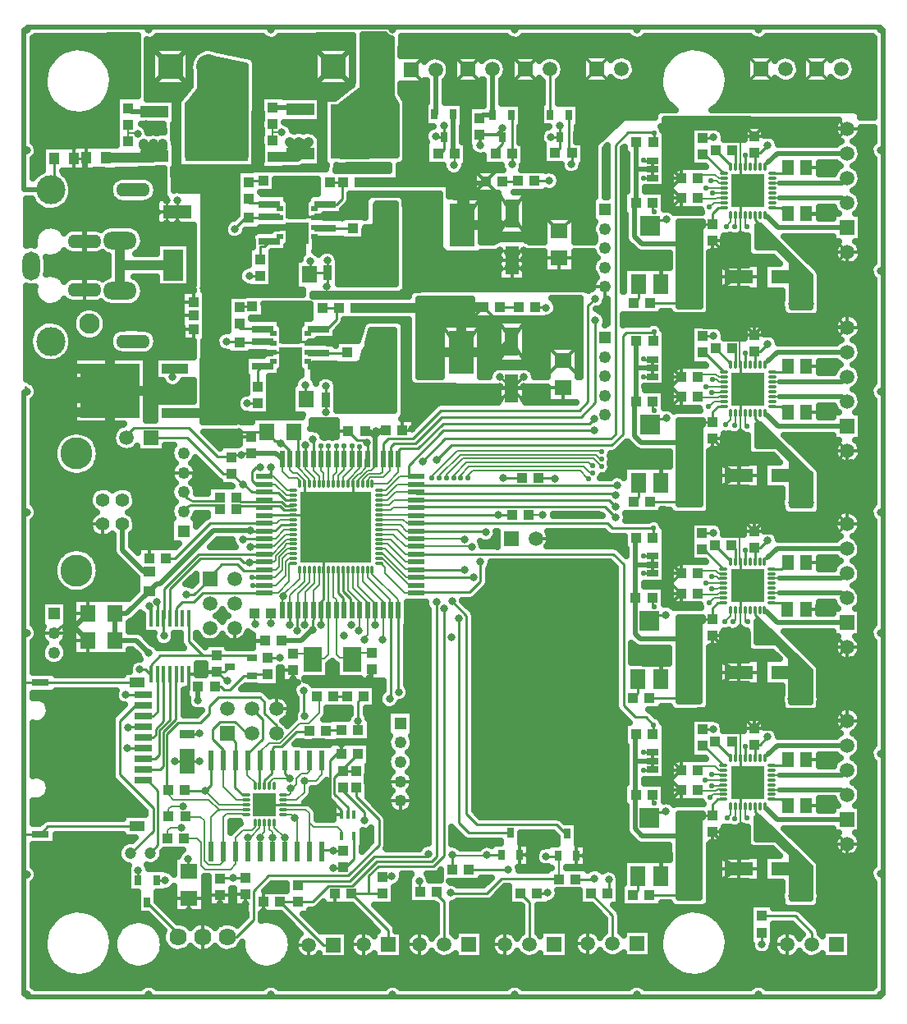
<source format=gbr>
G04 DipTrace 2.4.0.1*
%INTop.gbr*%
%MOIN*%
%ADD14C,0.04*%
%ADD15C,0.01*%
%ADD16C,0.02*%
%ADD17C,0.006*%
%ADD18C,0.005*%
%ADD19C,0.012*%
%ADD20C,0.08*%
%ADD21C,0.008*%
%ADD22C,0.025*%
%ADD23C,0.013*%
%ADD25R,0.0551X0.1181*%
%ADD26R,0.063X0.0709*%
%ADD27R,0.0394X0.0433*%
%ADD28R,0.1181X0.0551*%
%ADD29R,0.0433X0.0394*%
%ADD30R,0.0709X0.063*%
%ADD31O,0.0709X0.1181*%
%ADD33O,0.1378X0.0551*%
%ADD35O,0.1378X0.0709*%
%ADD36C,0.1181*%
%ADD38C,0.0827*%
%ADD40C,0.0559*%
%ADD42C,0.1299*%
%ADD44R,0.0591X0.0591*%
%ADD45C,0.0591*%
%ADD46C,0.0591*%
%ADD47R,0.1X0.1*%
%ADD49C,0.1*%
%ADD50C,0.0705*%
%ADD53R,0.0984X0.063*%
%ADD54R,0.0358X0.063*%
%ADD55R,0.063X0.0984*%
%ADD56R,0.063X0.0358*%
%ADD57R,0.0787X0.1252*%
%ADD58R,0.0394X0.0472*%
%ADD59R,0.0472X0.0394*%
%ADD60R,0.0591X0.0394*%
%ADD61R,0.0709X0.0315*%
%ADD62R,0.061X0.0394*%
%ADD63R,0.0492X0.0492*%
%ADD64C,0.0492*%
%ADD65C,0.0492*%
%ADD66R,0.1024X0.1772*%
%ADD68R,0.0256X0.0413*%
%ADD69R,0.2559X0.2185*%
%ADD70R,0.1122X0.0492*%
%ADD71R,0.0512X0.0591*%
%ADD73R,0.063X0.0787*%
%ADD74R,0.0787X0.0787*%
%ADD75R,0.05X0.025*%
%ADD76C,0.0472*%
%ADD79R,0.0709X0.0197*%
%ADD80R,0.0197X0.0709*%
%ADD81O,0.0335X0.0118*%
%ADD82O,0.0118X0.0335*%
%ADD83R,0.2913X0.2913*%
%ADD84R,0.0965X0.0965*%
%ADD85R,0.0157X0.0354*%
%ADD86R,0.0866X0.0315*%
%ADD87R,0.0256X0.0197*%
%ADD88R,0.0917X0.0886*%
%ADD89R,0.0917X0.0732*%
%ADD90R,0.0413X0.0256*%
%ADD91R,0.0157X0.0709*%
%ADD92O,0.0118X0.0394*%
%ADD93O,0.0394X0.0118*%
%ADD94R,0.1339X0.1339*%
%ADD95R,0.1083X0.0394*%
%ADD96R,0.2421X0.2185*%
%ADD97R,0.0236X0.0787*%
%ADD98R,0.0748X0.1*%
%ADD99C,0.032*%
%ADD101C,0.022*%
%FSLAX44Y44*%
G04*
G70*
G90*
G75*
G01*
%LNTop*%
%LPD*%
X18090Y31650D2*
D14*
X19640D1*
D15*
X20110Y32120D1*
X18090Y31650D2*
D14*
Y33350D1*
D16*
X18970D1*
X19040Y33420D1*
X13929Y33380D2*
D14*
X17970D1*
X18175Y33175D1*
Y31650D1*
X18090D1*
X6985Y15703D2*
D15*
Y14745D1*
X7550Y14180D1*
X8110D1*
X9468D1*
X9550Y14098D1*
X5450Y13420D2*
Y13800D1*
X5830Y14180D1*
X8110D1*
X5130Y10413D2*
X4493D1*
X5000Y13610D2*
X5230D1*
X5460Y13380D1*
Y13430D1*
X5450Y13420D1*
X28710Y32362D2*
X28480D1*
X28253Y32135D1*
Y31717D1*
X28270Y31700D1*
X27600D1*
X27290Y31390D1*
Y30938D1*
X26963D1*
Y28623D1*
X26993Y28653D1*
Y28545D1*
X26928Y28480D1*
X25710D1*
X25150Y32550D2*
D16*
X25080D1*
Y31189D1*
X25383Y30885D1*
X27237D1*
X27290Y30938D1*
X25171Y35010D2*
X25150D1*
Y33910D1*
Y32550D1*
X25830Y33910D2*
X25150D1*
X26953Y28475D2*
D17*
X27673D1*
X27683Y28485D1*
X27313D1*
X28710Y24302D2*
D15*
X28480D1*
X28253Y24075D1*
Y23657D1*
X28270Y23640D1*
X27600D1*
X27290Y23330D1*
Y22878D1*
X26963D1*
Y20563D1*
X26993Y20593D1*
Y20485D1*
X26928Y20420D1*
X25710D1*
X25150Y24490D2*
D16*
X25100D1*
Y23089D1*
X25363Y22825D1*
X27237D1*
X27290Y22878D1*
X25171Y26950D2*
X25143D1*
Y25850D1*
Y24497D1*
X25150Y24490D1*
X25830Y25850D2*
X25143D1*
X26953Y20415D2*
D17*
X27673D1*
X27683Y20425D1*
X27313D1*
X28697Y16321D2*
D15*
X28467D1*
X28240Y16095D1*
Y15676D1*
X28257Y15659D1*
X27587D1*
X27277Y15349D1*
Y14898D1*
X26950D1*
Y12583D1*
X26980Y12613D1*
Y12505D1*
X26915Y12439D1*
X25697D1*
X25137Y16509D2*
D16*
X25120D1*
Y15055D1*
X25330Y14845D1*
X27224D1*
X27277Y14898D1*
X25158Y18969D2*
X25130D1*
Y17869D1*
Y16516D1*
X25817Y17869D2*
X25130D1*
X26940Y12435D2*
D17*
X27660D1*
X27670Y12445D1*
X27300D1*
X28700Y8342D2*
D15*
X28470D1*
X28243Y8115D1*
Y7697D1*
X28260Y7680D1*
X27590D1*
X27280Y7370D1*
Y6918D1*
X26953D1*
Y4603D1*
X26983Y4633D1*
Y4525D1*
X26918Y4460D1*
X25700D1*
X25140Y8530D2*
D16*
X25110D1*
Y7139D1*
X25383Y6865D1*
X27227D1*
X27280Y6918D1*
X25161Y10990D2*
X25133D1*
Y9890D1*
Y8537D1*
X25140Y8530D1*
X25820Y9890D2*
X25133D1*
X26943Y4455D2*
D17*
X27663D1*
X27673Y4465D1*
X27303D1*
X13769Y28290D2*
D14*
X16520D1*
X16790Y28020D1*
Y26480D1*
X18040D1*
X5450Y15703D2*
D15*
Y16100D1*
X5375Y16175D1*
X11420Y4850D2*
Y5010D1*
X13530D1*
X14530Y6010D1*
X16730D1*
Y6130D1*
X14860Y5200D2*
X15225D1*
Y5210D1*
X30255Y2935D2*
X30260D1*
Y2460D1*
X23990Y4510D2*
X24040D1*
Y5080D1*
X21124Y4525D2*
X21530D1*
X21555Y4550D1*
X16400Y4580D2*
X16340D1*
Y5020D1*
X21180Y21390D2*
X21860D1*
Y21360D1*
X6930Y11002D2*
X7410D1*
Y11010D1*
X10675Y14100D2*
X10206D1*
X10190Y14085D1*
X18040Y26480D2*
D14*
Y28100D1*
X18265Y28325D1*
X18956D1*
X18040Y26480D2*
X19655D1*
X20100Y26925D1*
X27673Y4465D2*
D15*
X27303D1*
X26953D1*
X26943Y4455D1*
X26953Y4603D1*
X10779Y22149D2*
D18*
Y21661D1*
X11070Y21370D1*
X11400D1*
X11480Y21290D1*
Y21146D1*
X11486D1*
X13848D2*
Y21278D1*
X14250Y21680D1*
X14400D1*
X14530Y21810D1*
Y22149D1*
X14558D1*
X12273Y17642D2*
Y17043D1*
X12039Y16809D1*
Y16007D1*
X12025Y15225D2*
D15*
X12039Y16007D1*
X12025Y15225D2*
D16*
Y15250D1*
X11550Y14775D1*
X10750D1*
X9525Y22400D2*
X10527D1*
X10779Y22149D1*
X14558D2*
Y23042D1*
X14310Y23290D1*
X14140D1*
X14558Y22149D2*
Y23078D1*
X14790Y23310D1*
X15000D1*
X14575Y23275D2*
X14558Y23042D1*
X19740Y21390D2*
D15*
X20511D1*
X20794Y19875D2*
D17*
X21350D1*
X9656Y15900D2*
Y15469D1*
X9675Y15450D1*
X8725Y22225D2*
D15*
X8800D1*
X8900Y22325D1*
X9125D1*
X9525Y22400D2*
X9200D1*
X9125Y22325D1*
X4460Y23020D2*
Y23130D1*
X4750Y23420D1*
X6980D1*
X8150Y22250D1*
X8700D1*
X8725Y22225D1*
X9321Y8123D2*
D17*
X8237D1*
X7700Y8660D1*
X6809D1*
Y8720D1*
D15*
Y8690D1*
X7720D1*
X7710Y8700D1*
X7670D1*
X7420Y9880D2*
X6940D1*
X6930Y9890D1*
X4930Y5460D2*
Y5053D1*
X4927Y5050D1*
X6970Y5920D2*
Y5450D1*
X6995Y5425D1*
X8790Y5140D2*
X8263D1*
X8250Y5127D1*
X6430Y9880D2*
X6930D1*
X14110Y7490D2*
Y7810D1*
X13240Y8680D1*
Y8831D1*
X13860Y11520D2*
Y12311D1*
X14079Y12530D1*
X13859Y11150D2*
Y12310D1*
X13700Y6854D2*
Y5910D1*
X13370Y5580D1*
X13240D1*
X12870Y5560D2*
X13220D1*
X13240Y5580D1*
X6330Y25480D2*
D16*
Y25825D1*
X6430D1*
X18369Y5480D2*
D15*
X19960D1*
X22694Y5100D2*
X23430D1*
X23460Y5130D1*
X7890Y9911D2*
Y8920D1*
X7670Y8700D1*
X8790Y5140D2*
X9288D1*
X9300Y5152D1*
X4193Y31024D2*
D14*
Y30019D1*
Y28976D1*
Y30019D2*
X6349D1*
X6360Y30030D1*
X29990Y32067D2*
D15*
Y31850D1*
X31430Y30410D1*
Y29750D1*
X31220Y29540D1*
X29990Y34035D2*
Y34551D1*
X29960Y34581D1*
X27850Y35200D2*
X28290D1*
Y35210D1*
X29960Y34581D2*
X30191D1*
X30500Y34890D1*
X31483Y28445D2*
D17*
X32203D1*
X32213Y28455D1*
X31843D1*
X29990Y24007D2*
D15*
Y23790D1*
X31430Y22350D1*
Y21690D1*
X31220Y21480D1*
X29990Y25975D2*
Y26491D1*
X29960Y26521D1*
X27850Y27140D2*
X28290D1*
Y27150D1*
X29960Y26521D2*
X30191D1*
X30500Y26830D1*
X31483Y20385D2*
D17*
X32203D1*
X32213Y20395D1*
X31843D1*
X29977Y16026D2*
D15*
Y15810D1*
X31417Y14369D1*
Y13709D1*
X31207Y13499D1*
X29977Y17995D2*
Y18510D1*
X29947Y18540D1*
X27837Y19159D2*
X28277D1*
Y19169D1*
X29947Y18540D2*
X30178D1*
X30487Y18849D1*
X31470Y12405D2*
D17*
X32190D1*
X32200Y12415D1*
X31830D1*
X29980Y8047D2*
D15*
Y7830D1*
X31420Y6390D1*
Y5730D1*
X31210Y5520D1*
X29980Y10015D2*
Y10531D1*
X29950Y10561D1*
X27840Y11180D2*
X28280D1*
Y11190D1*
X29950Y10561D2*
X30181D1*
X30490Y10870D1*
X31473Y4425D2*
D17*
X32193D1*
X32203Y4435D1*
X31833D1*
X8329Y30030D2*
D15*
Y29009D1*
X7850Y28530D1*
Y27970D1*
Y27430D1*
X7860Y27420D1*
X8329Y30030D2*
Y31131D1*
X8030D1*
X7869D1*
Y31659D1*
X8410Y32200D1*
X9430Y31271D2*
Y31040D1*
X8030D1*
Y31131D1*
X9430Y31271D2*
D16*
X9641D1*
X9820Y31450D1*
X10200D1*
X10270Y31520D1*
D15*
X11187D1*
X11400Y31307D1*
X10790Y29650D2*
Y30300D1*
X11150Y30660D1*
Y31057D1*
X11400Y31307D1*
X10270Y31520D2*
X10658D1*
X10701Y31563D1*
X8030Y31010D2*
Y31040D1*
X8329Y30030D2*
Y30711D1*
X8030Y31010D1*
X7610D1*
X8329Y30030D2*
X8170D1*
X7710Y30490D1*
Y30080D1*
X7700D1*
Y29670D1*
X8329Y30030D2*
Y29349D1*
X8060Y29080D1*
X7610D1*
X7590Y29100D1*
X9990Y26450D2*
X10378D1*
X10421Y26493D1*
X10864D1*
X11120Y26237D1*
X9040Y26231D2*
X9241D1*
X9440Y26430D1*
X9970D1*
X9990Y26450D1*
X6430Y24030D2*
D14*
X8440D1*
X8610Y24200D1*
Y25801D1*
X9040Y26231D1*
X8410Y32200D2*
D15*
Y32540D1*
X7790Y33160D1*
X8130D1*
X8140Y33150D1*
X8490D1*
X8840D1*
Y33140D1*
X20125Y19875D2*
X19560D1*
X16222D1*
X16212Y19865D1*
X14714Y19886D2*
D17*
X16191D1*
X16212Y19865D1*
X19560Y19870D2*
D15*
Y19875D1*
X11724Y22149D2*
D18*
Y21746D1*
X12080Y21390D1*
Y21142D1*
X12076Y21146D1*
X11420Y4181D2*
D15*
X11301D1*
X11290Y4170D1*
X10700D1*
X11724Y22149D2*
Y22724D1*
X11725Y22725D1*
X12860Y2430D2*
X12440D1*
X10700Y4170D1*
X11420Y4181D2*
X12011D1*
X12660Y4830D1*
X13630D1*
X14620Y5820D1*
X16850D1*
X17040Y6010D1*
Y16340D1*
X13780Y9500D2*
Y9485D1*
X13154D1*
X13849Y10180D1*
X13444Y7720D2*
Y8006D1*
X12890Y8560D1*
Y9221D1*
X13849Y10180D1*
X13780Y9500D2*
X13240D1*
X8550Y2750D2*
X8930D1*
X9620Y3440D1*
Y4630D1*
X10230Y5240D1*
X13470D1*
X14710Y6480D1*
Y7510D1*
X13780Y8440D1*
Y8831D1*
X10817Y7926D2*
D17*
X11734D1*
X11890Y7770D1*
Y7380D1*
X12050Y7220D1*
X13020D1*
X13188Y7052D1*
Y6854D1*
X11890Y6210D2*
Y7380D1*
X10817Y7926D2*
D15*
D3*
X1522Y34350D2*
Y33215D1*
X1378Y33071D1*
X410Y39590D2*
D16*
Y39700D1*
X5360D1*
X10320D1*
X15260D1*
X20220D1*
X25190D1*
X30140D1*
X35090D1*
Y39590D1*
X35200D1*
Y34660D1*
Y29790D1*
Y24840D1*
Y20010D1*
Y15090D1*
Y10370D1*
Y5310D1*
Y410D1*
X35090D1*
Y310D1*
X30130D1*
X25170D1*
X20230D1*
X15270D1*
X10330D1*
X5360D1*
X410D1*
Y410D1*
X1378Y33071D2*
X300D1*
Y34690D1*
Y39590D1*
X410D1*
Y24900D2*
X300D1*
Y20000D1*
Y15070D1*
Y13071D1*
Y6929D1*
Y5300D1*
Y410D1*
X410D1*
Y15100D2*
D15*
Y15180D1*
X300Y15070D1*
X410Y20000D2*
D16*
X300D1*
X410Y5300D2*
X300D1*
X410Y34690D2*
X300D1*
X35090D2*
D15*
X35200Y34660D1*
X35090Y29790D2*
X35200D1*
X35090Y24900D2*
X35200Y24840D1*
X35090Y20000D2*
X35200Y20010D1*
X35090Y15100D2*
X35200Y15090D1*
X35090Y5310D2*
X35200D1*
X35090Y10200D2*
Y10260D1*
X35200Y10370D1*
X5360Y39590D2*
D16*
Y39700D1*
X10320Y39590D2*
Y39700D1*
X15270Y39590D2*
X15260Y39700D1*
X20230Y39590D2*
X20220Y39700D1*
X25180Y39590D2*
X25190Y39700D1*
X30130Y39590D2*
X30140Y39700D1*
X5360Y410D2*
Y310D1*
X10320Y410D2*
X10330Y310D1*
X15270Y410D2*
Y310D1*
X20230Y410D2*
Y310D1*
X25180Y410D2*
X25170Y310D1*
X30130Y410D2*
Y310D1*
X4894Y13071D2*
D15*
X957D1*
X4894Y7244D2*
X1272D1*
X957Y6929D1*
X300D1*
X957Y13071D2*
X300D1*
X350Y25070D2*
Y24960D1*
X410Y24900D1*
X8920Y20110D2*
X8960D1*
X9110Y20260D1*
X10070D1*
Y20180D1*
X11210Y20083D2*
Y20100D1*
X10850D1*
X10690Y20260D1*
X9990D1*
X9910Y20180D1*
X10070D1*
X8251Y20110D2*
Y20089D1*
X8057Y20283D1*
X7109D1*
G03X6714Y20020I294J-870D01*
G01*
X6775Y20017D1*
X8920Y20580D2*
X9090Y20410D1*
X9780D1*
X9850Y20480D1*
X10090D1*
X10105Y20495D1*
X10070D1*
X11210Y20279D2*
Y20250D1*
X10920D1*
X10760Y20410D1*
X9760D1*
Y20495D1*
X10070D1*
X8251Y20580D2*
Y20450D1*
X7120D1*
G02X6775Y20805I108J450D01*
G01*
D3*
X14714Y20083D2*
D18*
X15183D1*
X15280Y20180D1*
X16212D1*
X29586Y8047D2*
D17*
Y7580D1*
X29670D1*
X16212Y20180D2*
D15*
Y20220D1*
X23880D1*
X24325Y19775D1*
X14714Y18901D2*
D18*
X15179D1*
X15790Y18290D1*
X16212D1*
X29586Y10015D2*
D15*
Y10466D1*
X29590Y10470D1*
X25863Y11365D2*
Y11023D1*
X25830Y10990D1*
X16212Y18290D2*
X24235D1*
X24650Y17875D1*
Y12150D1*
X25125Y11675D1*
X25554D1*
X25863Y11365D1*
X28225Y9350D2*
D17*
X28700D1*
Y9326D1*
X25820Y10240D2*
D15*
X25459D1*
X25443Y10255D1*
X27950Y9125D2*
D17*
X28700D1*
Y9129D1*
X25443Y9535D2*
D15*
X25815D1*
X25820Y9540D1*
X30669Y8736D2*
D17*
X30950D1*
D16*
X33504D1*
X33710Y8530D1*
Y7530D2*
X30900D1*
X30430Y8000D1*
D17*
X30373Y8047D1*
X30669Y9326D2*
X30960D1*
D16*
X33506D1*
X33710Y9530D1*
Y10530D2*
X30880D1*
X30480Y10160D1*
D17*
X30373Y10015D1*
X29192Y8047D2*
Y7592D1*
X29160Y7560D1*
X25697Y7592D2*
D15*
Y7835D1*
X26370D1*
Y7850D1*
X28700Y8736D2*
D17*
Y8750D1*
X28475D1*
X28400Y8675D1*
X27704D1*
X27659Y8720D1*
X30669Y8342D2*
D15*
X31050D1*
X31306Y8086D1*
X30669Y9720D2*
X31070D1*
X31310Y9960D1*
X28700Y8539D2*
D17*
X28289D1*
X28170Y8420D1*
X28225Y8900D2*
X28700D1*
Y8933D1*
X25883Y8175D2*
D15*
X25809D1*
Y8530D1*
X14714Y20279D2*
D18*
X15109D1*
X15330Y20500D1*
X16207D1*
X16212Y20495D1*
X28995Y8047D2*
D17*
Y7735D1*
X28840Y7580D1*
X16212Y20495D2*
D15*
X24055D1*
X24325Y20225D1*
X11879Y17642D2*
D18*
Y17159D1*
X11409Y16689D1*
Y16007D1*
X11390Y15200D2*
D15*
Y15988D1*
X11409Y16007D1*
X28700Y9720D2*
X27909Y10511D1*
X27840D1*
X28700Y9523D2*
D17*
X28527D1*
X28350Y9700D1*
X27820D1*
X27650Y9530D1*
X12039Y22149D2*
D18*
Y21691D1*
X12273Y21457D1*
Y21146D1*
X13605Y4510D2*
D15*
X14839D1*
X14860Y4531D1*
X12039Y22149D2*
Y22936D1*
X12025Y22950D1*
X15090Y2440D2*
Y3025D1*
X13605Y4510D1*
X14860Y4531D2*
X14300D1*
Y5240D1*
X14680Y5620D1*
X16920D1*
X17350Y6050D1*
Y16080D1*
X14873Y16007D2*
D18*
Y16357D1*
X14040Y17190D1*
Y17637D1*
X14045Y17642D1*
X10462Y7375D2*
D17*
Y7198D1*
X10880Y6780D1*
X14873Y16007D2*
Y14830D1*
X14850D1*
X10880Y6780D2*
Y6220D1*
X10890Y6210D1*
X11210Y19886D2*
D15*
X10070D1*
Y19865D1*
X11094Y22149D2*
D17*
X11100D1*
Y21720D1*
X11220Y21600D1*
X11380D1*
X11682Y21298D1*
Y21146D1*
X14243Y22149D2*
X14170D1*
Y21780D1*
X13940Y21550D1*
X13900D1*
X13660Y21310D1*
Y21137D1*
X13651Y21146D1*
X6985Y13420D2*
D15*
X7460D1*
X7510Y13470D1*
X8069D1*
X8110Y13511D1*
X8431D1*
X8644Y13724D1*
X12470Y17642D2*
Y16470D1*
X12340Y16340D1*
Y16007D1*
X12353D1*
X12470Y17642D2*
Y18901D1*
X12962Y19394D1*
X11210Y19886D2*
X12470D1*
X12962Y19394D1*
X11682Y21146D2*
Y20673D1*
X12173Y20183D1*
X12962Y19394D1*
X13651Y21146D2*
Y20083D1*
X12962Y19394D1*
X29399Y32067D2*
D17*
Y29609D1*
D15*
X29330Y29540D1*
X32630Y33980D2*
X32068D1*
X32620Y32100D2*
X32064D1*
Y32106D1*
X29399Y34035D2*
D17*
X29380D1*
Y35310D1*
D15*
X29400Y35330D1*
X29210Y33520D2*
Y33070D1*
X29230Y33050D1*
Y32620D1*
X29220Y32610D1*
X29680D1*
X30120D1*
X30150Y32580D1*
Y33030D1*
X30170Y33050D1*
Y33510D1*
X29700D1*
X29690Y33520D1*
X29220Y32610D2*
X29690Y33080D1*
X29399Y32067D2*
Y32756D1*
X29694Y33051D1*
X29399Y34035D2*
Y33371D1*
X29690Y33080D1*
X29399Y34035D2*
Y33346D1*
X29694Y33051D1*
X10817Y8123D2*
X12947D1*
X13188Y7882D1*
Y7720D1*
X32040Y35620D2*
X33659D1*
X33723Y35555D1*
X33133Y30735D2*
Y30355D1*
X33123Y30345D1*
Y29955D1*
X33113Y29945D1*
X32733Y30735D2*
Y30355D1*
X32723Y30345D1*
Y29955D1*
X32713Y29945D1*
X32883Y29435D2*
X33743D1*
X33753Y29445D1*
X33333D1*
X32863Y29005D2*
X33723D1*
X33733Y29015D1*
X33313D1*
X26193Y29955D2*
Y29273D1*
X26170Y29250D1*
X29399Y24007D2*
D17*
Y21549D1*
D15*
X29330Y21480D1*
X32630Y25920D2*
X32068D1*
X32620Y24040D2*
X32064D1*
Y24046D1*
X29399Y25975D2*
D17*
X29370D1*
Y27240D1*
D15*
X29400Y27270D1*
X29210Y25460D2*
Y25010D1*
X29230Y24990D1*
Y24560D1*
X29220Y24550D1*
X29680D1*
X30120D1*
X30150Y24520D1*
Y24970D1*
X30170Y24990D1*
Y25450D1*
X29700D1*
X29690Y25460D1*
X29220Y24550D2*
X29690Y25020D1*
X29399Y24007D2*
Y24696D1*
X29694Y24991D1*
X29399Y25975D2*
Y25311D1*
X29690Y25020D1*
X29399Y25975D2*
Y25286D1*
X29694Y24991D1*
X32040Y27560D2*
X33659D1*
X33723Y27495D1*
X33133Y22675D2*
Y22295D1*
X33123Y22285D1*
Y21895D1*
X33113Y21885D1*
X32733Y22675D2*
Y22295D1*
X32723Y22285D1*
Y21895D1*
X32713Y21885D1*
X32883Y21375D2*
X33743D1*
X33753Y21385D1*
X33333D1*
X32863Y20945D2*
X33723D1*
X33733Y20955D1*
X33313D1*
X26193Y21895D2*
Y21213D1*
X26170Y21190D1*
X29386Y16026D2*
D17*
Y13568D1*
D15*
X29317Y13499D1*
X32617Y17939D2*
X32055D1*
X32607Y16059D2*
X32051D1*
Y16065D1*
X29386Y17995D2*
D17*
X29360D1*
Y19262D1*
D15*
X29387Y19289D1*
X29197Y17479D2*
Y17029D1*
X29217Y17009D1*
Y16579D1*
X29207Y16569D1*
X29667D1*
X30107D1*
X30137Y16539D1*
Y16989D1*
X30157Y17009D1*
Y17469D1*
X29687D1*
X29677Y17479D1*
X29207Y16569D2*
X29677Y17039D1*
X29386Y16026D2*
Y16715D1*
X29681Y17010D1*
X29386Y17995D2*
Y17330D1*
X29677Y17039D1*
X29386Y17995D2*
Y17306D1*
X29681Y17010D1*
X32027Y19579D2*
X33646D1*
X33710Y19515D1*
X33120Y14695D2*
Y14315D1*
X33110Y14305D1*
Y13915D1*
X33100Y13905D1*
X32720Y14695D2*
Y14315D1*
X32710Y14305D1*
Y13915D1*
X32700Y13905D1*
X32870Y13395D2*
X33730D1*
X33740Y13405D1*
X33320D1*
X32850Y12965D2*
X33710D1*
X33720Y12975D1*
X33300D1*
X26180Y13915D2*
Y13233D1*
X26157Y13209D1*
X29389Y8047D2*
D17*
Y5589D1*
D15*
X29320Y5520D1*
X32620Y9960D2*
X32058D1*
X32610Y8080D2*
X32054D1*
Y8086D1*
X29389Y10015D2*
D17*
X29380D1*
Y11300D1*
D15*
X29390Y11310D1*
X29200Y9500D2*
Y9050D1*
X29220Y9030D1*
Y8600D1*
X29210Y8590D1*
X29670D1*
X30110D1*
X30140Y8560D1*
Y9010D1*
X30160Y9030D1*
Y9490D1*
X29690D1*
X29680Y9500D1*
X29210Y8590D2*
X29680Y9060D1*
X29389Y8047D2*
Y8736D1*
X29684Y9031D1*
X29389Y10015D2*
Y9351D1*
X29680Y9060D1*
X29389Y10015D2*
Y9326D1*
X29684Y9031D1*
X32030Y11600D2*
X33649D1*
X33713Y11535D1*
X33123Y6715D2*
Y6335D1*
X33113Y6325D1*
Y5935D1*
X33103Y5925D1*
X32723Y6715D2*
Y6335D1*
X32713Y6325D1*
Y5935D1*
X32703Y5925D1*
X32873Y5415D2*
X33733D1*
X33743Y5425D1*
X33323D1*
X32853Y4985D2*
X33713D1*
X33723Y4995D1*
X33303D1*
X26183Y5935D2*
Y5253D1*
X26160Y5230D1*
X17346Y35234D2*
Y34716D1*
X17190Y34560D1*
X17120D1*
X13188Y7892D2*
X12730Y8350D1*
Y9930D1*
X13000Y10200D1*
X13160D1*
X13180Y10180D1*
X10690Y33460D2*
X11400D1*
Y33440D1*
X11980D1*
X12040Y33380D1*
X11400Y33440D2*
Y32870D1*
X11420D1*
Y32294D1*
X11400Y32274D1*
X12530Y31980D2*
X11850D1*
X11556Y32274D1*
X11400D1*
X12611Y29720D2*
X11962D1*
X11892Y29650D1*
X12530Y31980D2*
X12142D1*
X12099Y31937D1*
X9892Y29600D2*
X9440D1*
Y29580D1*
X12610Y30210D2*
Y29721D1*
X12611Y29720D1*
X11930Y30190D2*
Y29688D1*
X11892Y29650D1*
X12530Y31980D2*
X13180D1*
X13210Y31950D1*
X12611Y29720D2*
Y29150D1*
X12600D1*
X11410Y32870D2*
X10840D1*
X10760Y32950D1*
X10870D1*
X10940Y32880D1*
X11410Y32870D2*
X11880D1*
X11900Y32850D1*
X2309Y34350D2*
X2802D1*
X2822Y34370D1*
X2756Y30984D2*
D16*
Y34304D1*
X2822Y34370D1*
X2756Y30984D2*
Y29016D1*
X11120Y27204D2*
D15*
Y27470D1*
X10730Y27860D1*
X11120Y27204D2*
Y27850D1*
X11130Y27860D1*
X11120Y27204D2*
Y27430D1*
X11540Y27850D1*
X12250Y26910D2*
X12780D1*
X12870Y27000D1*
X12250Y26910D2*
X11862D1*
X11819Y26867D1*
X12250Y26910D2*
X11413D1*
X11120Y27204D1*
X9805Y24425D2*
X9385D1*
X9370Y24410D1*
X11770Y24570D2*
X11720D1*
Y25160D1*
X12540Y24562D2*
Y25100D1*
X12550Y25110D1*
X12540Y24562D2*
Y24030D1*
X12550Y24040D1*
X19440Y34540D2*
Y34700D1*
X19706Y34966D1*
Y35204D1*
X17346Y35234D2*
Y35684D1*
X17340Y35690D1*
X18805Y35330D2*
Y34895D1*
X18810Y34890D1*
Y35360D1*
X19480D1*
X19720Y35600D1*
X19706Y35204D2*
Y35330D1*
X18805D1*
X22046Y35224D2*
Y34746D1*
X21870Y34570D1*
X17010Y35250D2*
X17110D1*
X17126Y35234D1*
X17346D1*
X22046Y35224D2*
Y35664D1*
X22040Y35670D1*
X22046Y35224D2*
X21706D1*
X21700Y35230D1*
X19625Y30625D2*
X19825D1*
Y30515D1*
X20110Y30230D1*
X19625Y30250D2*
X20090D1*
X20110Y30230D1*
X19625Y29875D2*
X19825D1*
Y29945D1*
X20110Y30230D1*
X20575Y29875D2*
X20400D1*
Y29940D1*
X20110Y30230D1*
X20575Y30250D2*
X20130D1*
X20110Y30230D1*
X20575Y30625D2*
X20400D1*
Y30520D1*
X20110Y30230D1*
X22030Y30308D2*
X20633D1*
X20575Y30250D1*
X21019Y33440D2*
X21615D1*
X21625Y33450D1*
X12350Y15425D2*
Y16003D1*
X11225Y13581D2*
Y13220D1*
X11230D1*
X14425Y13631D2*
Y13260D1*
X14330D1*
X8540Y13150D2*
X8500D1*
X8139Y13511D1*
X8110D1*
X19625Y24600D2*
X19665D1*
X20100Y25035D1*
X20600Y24600D2*
X20535D1*
X20100Y25035D1*
X20600Y25075D2*
X20140D1*
X20100Y25035D1*
X20600Y25475D2*
X20540D1*
X20100Y25035D1*
X19625Y25075D2*
X20060D1*
X20100Y25035D1*
X19625Y25475D2*
X19660D1*
X20100Y25035D1*
X22175Y25048D2*
X20112D1*
X20100Y25035D1*
X21050Y28325D2*
X21475D1*
X21500Y28300D1*
X10069Y8123D2*
X10817D1*
X11094Y22149D2*
Y22481D1*
X10762Y22812D1*
X10675Y22900D1*
X10498D1*
X10148Y23250D1*
X10725Y22775D2*
X10762Y22812D1*
X14243Y22149D2*
Y22807D1*
X14220Y22830D1*
X13471Y23290D2*
X13831Y22930D1*
X14220D1*
Y22830D1*
X15669Y23310D2*
X16000D1*
X16070Y23380D1*
X9525Y23069D2*
X9556D1*
X9375Y23250D1*
X9025D1*
X10148D2*
X9025D1*
X13180Y10180D2*
Y10570D1*
X13200Y10590D1*
X13240Y6249D2*
X12861D1*
X12850Y6260D1*
X12936Y4510D2*
Y4071D1*
X12925Y4060D1*
X10031Y4170D2*
Y3801D1*
X10030Y3800D1*
X5401Y18110D2*
Y18471D1*
X5640Y18710D1*
X2325Y15350D2*
D16*
X2348D1*
X2873Y15875D1*
X2325Y15350D2*
X2875Y14800D1*
X2873D1*
X20423Y6075D2*
D17*
X20775D1*
Y6070D1*
X22723Y6050D2*
X23100D1*
X6995Y4323D2*
D15*
Y3830D1*
X6990Y3825D1*
X8250Y4458D2*
X8255Y4075D1*
X9300Y4483D2*
Y4100D1*
X9575Y14750D2*
X10056D1*
X10081Y14775D1*
X7181Y28530D2*
X6695D1*
X6675Y28550D1*
X7181Y27970D2*
X6705D1*
X6700Y27975D1*
X7191Y27420D2*
X6705D1*
X6700Y27425D1*
X6520Y32200D2*
X5810D1*
X5700Y32310D1*
Y32650D1*
X6100D2*
Y32380D1*
X6280Y32200D1*
X6520D1*
X6525Y32650D2*
Y32205D1*
X6520Y32200D1*
X6525Y31725D2*
Y32195D1*
X6075Y31725D2*
Y32135D1*
X6140Y32200D1*
X6520D1*
X5675Y31725D2*
X5700D1*
Y32050D1*
X5850Y32200D1*
X6520D1*
X12960Y19400D2*
X12962Y19394D1*
X11910Y20430D2*
X12157Y20183D1*
X12173D1*
X2370Y25820D2*
D14*
X2900D1*
X3792Y24928D1*
X2370Y25280D2*
X3440D1*
X3792Y24928D1*
X2370Y24610D2*
X3475D1*
X3792Y24928D1*
X2370Y24040D2*
X2905D1*
X3792Y24928D1*
X1858D1*
X1820Y24890D1*
X3792Y24928D2*
Y26418D1*
X3760Y26450D1*
X3792Y24928D2*
Y23412D1*
Y24928D2*
X5678D1*
X2325Y15350D2*
D15*
X1789D1*
X1520Y15081D1*
X12390Y6210D2*
Y6270D1*
X12860D1*
X5130Y11280D2*
X4540D1*
X4520Y11260D1*
X14714Y19098D2*
D18*
X15302D1*
X15795Y18605D1*
X16212D1*
X10400Y35740D2*
D17*
Y35412D1*
Y35079D1*
Y35412D2*
X10768D1*
X10770Y35410D1*
X16212Y18605D2*
X18445D1*
X18475Y18575D1*
X14714Y19295D2*
D18*
X15445D1*
X15820Y18920D1*
X16212D1*
X4510Y35720D2*
D17*
Y35373D1*
Y35039D1*
Y35373D2*
X4877D1*
X4910Y35340D1*
X16212Y18920D2*
X18155D1*
X18175Y18900D1*
X10069Y8871D2*
D15*
Y9109D1*
X10360Y9400D1*
Y9881D1*
X10390Y9911D1*
Y10420D1*
X10450Y10480D1*
X10760D1*
X11370Y11090D1*
X11840D1*
X11880Y11130D1*
X9872Y8871D2*
D17*
Y10252D1*
X10240Y10620D1*
X10700D1*
X11490Y11410D1*
X11860D1*
X12300Y11850D1*
Y12520D1*
X12190D1*
X9872Y8871D2*
D15*
Y9893D1*
X9890Y9911D1*
X14714Y17917D2*
D18*
X14793D1*
X14950Y17760D1*
Y17530D1*
X15770Y16710D1*
X16206D1*
X16212Y16716D1*
X17720Y36140D2*
D16*
Y34560D1*
X17789D1*
D17*
Y34119D1*
X17750Y34080D1*
X16212Y16716D2*
D15*
Y16750D1*
X18400D1*
X18830Y17180D1*
Y17975D1*
X10266Y8871D2*
D17*
Y9016D1*
X10430Y9180D1*
X11100D1*
X6020Y5050D2*
D15*
X5675D1*
X11100Y9180D2*
X11090D1*
X10880Y9390D1*
Y9901D1*
X10890Y9911D1*
X11210Y18508D2*
D18*
X10978D1*
X10640Y18170D1*
Y17770D1*
X10530Y17660D1*
X10070D1*
X5706Y15703D2*
D15*
Y16354D1*
X5700Y16360D1*
X6900Y16650D2*
X7190D1*
X7840Y17300D1*
X7810D1*
Y17350D1*
X8330Y17870D1*
X8960D1*
X9210Y17620D1*
X10030D1*
X10070Y17660D1*
X9321Y8517D2*
X9173D1*
X8860Y8830D1*
Y9881D1*
X8890Y9911D1*
Y10660D1*
X8540Y11010D1*
X11210Y18705D2*
D18*
X10965D1*
X10880Y18620D1*
Y18590D1*
X10520Y18230D1*
Y18060D1*
X10440Y17980D1*
X10075D1*
X10070Y17975D1*
X6218Y15703D2*
D15*
Y16888D1*
X7450Y18120D1*
X9060D1*
X9230Y17950D1*
X9460D1*
Y17975D1*
X10070D1*
X13410Y12530D2*
X12859D1*
Y12520D1*
X12409Y28290D2*
X13100D1*
X12250Y27430D2*
X12600D1*
X12980Y27810D1*
Y28170D1*
X13100Y28290D1*
X12250Y27430D2*
X12008D1*
X11819Y27241D1*
X25245Y21190D2*
Y20624D1*
X25041Y20420D1*
X13190Y11150D2*
X12549D1*
Y11130D1*
X4285Y19508D2*
D16*
Y18465D1*
X5172Y17578D1*
X5380D1*
X25245Y29250D2*
D15*
Y28684D1*
X25041Y28480D1*
X12530Y32500D2*
X13000D1*
X13210Y32710D1*
Y33330D1*
X13260Y33380D1*
X12709D2*
X13260D1*
X12530Y32500D2*
X12288D1*
X12099Y32311D1*
X12530Y31520D2*
X13672D1*
X12530D2*
X12142D1*
X12099Y31563D1*
X9892Y30269D2*
Y30800D1*
X10070D1*
X10270Y31000D1*
X10512D1*
X10701Y31189D1*
X9430Y32721D2*
Y32540D1*
X10230D1*
X10270Y32500D1*
X10512D1*
X10701Y32311D1*
X9430Y33390D2*
X9520D1*
X9590Y33460D1*
X10021D1*
X30679Y33740D2*
X31080D1*
X31320Y33980D1*
X12530Y31000D2*
X13523D1*
X13672Y30851D1*
Y30950D1*
X14240D1*
X14940Y31650D1*
X13672Y30851D2*
Y29770D1*
X13722Y29720D1*
X12530Y31000D2*
X12288D1*
X12099Y31189D1*
X25232Y13209D2*
Y12643D1*
X25028Y12439D1*
X29202Y25975D2*
Y26488D1*
X29050Y26640D1*
X29005Y25975D2*
Y26015D1*
X28381Y26640D1*
X29189Y17995D2*
Y18507D1*
X29037Y18659D1*
X28993Y17995D2*
Y18035D1*
X28368Y18659D1*
X25235Y5230D2*
Y4664D1*
X25031Y4460D1*
X20381Y28325D2*
X19625D1*
X19709Y33420D2*
X20330D1*
X20350Y33440D1*
X29192Y10015D2*
Y10528D1*
X29040Y10680D1*
X28995Y10015D2*
Y10055D1*
X28371Y10680D1*
X16972Y36140D2*
D16*
X17010D1*
Y37950D1*
X21672Y36130D2*
D15*
Y37948D1*
X21650Y37970D1*
X7800Y38080D2*
D20*
Y35660D1*
X8110Y35350D1*
X14410Y38080D2*
Y35820D1*
X14030Y35440D1*
X5590Y36248D2*
D16*
X4652D1*
X4510Y36389D1*
X32290Y2450D2*
D15*
X32300D1*
Y2930D1*
X31625Y3605D1*
X30255D1*
X24200Y2480D2*
Y3631D1*
X23321Y4510D1*
X20830Y2450D2*
Y4150D1*
X20455Y4525D1*
X17370Y2450D2*
Y4180D1*
X16970Y4580D1*
X17069D1*
X12250Y26450D2*
X13380D1*
X13415Y26485D1*
X12250Y26450D2*
X11862D1*
X11819Y26493D1*
X9990Y25930D2*
X10232D1*
X10421Y26119D1*
X9805Y25095D2*
Y25745D1*
X9990Y25930D1*
X9050Y27641D2*
Y27460D1*
X9960D1*
X9990Y27430D1*
X10232D1*
X10421Y27241D1*
X9050Y28310D2*
X9140D1*
X9190Y28360D1*
X9541D1*
X9561Y28340D1*
X10190Y13415D2*
X9615D1*
X9550Y13350D1*
X9230D1*
X8670Y12790D1*
X8420D1*
X8300Y12910D1*
X8040D1*
X10400Y36409D2*
D16*
X11439D1*
X11510Y36338D1*
X19320Y37970D2*
Y36122D1*
X19332Y36110D1*
X18916D1*
X18805Y36000D1*
X11210Y19689D2*
D21*
X10699D1*
X10560Y19550D1*
X10070D1*
X6070Y18110D2*
D15*
X6430D1*
X7860Y19540D1*
X10060D1*
X10070Y19550D1*
X11409Y22149D2*
D18*
Y21821D1*
X11870Y21360D1*
Y21155D1*
X11879Y21146D1*
X11409Y22149D2*
D15*
Y23091D1*
X11250Y23250D1*
X5130Y12146D2*
X4806D1*
X4190Y11530D1*
Y9350D1*
X5540Y8000D1*
Y7060D1*
X4630Y6150D1*
X5130Y9114D2*
X5316D1*
X5730Y8700D1*
Y6470D1*
X5420Y6160D1*
X9321Y7729D2*
D17*
X9189D1*
X9200Y7740D1*
X8520D1*
X8390Y7610D1*
Y6210D1*
Y5820D1*
X8240Y5670D1*
X7780D1*
X7610Y5840D1*
Y7470D1*
X7450Y7630D1*
X6850D1*
X6840Y7640D1*
X9675Y7375D2*
Y7205D1*
X9550Y7080D1*
X9190D1*
X8880Y6770D1*
Y6220D1*
X8890Y6210D1*
Y5710D1*
X8680Y5500D1*
X7640D1*
X7490Y5650D1*
Y6580D1*
X7320Y6750D1*
X6790D1*
X13257Y17642D2*
D15*
Y16793D1*
X13560Y16490D1*
Y16060D1*
X13613Y16007D1*
X13060Y17642D2*
Y16710D1*
X13260Y16510D1*
Y16045D1*
X13298Y16007D1*
X14438Y17642D2*
D18*
Y17482D1*
X15480Y16440D1*
Y16030D1*
X15503Y16007D1*
X10817Y8517D2*
D17*
X11067D1*
X11125Y8575D1*
X11130D1*
Y8780D1*
X15503Y16007D2*
D15*
Y12707D1*
X15510Y12700D1*
X11130Y8780D2*
D17*
X11190D1*
X11370Y8960D1*
Y9180D1*
X11570Y9380D1*
X11780D1*
X11880Y9480D1*
Y9901D1*
X11890Y9911D1*
X14241Y17642D2*
D18*
Y17359D1*
X15160Y16440D1*
Y16035D1*
X15188Y16007D1*
X10817Y7729D2*
D17*
X11146D1*
X11275Y7600D1*
X15140Y12410D2*
D15*
X15188D1*
Y16007D1*
X11390Y6210D2*
D17*
Y7485D1*
X11275Y7600D1*
X11210Y18311D2*
X10986D1*
X10790Y18115D1*
Y17665D1*
X10475Y17350D1*
X10074D1*
X10070Y17346D1*
D15*
X9574D1*
X9560Y17360D1*
X10070Y17031D2*
X9601D1*
X9600Y17030D1*
X11210Y18114D2*
D17*
X11054D1*
X10920Y17980D1*
Y17420D1*
X10530Y17030D1*
X10071D1*
X10070Y17031D1*
X14714Y18705D2*
D18*
X15065D1*
X15800Y17970D1*
X16206D1*
X16212Y17975D1*
X14714Y18114D2*
X14846D1*
X15890Y17070D1*
X16172D1*
X16212Y17031D1*
X12353Y22149D2*
D17*
Y21687D1*
X12450Y21590D1*
Y21165D1*
X12470Y21146D1*
X12353Y22149D2*
Y22670D1*
X12350D1*
X18320Y21400D2*
Y21480D1*
X18520Y21680D1*
X22880D1*
X23160Y21400D1*
X23220Y21340D1*
X12668Y22149D2*
X12667Y21146D1*
X12668Y22149D2*
Y22678D1*
X12670Y22680D1*
X18020Y21400D2*
Y21500D1*
X18360Y21840D1*
X23020D1*
X23250Y21610D1*
X23360D1*
X23380Y21590D1*
X12983Y22149D2*
Y21623D1*
X12860Y21500D1*
Y21149D1*
X12864Y21146D1*
X12983Y22149D2*
Y22667D1*
X12980Y22670D1*
X17740Y21400D2*
Y21490D1*
X18260Y22010D1*
X23230D1*
X23370Y21870D1*
X23400D1*
X23390Y21880D1*
X13298Y22149D2*
Y21718D1*
X13060Y21480D1*
Y21146D1*
X13298Y22149D2*
Y22662D1*
X13290Y22670D1*
X17460Y21400D2*
Y21520D1*
X18110Y22170D1*
X23420D1*
X23740Y21850D1*
X13613Y22149D2*
Y21773D1*
X13250Y21410D1*
Y21153D1*
X13257Y21146D1*
X13613Y22149D2*
Y22667D1*
X13610Y22670D1*
X17170Y21400D2*
Y21470D1*
X18030Y22330D1*
X23510D1*
X23690Y22150D1*
X23750D1*
X13928Y22149D2*
Y21778D1*
X13440Y21290D1*
Y21160D1*
X13454Y21146D1*
X13928Y22149D2*
Y22652D1*
X13920Y22660D1*
X16870Y21400D2*
Y21450D1*
X17900Y22480D1*
X23720D1*
X23750Y22450D1*
X10400Y34410D2*
D14*
X11378D1*
X11510Y34542D1*
X4510Y34370D2*
X5508D1*
X5590Y34452D1*
X5140Y34950D2*
Y34903D1*
X5590Y34452D1*
X5540Y34950D2*
Y34503D1*
X5590Y34452D1*
X5930Y34950D2*
Y34792D1*
X5590Y34452D1*
X11510Y34542D2*
Y34610D1*
X11100Y35020D1*
X11510Y34542D2*
Y34970D1*
X11470Y35010D1*
X11510Y34542D2*
Y34670D1*
X11860Y35020D1*
X3609Y34370D2*
X4510D1*
X14558Y16007D2*
D18*
Y16292D1*
X13848Y17002D1*
Y17642D1*
X10266Y7375D2*
D17*
Y7134D1*
X10380Y7020D1*
Y6790D1*
X10390D1*
X14558Y16007D2*
Y15410D1*
X14560D1*
X10390Y6790D2*
Y6210D1*
X14714Y19492D2*
X15578D1*
X15835Y19235D1*
X16212D1*
X20109Y34540D2*
D15*
Y36081D1*
X20080Y36110D1*
X22420Y36130D2*
Y34689D1*
X22539Y34570D1*
X20109Y34540D2*
Y34111D1*
X20110Y34110D1*
X22539Y34570D2*
Y34139D1*
X22530Y34130D1*
X16212Y19235D2*
X18990D1*
X19050Y19175D1*
X12076Y17642D2*
D18*
Y17106D1*
X11724Y16754D1*
Y16007D1*
D17*
Y15449D1*
X11700Y15425D1*
X10817Y8320D2*
X11370D1*
X11680Y8630D1*
Y9090D1*
X11700Y11720D2*
D15*
X11660D1*
Y12750D1*
X11680Y9090D2*
D17*
X12140D1*
X12390Y9340D1*
Y9911D1*
X10325Y15900D2*
Y15475D1*
X9321Y7926D2*
Y7915D1*
X8215D1*
X7800Y8330D1*
X6350D1*
X6140Y8540D1*
Y8720D1*
X8215Y7915D2*
D15*
X8185D1*
D17*
X7890Y7620D1*
Y6210D1*
X10540Y11010D2*
D15*
Y11340D1*
X10070Y11810D1*
Y12300D1*
X9880Y12490D1*
X8200D1*
X7820Y12110D1*
Y11810D1*
X7450Y11440D1*
X6560D1*
X6100Y10980D1*
Y8680D1*
X6140Y8720D1*
X11210Y18901D2*
D18*
X10971D1*
X10770Y18700D1*
Y18690D1*
X10380Y18300D1*
X10080D1*
X10070Y18290D1*
X5962Y15703D2*
D15*
X5980D1*
Y16870D1*
X7390Y18280D1*
X10060D1*
X10070Y18290D1*
X5962Y15703D2*
Y14988D1*
X5980Y14970D1*
X9321Y8320D2*
D17*
X8920D1*
X8380Y8860D1*
Y9901D1*
X8390Y9911D1*
X9540Y11010D2*
D15*
X9340D1*
X8870Y11480D1*
X8240D1*
X7960Y11200D1*
Y10790D1*
X8390Y10360D1*
Y9911D1*
X9675Y8871D2*
D17*
Y9015D1*
X9360Y9330D1*
Y9881D1*
X9390Y9911D1*
D15*
Y10210D1*
X9980Y10800D1*
Y11570D1*
X9540Y12010D1*
X10779Y16007D2*
D18*
Y16519D1*
X10830Y16570D1*
X10760D1*
X11486Y17296D1*
Y17642D1*
X4430Y12590D2*
D15*
X5119D1*
X5130Y12579D1*
Y10846D2*
X5526D1*
X5640Y10960D1*
Y11200D1*
X5950Y11510D1*
Y13408D1*
X5962Y13420D1*
X10070Y16716D2*
D17*
X10606D1*
X11060Y17170D1*
Y17917D1*
X11210D1*
X6474Y15703D2*
D15*
Y16104D1*
X6718Y16348D1*
X7198D1*
X7566Y16716D1*
X10070D1*
X5130Y9547D2*
X5807D1*
X5950Y9690D1*
Y11070D1*
X6460Y11580D1*
Y13406D1*
X6474Y13420D1*
X5130Y9980D2*
X5620D1*
X5800Y10160D1*
Y11140D1*
X6220Y11560D1*
Y13418D1*
X6218Y13420D1*
X5130Y11713D2*
X5533D1*
X5710Y11890D1*
Y13416D1*
X5706Y13420D1*
X9872Y7375D2*
D17*
Y7172D1*
X9490Y6790D1*
X9400D1*
X17700Y6080D2*
D15*
Y5480D1*
D17*
Y6020D1*
X17740Y6060D1*
X19675D1*
Y6075D1*
X19100Y6080D2*
D15*
X19670D1*
X19675Y6075D1*
X14714Y18508D2*
D17*
X14967D1*
X15800Y17675D1*
X16197D1*
X16212Y17660D1*
D15*
X18200D1*
X9400Y6790D2*
D17*
Y6220D1*
X9390Y6210D1*
X20049Y6981D2*
D15*
X18349D1*
X17950Y7380D1*
Y15680D1*
X8870Y31500D2*
X8930D1*
Y31580D1*
X9220Y31870D1*
X9500D1*
X9430Y31940D1*
X10230D1*
X10270Y31980D1*
X10658D1*
X10701Y31937D1*
X10069Y7375D2*
D17*
Y7009D1*
X9850Y6790D1*
X9890D1*
X17610Y4540D2*
D15*
X17625Y4525D1*
X19095D1*
X19700Y5130D1*
X22055D1*
X22025Y5100D1*
D17*
Y6000D1*
X21975Y6050D1*
X21500Y6025D2*
D15*
X21950D1*
X21975Y6050D1*
X18550Y17350D2*
X16216D1*
X16212Y17346D1*
X14714Y18311D2*
D17*
X14869D1*
X15830Y17350D1*
X16207D1*
X16212Y17346D1*
X9890Y6790D2*
Y6210D1*
X9050Y26910D2*
D15*
X9040Y26900D1*
X22349Y6956D2*
Y6881D1*
X21920Y7310D1*
X18700D1*
X18260Y7750D1*
Y15800D1*
X17680Y16380D1*
X8525Y26925D2*
X9015D1*
X9040Y26900D1*
X9980D1*
X9990Y26910D1*
X10378D1*
X10421Y26867D1*
X13454Y17642D2*
D18*
Y16816D1*
X13928Y16342D1*
Y16007D1*
D17*
Y15228D1*
X13900Y15200D1*
X6700Y7200D2*
X6240D1*
X6130Y7090D1*
Y6750D1*
X6121D1*
X13651Y17642D2*
D18*
Y16929D1*
X14220Y16360D1*
Y16030D1*
X14243Y16007D1*
D17*
Y15023D1*
X14040Y14820D1*
X14120D1*
X6760Y8060D2*
X6290D1*
X6171Y7941D1*
Y7640D1*
X6550Y2750D2*
D15*
Y2895D1*
X5301Y4144D1*
X3975Y15875D2*
D16*
Y14800D1*
X4840D1*
X5360Y14280D1*
X7371Y12359D2*
Y12910D1*
X3975Y15875D2*
X4464D1*
X5380Y16791D1*
X11210Y20476D2*
D15*
X10924D1*
X10625Y20775D1*
X10105D1*
X10070Y20810D1*
X11210Y19492D2*
X10742D1*
X10500Y19250D1*
X10085D1*
X10070Y19235D1*
X8725Y21556D2*
X8734D1*
X9180Y21110D1*
X10070Y20810D2*
X9540D1*
X9200Y21150D1*
Y21130D1*
X9180Y21110D1*
X10070Y19235D2*
X9490D1*
X9475Y19250D1*
D16*
X7990D1*
X5830Y17090D1*
X5679D1*
X5380Y16791D1*
X5460Y23020D2*
D15*
X6910D1*
X8374Y21556D1*
X8725D1*
X29202Y34035D2*
Y34548D1*
X29050Y34700D1*
X29005Y34035D2*
Y34075D1*
X28381Y34700D1*
X14241Y21146D2*
D18*
Y21291D1*
X14370Y21420D1*
X14900D1*
X15160Y21680D1*
Y22121D1*
X15188Y22149D1*
X29596Y32067D2*
D17*
Y31580D1*
X29650D1*
X15188Y22149D2*
D15*
Y22638D1*
X15325Y22775D1*
X16175D1*
X17260Y23860D1*
X22910D1*
X23500Y24450D1*
Y27770D1*
X10070Y21125D2*
D21*
X10505D1*
X10957Y20673D1*
X11210D1*
X29596Y34035D2*
D15*
Y34494D1*
X29590Y34500D1*
X25873Y35385D2*
Y35043D1*
X25840Y35010D1*
X10070Y21125D2*
X9725D1*
X9550Y21300D1*
Y21640D1*
X9730Y21820D1*
X9900D1*
X16475Y22045D2*
X17400Y22970D1*
X24130D1*
X24310Y23150D1*
Y34900D1*
X24830Y35420D1*
X25839D1*
X25873Y35385D1*
X28180Y33460D2*
D17*
X28410D1*
X28524Y33346D1*
X28710D1*
X25830Y34260D2*
D15*
X25469D1*
X25453Y34275D1*
X28000Y33150D2*
D17*
X28710D1*
Y33149D1*
X25453Y33555D2*
D15*
X25825D1*
X25830Y33560D1*
X30679Y32756D2*
D17*
X30960D1*
D16*
X33514D1*
X33720Y32550D1*
Y31550D2*
X30910D1*
X30440Y32020D1*
D17*
X30383Y32067D1*
X30679Y33346D2*
X30970D1*
D16*
X33516D1*
X33720Y33550D1*
Y34550D2*
X30890D1*
X30490Y34180D1*
D17*
X30383Y34035D1*
X29202Y32067D2*
Y31632D1*
X29150Y31580D1*
X25707Y31612D2*
D15*
Y31855D1*
X26380D1*
Y31870D1*
X28710Y32756D2*
D17*
X28446D1*
X28400Y32710D1*
X27699D1*
X27669Y32740D1*
X30679Y32362D2*
D15*
X31060D1*
X31316Y32106D1*
X28710Y32559D2*
D17*
X28309D1*
X28130Y32380D1*
X28240Y32940D2*
X28710D1*
Y32953D1*
X25893Y32195D2*
D15*
X25819D1*
Y32550D1*
X14045Y21146D2*
D18*
Y21305D1*
X14280Y21540D1*
X14760D1*
X14850Y21630D1*
Y22149D1*
X14873D1*
X29005Y32067D2*
D17*
Y31785D1*
X28810Y31590D1*
X14873Y22149D2*
D15*
Y22773D1*
X15090Y22990D1*
X16090D1*
X17230Y24130D1*
X22855D1*
X23200Y24475D1*
Y28370D1*
X23490Y28660D1*
X10070Y18920D2*
D18*
X10510D1*
X10870Y19280D1*
X11195D1*
X11210Y19295D1*
X10070Y18920D2*
D15*
X9200D1*
X9180Y18900D1*
X28710Y33740D2*
X27919Y34531D1*
X27850D1*
X28710Y33543D2*
D17*
X28517D1*
X28360Y33700D1*
X27810D1*
X27660Y33550D1*
X12864Y17642D2*
D18*
Y16566D1*
X12983Y16447D1*
Y16007D1*
D17*
Y14217D1*
X13125Y14075D1*
X13575D1*
X13625Y14025D1*
X14425Y14300D2*
X13900D1*
X13625Y14025D1*
X12667Y17642D2*
D18*
Y16009D1*
X12668Y16007D1*
D17*
Y14218D1*
X12500Y14050D1*
X12036D1*
X12011Y14025D1*
X11225Y14250D2*
X11786D1*
X12011Y14025D1*
X29596Y24007D2*
Y23500D1*
X29670D1*
X14714Y20870D2*
D18*
X14980D1*
X15550Y21440D1*
X16212D1*
X23470Y23310D2*
D15*
X17335D1*
X15925Y21900D1*
Y21440D1*
X16212D1*
X29596Y25975D2*
X29590Y26440D1*
X25873Y27325D2*
Y26983D1*
X25840Y26950D1*
X10070Y21440D2*
D21*
X10410D1*
X10980Y20870D1*
X11210D1*
X10070Y21440D2*
D15*
X10170D1*
X10310Y21580D1*
Y21820D1*
X17050Y22120D2*
X17640Y22710D1*
X24170D1*
X24620Y23160D1*
Y27160D1*
X24760Y27300D1*
X25848D1*
X25873Y27325D1*
X28240Y25390D2*
D17*
X28410D1*
X28514Y25286D1*
X28710D1*
X25830Y26200D2*
D15*
X25469D1*
X25453Y26215D1*
X30679Y24696D2*
D17*
X30960D1*
D16*
X33514D1*
X33720Y24490D1*
Y23490D2*
X30910D1*
X30440Y23960D1*
D17*
X30383Y24007D1*
X30679Y25286D2*
X30970D1*
D16*
X33516D1*
X33720Y25490D1*
Y26490D2*
X30890D1*
X30490Y26120D1*
D17*
X30383Y25975D1*
X29202Y24007D2*
Y23572D1*
X29140Y23510D1*
X25707Y23552D2*
D15*
Y23795D1*
X26380D1*
Y23810D1*
X28710Y24696D2*
D17*
Y24720D1*
X28560D1*
X28480Y24640D1*
X27709D1*
X27669Y24680D1*
X30679Y24302D2*
D15*
X31060D1*
X31316Y24046D1*
X30679Y25680D2*
X31080D1*
X31320Y25920D1*
X28710Y24499D2*
D17*
Y24470D1*
X28330D1*
X28130Y24270D1*
X28090D1*
X28220Y24860D2*
X28710D1*
Y24893D1*
X25893Y24135D2*
D15*
X25819D1*
Y24490D1*
X29005Y24007D2*
D17*
Y23745D1*
X28800Y23540D1*
X14438Y21146D2*
D18*
Y21160D1*
X15040D1*
X15490Y21610D1*
Y22136D1*
X15503Y22149D1*
D15*
Y22493D1*
X15585Y22575D1*
X16300D1*
X17325Y23600D1*
X23260D1*
X23450Y23790D1*
X11210Y19098D2*
D18*
X10938D1*
X10450Y18610D1*
X10075D1*
X10070Y18605D1*
D15*
X9480D1*
X9475Y18600D1*
X28710Y25680D2*
X27919Y26471D1*
X27850D1*
X28710Y25483D2*
D17*
Y25470D1*
X28530D1*
X28400Y25600D1*
X27770D1*
X27660Y25490D1*
X28000Y25090D2*
X28710D1*
Y25089D1*
X25453Y25495D2*
D15*
X25825D1*
X25830Y25500D1*
X29583Y16026D2*
D17*
Y15550D1*
X29690D1*
X14714Y20476D2*
D18*
X15046D1*
X15380Y20810D1*
X16212D1*
D15*
Y20760D1*
X24265D1*
X24325Y20700D1*
X29583Y17995D2*
Y18453D1*
X29577Y18459D1*
X25860Y19345D2*
Y19003D1*
X25827Y18969D1*
X14714Y19689D2*
D18*
X15701D1*
X15840Y19550D1*
X16212D1*
D15*
X23975D1*
X24175Y19350D1*
X25855D1*
X25860Y19345D1*
X28220Y17400D2*
D17*
X28410D1*
X28520Y17290D1*
X28697D1*
Y17306D1*
X25817Y18219D2*
D15*
X25456D1*
X25440Y18235D1*
X27987Y17109D2*
D17*
X28697D1*
X25440Y17515D2*
D15*
X25813D1*
X25817Y17519D1*
X30666Y16715D2*
D17*
X30947D1*
D16*
X33501D1*
X33707Y16509D1*
Y15509D2*
X30897D1*
X30427Y15979D1*
D17*
X30370Y16026D1*
X30666Y17306D2*
X30957D1*
D16*
X33504D1*
X33707Y17509D1*
Y18509D2*
X30877D1*
X30477Y18139D1*
D17*
X30370Y17995D1*
X29189Y16026D2*
Y15629D1*
X29100Y15540D1*
X25695Y15572D2*
D15*
Y15815D1*
X26367D1*
Y15829D1*
X28697Y16715D2*
D17*
X28515D1*
X28450Y16650D1*
X27706D1*
X27657Y16699D1*
X30666Y16321D2*
D15*
X31047D1*
X31303Y16065D1*
X30666Y17699D2*
X31067D1*
X31307Y17939D1*
X28697Y16518D2*
D17*
X28328D1*
X28130Y16320D1*
X28220Y16870D2*
X28470D1*
X28520Y16920D1*
X28697D1*
Y16912D1*
X25880Y16155D2*
D15*
X25807D1*
Y16509D1*
X28993Y16026D2*
D17*
Y15793D1*
X28750Y15550D1*
X14714Y20673D2*
D18*
X15013D1*
X15460Y21120D1*
X16207D1*
X16212Y21125D1*
D15*
Y21080D1*
X24395D1*
X11682Y17642D2*
D18*
Y17202D1*
X11094Y16614D1*
Y16007D1*
X11075Y15425D2*
D15*
Y15988D1*
X11094Y16007D1*
X28697Y17699D2*
X27907Y18490D1*
X27837D1*
X28697Y17502D2*
D17*
Y17530D1*
X28480D1*
X28390Y17620D1*
X27758D1*
X27647Y17509D1*
D99*
X4493Y10413D3*
X5000Y13610D3*
X7420Y9880D3*
X6330Y25480D3*
X19960Y5480D3*
X23460Y5130D3*
X19960Y5480D3*
X17040Y16340D3*
X24325Y19775D3*
Y20225D3*
X17350Y16080D3*
X18830Y17975D3*
X6020Y5050D3*
X6900Y16650D3*
X9460Y17950D3*
X11700Y11720D3*
X11660Y12750D3*
X4430Y12590D3*
X10830Y16570D3*
X17700Y6080D3*
X18200Y17660D3*
X17950Y15680D3*
X8870Y31500D3*
X17610Y4540D3*
X18550Y17350D3*
X17680Y16380D3*
X8525Y26925D3*
X6700Y7200D3*
X6760Y8060D3*
X5360Y14280D3*
X7371Y12359D3*
X23500Y27770D3*
X16475Y22045D3*
X23490Y28660D3*
X23470Y23310D3*
X17050Y22120D3*
X23450Y23790D3*
X24325Y20700D3*
X24395Y21080D3*
X2370Y25820D3*
Y25280D3*
X4930Y15390D3*
X7790Y33160D3*
X30170Y33510D3*
Y33050D3*
X30150Y32580D3*
X29690Y33080D3*
Y33520D3*
X29680Y32610D3*
X29220D3*
X29230Y33050D3*
X29210Y33520D3*
D101*
X28810Y31590D3*
X29150Y31580D3*
X29650D3*
X28130Y32380D3*
X28240Y32940D3*
X28000Y33150D3*
X28180Y33460D3*
X29590Y34500D3*
D99*
X30500Y34890D3*
X28290Y35210D3*
X32630Y33980D3*
X32620Y32100D3*
X30260Y31340D3*
X28410Y28560D3*
Y28920D3*
X29180D3*
X28770Y28560D3*
Y28910D3*
X29180Y28560D3*
X29400Y35330D3*
X28850D3*
X29400Y35760D3*
X28850D3*
X32040Y35620D3*
X31670D3*
X31230D3*
X26730Y35630D3*
D101*
X25893Y32195D3*
X25453Y33555D3*
Y34275D3*
X25873Y35385D3*
D99*
X26380Y31870D3*
X9890Y6790D3*
X10940Y32880D3*
X11410Y32870D3*
X11900Y32850D3*
X13210Y31950D3*
X11930Y30190D3*
X12610Y30210D3*
X12600Y29150D3*
X9440Y29580D3*
X7610Y31010D3*
X8030D3*
X7590Y29100D3*
X8060Y29080D3*
X7700Y29670D3*
Y30080D3*
X7710Y30490D3*
X10770Y35410D3*
X11100Y35020D3*
X11470Y35010D3*
X11860Y35020D3*
X5140Y34950D3*
X5540D3*
X5930D3*
X4910Y35340D3*
X12550Y25110D3*
Y24040D3*
X11720Y25160D3*
X9370Y24410D3*
X9400Y6790D3*
X10730Y27860D3*
X11130D3*
X11540Y27850D3*
X12870Y27000D3*
X18810Y34890D3*
X19720Y35600D3*
X17340Y35690D3*
X17010Y35250D3*
X22040Y35670D3*
X21700Y35230D3*
X17750Y34080D3*
X20110Y34110D3*
X33133Y30735D3*
X33123Y30345D3*
X33113Y29945D3*
X32733Y30735D3*
X32723Y30345D3*
X32713Y29945D3*
X32883Y29435D3*
X33753Y29445D3*
X33333D3*
X32863Y29005D3*
X33733Y29015D3*
X33313D3*
X31483Y28445D3*
X32213Y28455D3*
X31843D3*
X26953Y28475D3*
X27683Y28485D3*
X27313D3*
X33133Y22675D3*
X26193Y29955D3*
X33123Y22285D3*
X33113Y21885D3*
X32733Y22675D3*
X32723Y22285D3*
X32713Y21885D3*
X32883Y21375D3*
X33753Y21385D3*
X33333D3*
X30170Y25450D3*
Y24990D3*
X30150Y24520D3*
X29690Y25020D3*
Y25460D3*
X29680Y24550D3*
X29220D3*
X29230Y24990D3*
X29210Y25460D3*
D101*
X28800Y23540D3*
X29140Y23510D3*
X29670Y23500D3*
X28090Y24270D3*
X28220Y24860D3*
X28000Y25090D3*
X28240Y25390D3*
X29590Y26440D3*
D99*
X30500Y26830D3*
X28290Y27150D3*
X32630Y25920D3*
X32620Y24040D3*
X30260Y23280D3*
X28410Y20500D3*
Y20860D3*
X29180D3*
X28770Y20500D3*
Y20850D3*
X29180Y20500D3*
X29400Y27270D3*
X28850D3*
X29400Y27700D3*
X28850D3*
X32040Y27560D3*
X31670D3*
X31230D3*
X26730Y27570D3*
D101*
X25893Y24135D3*
X25453Y25495D3*
Y26215D3*
X25873Y27325D3*
D99*
X26380Y23810D3*
X32863Y20945D3*
X33733Y20955D3*
X33313D3*
X31483Y20385D3*
X32213Y20395D3*
X31843D3*
X26953Y20415D3*
X27683Y20425D3*
X27313D3*
X26193Y21895D3*
X33120Y14695D3*
X33110Y14305D3*
X33100Y13905D3*
X32720Y14695D3*
X32710Y14305D3*
X32700Y13905D3*
X32870Y13395D3*
X33740Y13405D3*
X33320D3*
X30157Y17469D3*
Y17009D3*
X30137Y16539D3*
X29677Y17039D3*
Y17479D3*
X29667Y16569D3*
X29207D3*
X29217Y17009D3*
X29197Y17479D3*
D101*
X28750Y15550D3*
X29100Y15540D3*
X29690Y15550D3*
X28130Y16320D3*
X28220Y16870D3*
X27987Y17109D3*
X28220Y17400D3*
X29577Y18459D3*
D99*
X30487Y18849D3*
X28277Y19169D3*
X32617Y17939D3*
X32607Y16059D3*
X30247Y15299D3*
X28397Y12519D3*
Y12879D3*
X29167D3*
X28757Y12519D3*
Y12869D3*
X29167Y12519D3*
X29387Y19289D3*
X28837D3*
X29387Y19719D3*
X28837D3*
X32027Y19579D3*
X31657D3*
X31217D3*
X26717Y19589D3*
D101*
X25880Y16155D3*
X25440Y17515D3*
Y18235D3*
X25860Y19345D3*
D99*
X26367Y15829D3*
X32850Y12965D3*
X33720Y12975D3*
X33300D3*
X31470Y12405D3*
X32200Y12415D3*
X31830D3*
X26940Y12435D3*
X27670Y12445D3*
X27300D3*
X26180Y13915D3*
X33123Y6715D3*
X33113Y6325D3*
X33103Y5925D3*
X32723Y6715D3*
X32713Y6325D3*
X32703Y5925D3*
X32873Y5415D3*
X33743Y5425D3*
X33323D3*
X30160Y9490D3*
Y9030D3*
X30140Y8560D3*
X29680Y9060D3*
Y9500D3*
X29670Y8590D3*
X29210D3*
X29220Y9030D3*
X29200Y9500D3*
D101*
X28840Y7580D3*
X29160Y7560D3*
X29670Y7580D3*
X28170Y8420D3*
X28225Y8900D3*
X27950Y9125D3*
X28225Y9350D3*
X29590Y10470D3*
D99*
X30490Y10870D3*
X28280Y11190D3*
X32620Y9960D3*
X32610Y8080D3*
X30250Y7320D3*
X28400Y4540D3*
Y4900D3*
X29170D3*
X28760Y4540D3*
Y4890D3*
X29170Y4540D3*
X29390Y11310D3*
X28840D3*
X29390Y11740D3*
X28840D3*
X32030Y11600D3*
X31660D3*
X31220D3*
X26720Y11610D3*
D101*
X25883Y8175D3*
X25443Y9535D3*
Y10255D3*
X25863Y11365D3*
D99*
X26370Y7850D3*
X32853Y4985D3*
X33723Y4995D3*
X33303D3*
X31473Y4425D3*
X32203Y4435D3*
X31833D3*
X26943Y4455D3*
X27673Y4465D3*
X27303D3*
X26183Y5935D3*
X22530Y34130D3*
X19625Y30250D3*
X20575D3*
Y29875D3*
X19625D3*
X20575Y30625D3*
X19625D3*
X21625Y33450D3*
X410Y39590D3*
X8140Y33150D3*
X19100Y6080D3*
X21500Y6025D3*
X10390Y6790D3*
X10880Y6780D3*
X8490Y33150D3*
X11275Y7600D3*
X11130Y8780D3*
X11680Y9090D3*
X11100Y9180D3*
X9825Y8375D3*
X4520Y11260D3*
X8840Y33140D3*
X15510Y12700D3*
X15140Y12410D3*
X14850Y14830D3*
X14560Y15410D3*
X14120Y14820D3*
X13900Y15200D3*
X13600Y15425D3*
X13300Y14970D3*
X11700Y15425D3*
X12350D3*
X12025Y15225D3*
X11230Y13220D3*
X14330Y13260D3*
X8540Y13150D3*
X20600Y25475D3*
Y25075D3*
Y24600D3*
X19625Y25475D3*
Y25075D3*
Y24600D3*
X21500Y28300D3*
X21150Y27675D3*
X21475D3*
X21800D3*
X22125D3*
X21150Y27350D3*
X21475D3*
X21800D3*
X22125D3*
X10310Y21820D3*
X9900D3*
X14575Y23275D3*
X10250Y8375D3*
Y7900D3*
X19050Y19175D3*
X18175Y18900D3*
X18475Y18575D3*
X9850Y7875D3*
X10725Y22775D3*
X11725Y22725D3*
X12025Y22950D3*
X14220Y22830D3*
X16070Y23380D3*
X9025Y23250D3*
X9475Y18600D3*
X9180Y18900D3*
X11390Y15200D3*
X11075Y15425D3*
X5375Y16175D3*
X20775Y6070D3*
X16730Y6130D3*
X15225Y5210D3*
X30260Y2460D3*
X24040Y5080D3*
X21555Y4550D3*
X16340Y5020D3*
X13200Y10590D3*
X12850Y6260D3*
X10030Y3800D3*
X12925Y4060D3*
X19560Y19870D3*
X21350Y19875D3*
X19740Y21390D3*
X9675Y15450D3*
X10325Y15475D3*
X9125Y22325D3*
X21860Y21360D3*
X5700Y16360D3*
X5980Y14970D3*
X5640Y18710D3*
X2325Y15350D3*
X23100Y6050D3*
X6990Y3825D3*
X8255Y4075D3*
X9300Y4100D3*
X7410Y11010D3*
X10675Y14100D3*
X9575Y14750D3*
X9180Y21110D3*
X9475Y19250D3*
X7670Y8700D3*
X6675Y28550D3*
X6700Y27975D3*
Y27425D3*
X6100Y32650D3*
X6075Y31725D3*
X6525D3*
Y32650D3*
X5700D3*
X5675Y31725D3*
X410Y410D3*
X35090Y39590D3*
Y410D3*
X4930Y5460D3*
X6970Y5920D3*
X8790Y5140D3*
X13860Y11520D3*
X12870Y5560D3*
X14110Y7490D3*
X6430Y9880D3*
X12960Y19400D3*
X11910Y20430D3*
X14070Y20460D3*
Y18250D3*
X11870Y18230D3*
X410Y5300D3*
Y15100D3*
Y20000D3*
Y24900D3*
Y34690D3*
X35090D3*
Y29790D3*
Y24900D3*
X5360Y39590D3*
X35090Y20000D3*
Y15100D3*
Y10200D3*
Y5310D3*
X10320Y39590D3*
X15270D3*
X20230D3*
X25180D3*
X30130D3*
X5360Y410D3*
X10320D3*
X15270D3*
X20230D3*
X25180D3*
X30130D3*
X20570Y6890D3*
X7210Y11880D3*
X16040Y13680D3*
X17640Y14920D3*
D101*
X16870Y21400D3*
D99*
X19240Y18710D3*
X22080Y19890D3*
X25700Y9070D3*
X27560Y8180D3*
X27300Y11030D3*
X25710Y17060D3*
X27290Y18900D3*
X30250Y12540D3*
X30210Y14130D3*
X27480Y16180D3*
X30460Y20590D3*
X30390Y22080D3*
X25700Y25020D3*
X27340Y26860D3*
X30350Y30100D3*
X30400Y28600D3*
X25720Y33130D3*
X27360Y34970D3*
X27510Y32210D3*
X5260Y35760D3*
X7460Y19800D3*
X8410Y18730D3*
X2370Y24610D3*
Y24040D3*
D101*
X12350Y22670D3*
X12670Y22680D3*
X12980Y22670D3*
X13290D3*
X13610D3*
X13920Y22660D3*
X9560Y17360D3*
X9600Y17030D3*
X17170Y21400D3*
X17460D3*
X18020D3*
X17740D3*
X18320D3*
X23750Y22450D3*
Y22150D3*
X23740Y21850D3*
X23390Y21880D3*
X23380Y21590D3*
X23220Y21340D3*
X28707Y30866D2*
D22*
X29680D1*
X28707Y30618D2*
X29680D1*
X28240Y30369D2*
X29680D1*
X28240Y30120D2*
X29680D1*
X28240Y29872D2*
X28501D1*
X28240Y29623D2*
X28501D1*
X28240Y29374D2*
X28501D1*
X28240Y29126D2*
X28501D1*
X28240Y28877D2*
X29680D1*
X28240Y28628D2*
X29680D1*
X28240Y28379D2*
X29680D1*
X28682Y31115D2*
Y30599D1*
X28215D1*
Y28365D1*
X29705D1*
Y29049D1*
X28525D1*
Y30031D1*
X29705D1*
Y31115D1*
X28685D1*
X28270Y31031D2*
D23*
X28682Y30600D1*
X28525Y30030D2*
X29330Y29540D1*
X28525Y29050D1*
X30100Y31486D2*
D22*
X30279D1*
X30100Y31238D2*
X30529D1*
X30100Y30989D2*
X30782D1*
X30903Y30740D2*
X31035D1*
X31161Y30492D2*
X31291D1*
X31411Y30243D2*
X31541D1*
X31508Y29994D2*
X31798D1*
X31508Y29746D2*
X32048D1*
X31508Y29497D2*
X32200D1*
X31508Y29248D2*
X32200D1*
X31508Y28999D2*
X32200D1*
X31508Y28751D2*
X32200D1*
X31508Y28502D2*
X32200D1*
X32226Y29596D2*
X30181Y31606D1*
X30075Y31610D1*
Y30755D1*
X30823Y30753D1*
X30908Y30718D1*
X31449Y30175D1*
X31485Y30090D1*
Y28335D1*
X32225D1*
Y29599D1*
X26930Y31526D2*
X27722D1*
X26930Y31278D2*
X27722D1*
X26930Y31029D2*
X27722D1*
X26930Y30780D2*
X27722D1*
X26930Y30532D2*
X27722D1*
X26930Y30283D2*
X27722D1*
X26930Y30034D2*
X27722D1*
X26930Y29786D2*
X27722D1*
X26930Y29537D2*
X27722D1*
X26930Y29288D2*
X27722D1*
X26930Y29039D2*
X27722D1*
X26930Y28791D2*
X27722D1*
X26930Y28542D2*
X27722D1*
X27858Y31624D2*
Y31776D1*
X26905Y31775D1*
Y28365D1*
X27745D1*
Y31500D1*
X27806Y31605D1*
X27854Y31624D1*
X26350Y35696D2*
X33208D1*
X26350Y35448D2*
X26810D1*
X28739D2*
X29525D1*
X30395D2*
X33200D1*
X26350Y35199D2*
X26810D1*
X28739D2*
X29525D1*
X26350Y34950D2*
X26810D1*
X26350Y34702D2*
X26810D1*
X26350Y34453D2*
X26810D1*
X26350Y34204D2*
X26810D1*
X26350Y33956D2*
X26532D1*
X26350Y33707D2*
X26532D1*
X26350Y33458D2*
X26532D1*
X26350Y33209D2*
X26532D1*
X26350Y32961D2*
X26544D1*
X26350Y32712D2*
X26544D1*
X26350Y32463D2*
X26544D1*
X29573Y35682D2*
X30372D1*
Y35275D1*
X33293D1*
X33236Y35404D1*
X33214Y35527D1*
X33222Y35652D1*
X33260Y35770D1*
X33326Y35876D1*
X33384Y35936D1*
X26324Y35945D1*
X26325Y32425D1*
X26571D1*
X26568Y33140D1*
X26559Y33138D1*
Y33962D1*
X26837D1*
X26835Y35500D1*
X26896Y35605D1*
X26960Y35625D1*
X27440D1*
X27438Y35632D1*
X28335Y35625D1*
X28590D1*
X28695Y35564D1*
X28715Y35500D1*
Y35125D1*
X29547D1*
X29548Y35682D1*
X29573D1*
X29548Y35681D2*
D23*
X29960Y35250D1*
X30372Y35681D2*
X29960Y35250D1*
X26560Y33962D2*
X26991Y33550D1*
X26560Y33138D1*
X33363Y35916D2*
X33723Y35555D1*
X33363Y35195D1*
X26569Y33152D2*
X27000Y32740D1*
X26569Y32328D1*
X32071Y30606D2*
D22*
X33193D1*
X32294Y30358D2*
X33224D1*
X32516Y30109D2*
X33435D1*
X32680Y29860D2*
X33869D1*
X32680Y29612D2*
X33869D1*
X32680Y29363D2*
X33869D1*
X32680Y29114D2*
X33869D1*
X32680Y28866D2*
X33869D1*
X32680Y28617D2*
X33869D1*
X32680Y28368D2*
X33869D1*
X33896Y30065D2*
X33775Y30038D1*
X33650Y30040D1*
X33530Y30073D1*
X33421Y30134D1*
X33330Y30220D1*
X33263Y30325D1*
X33223Y30443D1*
X33213Y30567D1*
X33234Y30690D1*
X33284Y30805D1*
X33313Y30848D1*
X31820Y30854D1*
X32624Y29960D1*
X32655Y29880D1*
Y28325D1*
X33895D1*
Y30063D1*
X33363Y30906D2*
D23*
X33723Y30545D1*
X33363Y30185D1*
X28707Y22806D2*
D22*
X29680D1*
X28707Y22558D2*
X29680D1*
X28240Y22309D2*
X29680D1*
X28240Y22060D2*
X29680D1*
X28240Y21812D2*
X28501D1*
X28240Y21563D2*
X28501D1*
X28240Y21314D2*
X28501D1*
X28240Y21065D2*
X28501D1*
X28240Y20817D2*
X29680D1*
X28240Y20568D2*
X29680D1*
X28240Y20319D2*
X29680D1*
X28682Y23055D2*
Y22539D1*
X28215D1*
Y20305D1*
X29705D1*
Y20989D1*
X28525D1*
Y21971D1*
X29705D1*
Y23055D1*
X28685D1*
X28270Y22971D2*
D23*
X28682Y22540D1*
X28525Y21970D2*
X29330Y21480D1*
X28525Y20990D1*
X30100Y23426D2*
D22*
X30279D1*
X30100Y23178D2*
X30529D1*
X30100Y22929D2*
X30782D1*
X30903Y22680D2*
X31035D1*
X31161Y22432D2*
X31291D1*
X31411Y22183D2*
X31541D1*
X31508Y21934D2*
X31798D1*
X31508Y21685D2*
X32048D1*
X31508Y21437D2*
X32200D1*
X31508Y21188D2*
X32200D1*
X31508Y20939D2*
X32200D1*
X31508Y20691D2*
X32200D1*
X31508Y20442D2*
X32200D1*
X32226Y21536D2*
X30181Y23546D1*
X30075Y23550D1*
Y22695D1*
X30823Y22693D1*
X30908Y22658D1*
X31449Y22115D1*
X31485Y22030D1*
Y20275D1*
X32225D1*
Y21539D1*
X26930Y23466D2*
X27722D1*
X26930Y23218D2*
X27722D1*
X26930Y22969D2*
X27722D1*
X26930Y22720D2*
X27722D1*
X26930Y22472D2*
X27722D1*
X26930Y22223D2*
X27722D1*
X26930Y21974D2*
X27722D1*
X26930Y21725D2*
X27722D1*
X26930Y21477D2*
X27722D1*
X26930Y21228D2*
X27722D1*
X26930Y20979D2*
X27722D1*
X26930Y20731D2*
X27722D1*
X26930Y20482D2*
X27722D1*
X27858Y23564D2*
Y23715D1*
X26905D1*
Y20305D1*
X27745D1*
Y23440D1*
X27806Y23545D1*
X27854Y23564D1*
X26350Y27636D2*
X33208D1*
X26350Y27388D2*
X26810D1*
X28739D2*
X29525D1*
X30395D2*
X33200D1*
X26350Y27139D2*
X26810D1*
X28739D2*
X29525D1*
X26350Y26890D2*
X26810D1*
X26350Y26642D2*
X26810D1*
X26350Y26393D2*
X26810D1*
X26350Y26144D2*
X26810D1*
X26350Y25895D2*
X26532D1*
X26350Y25647D2*
X26532D1*
X26350Y25398D2*
X26532D1*
X26350Y25149D2*
X26532D1*
X26350Y24901D2*
X26544D1*
X26350Y24652D2*
X26544D1*
X26350Y24403D2*
X26544D1*
X29573Y27622D2*
X30372D1*
Y27215D1*
X33293D1*
X33236Y27344D1*
X33214Y27467D1*
X33222Y27592D1*
X33260Y27710D1*
X33326Y27816D1*
X33384Y27876D1*
X26324Y27885D1*
X26325Y24365D1*
X26571D1*
X26568Y25080D1*
X26559Y25078D1*
Y25902D1*
X26837D1*
X26835Y27440D1*
X26896Y27545D1*
X26960Y27565D1*
X27440D1*
X27438Y27572D1*
X28335Y27565D1*
X28590D1*
X28695Y27504D1*
X28715Y27440D1*
Y27065D1*
X29547D1*
X29548Y27622D1*
X29573D1*
X29548Y27621D2*
D23*
X29960Y27190D1*
X30372Y27621D2*
X29960Y27190D1*
X26560Y25902D2*
X26991Y25490D1*
X26560Y25078D1*
X33363Y27856D2*
X33723Y27495D1*
X33363Y27135D1*
X26569Y25092D2*
X27000Y24680D1*
X26569Y24268D1*
X32071Y22546D2*
D22*
X33193D1*
X32294Y22298D2*
X33224D1*
X32516Y22049D2*
X33435D1*
X32680Y21800D2*
X33869D1*
X32680Y21552D2*
X33869D1*
X32680Y21303D2*
X33869D1*
X32680Y21054D2*
X33869D1*
X32680Y20805D2*
X33869D1*
X32680Y20557D2*
X33869D1*
X32680Y20308D2*
X33869D1*
X33896Y22005D2*
X33775Y21978D1*
X33650Y21980D1*
X33530Y22013D1*
X33421Y22074D1*
X33330Y22160D1*
X33263Y22265D1*
X33223Y22383D1*
X33213Y22507D1*
X33234Y22630D1*
X33284Y22745D1*
X33313Y22788D1*
X31820Y22794D1*
X32624Y21900D1*
X32655Y21820D1*
Y20265D1*
X33895D1*
Y22003D1*
X33363Y22846D2*
D23*
X33723Y22485D1*
X33363Y22125D1*
X28694Y14826D2*
D22*
X29667D1*
X28694Y14577D2*
X29667D1*
X28227Y14328D2*
X29667D1*
X28227Y14080D2*
X29667D1*
X28227Y13831D2*
X28488D1*
X28227Y13582D2*
X28488D1*
X28227Y13333D2*
X28488D1*
X28227Y13085D2*
X28488D1*
X28227Y12836D2*
X29667D1*
X28227Y12587D2*
X29667D1*
X28227Y12339D2*
X29667D1*
X28669Y15074D2*
Y14558D1*
X28203D1*
X28202Y12324D1*
X29692D1*
Y13008D1*
X28512Y13009D1*
Y13990D1*
X29692D1*
Y15074D1*
X28673D1*
X28257Y14990D2*
D23*
X28669Y14559D1*
X28512Y13990D2*
X29317Y13499D1*
X28512Y13009D1*
X30087Y15446D2*
D22*
X30266D1*
X30087Y15197D2*
X30516D1*
X30087Y14948D2*
X30770D1*
X30890Y14700D2*
X31022D1*
X31148Y14451D2*
X31278D1*
X31398Y14202D2*
X31528D1*
X31495Y13953D2*
X31785D1*
X31495Y13705D2*
X32035D1*
X31495Y13456D2*
X32188D1*
X31495Y13207D2*
X32188D1*
X31495Y12959D2*
X32188D1*
X31495Y12710D2*
X32188D1*
X31495Y12461D2*
X32188D1*
X32213Y13556D2*
X30168Y15565D1*
X30062Y15569D1*
Y14714D1*
X30811Y14713D1*
X30896Y14678D1*
X31437Y14134D1*
X31472Y14049D1*
Y12294D1*
X32212D1*
Y13559D1*
X26917Y15486D2*
X27709D1*
X26917Y15237D2*
X27709D1*
X26917Y14988D2*
X27709D1*
X26917Y14740D2*
X27709D1*
X26917Y14491D2*
X27709D1*
X26917Y14242D2*
X27709D1*
X26917Y13993D2*
X27709D1*
X26917Y13745D2*
X27709D1*
X26917Y13496D2*
X27709D1*
X26917Y13247D2*
X27709D1*
X26917Y12999D2*
X27709D1*
X26917Y12750D2*
X27709D1*
X26917Y12501D2*
X27709D1*
X27845Y15583D2*
Y15735D1*
X26892Y15734D1*
Y12324D1*
X27732D1*
Y15459D1*
X27793Y15565D1*
X27841Y15583D1*
X26337Y19656D2*
X33195D1*
X26337Y19407D2*
X26797D1*
X28726D2*
X29512D1*
X30382D2*
X33188D1*
X26337Y19158D2*
X26797D1*
X28726D2*
X29512D1*
X26337Y18910D2*
X26797D1*
X26337Y18661D2*
X26797D1*
X26337Y18412D2*
X26797D1*
X26337Y18163D2*
X26797D1*
X26337Y17915D2*
X26520D1*
X26337Y17666D2*
X26520D1*
X26337Y17417D2*
X26520D1*
X26337Y17169D2*
X26520D1*
X26337Y16920D2*
X26531D1*
X26337Y16671D2*
X26531D1*
X26337Y16423D2*
X26531D1*
X29560Y19641D2*
X30359D1*
Y19234D1*
X33281D1*
X33223Y19364D1*
X33201Y19487D1*
X33209Y19611D1*
X33248Y19730D1*
X33314Y19835D1*
X33371Y19896D1*
X26311Y19904D1*
X26312Y16384D1*
X26558D1*
X26556Y17100D1*
X26546Y17097D1*
Y17921D1*
X26824D1*
X26822Y19459D1*
X26883Y19565D1*
X26947Y19584D1*
X27428D1*
X27425Y19591D1*
X28322Y19584D1*
X28577D1*
X28683Y19523D1*
X28702Y19459D1*
Y19084D1*
X29534D1*
X29535Y19641D1*
X29560D1*
X29536Y19640D2*
D23*
X29947Y19209D1*
X30359Y19640D2*
X29947Y19209D1*
X26547Y17921D2*
X26978Y17509D1*
X26547Y17098D1*
X33350Y19875D2*
X33710Y19515D1*
X33350Y19154D1*
X26556Y17111D2*
X26987Y16699D1*
X26556Y16288D1*
X32058Y14566D2*
D22*
X33180D1*
X32281Y14317D2*
X33211D1*
X32503Y14068D2*
X33422D1*
X32667Y13820D2*
X33856D1*
X32667Y13571D2*
X33856D1*
X32667Y13322D2*
X33856D1*
X32667Y13073D2*
X33856D1*
X32667Y12825D2*
X33856D1*
X32667Y12576D2*
X33856D1*
X32667Y12327D2*
X33856D1*
X33883Y14024D2*
X33762Y13997D1*
X33637Y14000D1*
X33517Y14032D1*
X33408Y14093D1*
X33318Y14179D1*
X33250Y14284D1*
X33211Y14402D1*
X33201Y14526D1*
X33221Y14649D1*
X33271Y14764D1*
X33300Y14807D1*
X31808Y14813D1*
X32611Y13919D1*
X32642Y13839D1*
Y12284D1*
X33882D1*
Y14023D1*
X33350Y14865D2*
D23*
X33710Y14505D1*
X33350Y14144D1*
X28697Y6846D2*
D22*
X29670D1*
X28697Y6598D2*
X29670D1*
X28230Y6349D2*
X29670D1*
X28230Y6100D2*
X29670D1*
X28230Y5852D2*
X28491D1*
X28230Y5603D2*
X28491D1*
X28230Y5354D2*
X28491D1*
X28230Y5105D2*
X28491D1*
X28230Y4857D2*
X29670D1*
X28230Y4608D2*
X29670D1*
X28230Y4359D2*
X29670D1*
X28672Y7095D2*
Y6579D1*
X28205D1*
Y4345D1*
X29695D1*
Y5029D1*
X28515D1*
Y6011D1*
X29695D1*
Y7095D1*
X28675D1*
X28260Y7011D2*
D23*
X28672Y6580D1*
X28515Y6010D2*
X29320Y5520D1*
X28515Y5030D1*
X30090Y7466D2*
D22*
X30269D1*
X30090Y7218D2*
X30519D1*
X30090Y6969D2*
X30772D1*
X30893Y6720D2*
X31025D1*
X31151Y6472D2*
X31281D1*
X31401Y6223D2*
X31531D1*
X31498Y5974D2*
X31788D1*
X31498Y5725D2*
X32038D1*
X31498Y5477D2*
X32190D1*
X31498Y5228D2*
X32190D1*
X31498Y4979D2*
X32190D1*
X31498Y4731D2*
X32190D1*
X31498Y4482D2*
X32190D1*
X32216Y5576D2*
X30171Y7586D1*
X30065Y7590D1*
Y6735D1*
X30813Y6733D1*
X30898Y6698D1*
X31439Y6155D1*
X31475Y6070D1*
Y4315D1*
X32215D1*
Y5579D1*
X26920Y7506D2*
X27712D1*
X26920Y7258D2*
X27712D1*
X26920Y7009D2*
X27712D1*
X26920Y6760D2*
X27712D1*
X26920Y6512D2*
X27712D1*
X26920Y6263D2*
X27712D1*
X26920Y6014D2*
X27712D1*
X26920Y5765D2*
X27712D1*
X26920Y5517D2*
X27712D1*
X26920Y5268D2*
X27712D1*
X26920Y5019D2*
X27712D1*
X26920Y4771D2*
X27712D1*
X26920Y4522D2*
X27712D1*
X27848Y7604D2*
Y7755D1*
X26895D1*
Y4345D1*
X27735D1*
Y7480D1*
X27796Y7585D1*
X27844Y7604D1*
X26340Y11676D2*
X33198D1*
X26340Y11428D2*
X26800D1*
X28729D2*
X29515D1*
X30385D2*
X33190D1*
X26340Y11179D2*
X26800D1*
X28729D2*
X29515D1*
X26340Y10930D2*
X26800D1*
X26340Y10682D2*
X26800D1*
X26340Y10433D2*
X26800D1*
X26340Y10184D2*
X26800D1*
X26340Y9935D2*
X26522D1*
X26340Y9687D2*
X26522D1*
X26340Y9438D2*
X26522D1*
X26340Y9189D2*
X26522D1*
X26340Y8941D2*
X26534D1*
X26340Y8692D2*
X26534D1*
X26340Y8443D2*
X26534D1*
X29563Y11662D2*
X30362D1*
Y11255D1*
X33283D1*
X33226Y11384D1*
X33204Y11507D1*
X33212Y11632D1*
X33250Y11750D1*
X33316Y11856D1*
X33374Y11916D1*
X26314Y11925D1*
X26315Y8405D1*
X26561D1*
X26558Y9120D1*
X26549Y9118D1*
Y9942D1*
X26827D1*
X26825Y11480D1*
X26886Y11585D1*
X26950Y11605D1*
X27430D1*
X27428Y11612D1*
X28325Y11605D1*
X28580D1*
X28685Y11544D1*
X28705Y11480D1*
Y11105D1*
X29537D1*
X29538Y11662D1*
X29563D1*
X29538Y11661D2*
D23*
X29950Y11230D1*
X30362Y11661D2*
X29950Y11230D1*
X26550Y9942D2*
X26981Y9530D1*
X26550Y9118D1*
X33353Y11896D2*
X33713Y11535D1*
X33353Y11175D1*
X26559Y9132D2*
X26990Y8720D1*
X26559Y8308D1*
X32061Y6586D2*
D22*
X33183D1*
X32284Y6338D2*
X33214D1*
X32506Y6089D2*
X33425D1*
X32670Y5840D2*
X33859D1*
X32670Y5592D2*
X33859D1*
X32670Y5343D2*
X33859D1*
X32670Y5094D2*
X33859D1*
X32670Y4845D2*
X33859D1*
X32670Y4597D2*
X33859D1*
X32670Y4348D2*
X33859D1*
X33886Y6045D2*
X33765Y6018D1*
X33640Y6020D1*
X33520Y6053D1*
X33411Y6114D1*
X33320Y6200D1*
X33253Y6305D1*
X33213Y6423D1*
X33203Y6547D1*
X33224Y6670D1*
X33274Y6785D1*
X33303Y6828D1*
X31810Y6834D1*
X32614Y5940D1*
X32645Y5860D1*
Y4305D1*
X33885D1*
Y6043D1*
X33353Y6886D2*
D23*
X33713Y6525D1*
X33353Y6165D1*
X10527Y33276D2*
D22*
X12204D1*
X10527Y33028D2*
X12204D1*
X10992Y32779D2*
X11806D1*
X13551D2*
X14138D1*
X11117Y32530D2*
X11681D1*
X13492D2*
X14138D1*
X11117Y32282D2*
X11681D1*
X13254D2*
X14138D1*
X11117Y32033D2*
X11681D1*
X12516D2*
X14138D1*
X10502Y33527D2*
Y32998D1*
X9897D1*
X9947Y32922D1*
X10968D1*
Y32676D1*
X11094Y32674D1*
Y32015D1*
X11704D1*
X11706Y32674D1*
X11835D1*
X11832Y32922D1*
X12226D1*
X12228Y33524D1*
X11495Y33521D1*
X10499Y33523D1*
X13336Y32002D2*
X14134D1*
Y31943D1*
X14167Y31945D1*
X14163Y32499D1*
Y32801D1*
X14245D1*
Y32918D1*
X13929Y32915D1*
X13528Y32918D1*
X13525Y32710D1*
X13501Y32588D1*
X13433Y32487D1*
X13228Y32282D1*
Y32078D1*
X12490D1*
X12492Y31951D1*
X13214Y31948D1*
X13211Y32002D1*
X13336D1*
X14661Y32256D2*
X15361D1*
X14661Y32008D2*
X15361D1*
X14653Y31759D2*
X15361D1*
X14177Y31510D2*
X15361D1*
X14161Y31262D2*
X15361D1*
X12149Y31013D2*
X15361D1*
X12149Y30764D2*
X15361D1*
X12931Y30515D2*
X15361D1*
X13079Y30267D2*
X15361D1*
X13079Y30018D2*
X15361D1*
X13079Y29769D2*
X15361D1*
X13079Y29521D2*
X15361D1*
X13079Y29272D2*
X15361D1*
X14134Y31451D2*
Y31038D1*
X13211D1*
Y31097D1*
X12123D1*
X12124Y30599D1*
X12104D1*
X12263Y30452D1*
X12372Y30562D1*
X12484Y30616D1*
X12607Y30635D1*
X12731Y30618D1*
X12844Y30565D1*
X12936Y30482D1*
X13001Y30376D1*
X13022Y30297D1*
X13055Y30300D1*
Y29241D1*
X13595Y29245D1*
X15385D1*
Y32505D1*
X14631D1*
X14635Y31820D1*
X14606Y31700D1*
X14526Y31605D1*
X14407Y31559D1*
X14162Y31555D1*
X14134Y31452D1*
X5330Y39156D2*
X13637D1*
X5330Y38908D2*
X13637D1*
X5330Y38659D2*
X5450D1*
X7031D2*
X7274D1*
X8621D2*
X12059D1*
X5330Y38410D2*
X5450D1*
X9629D2*
X12059D1*
X5330Y38162D2*
X5450D1*
X9711D2*
X12059D1*
X5330Y37913D2*
X5450D1*
X9707D2*
X12059D1*
X5330Y37664D2*
X5450D1*
X9707D2*
X12059D1*
X5330Y37415D2*
X5450D1*
X9707D2*
X12059D1*
X5330Y37167D2*
X6930D1*
X9703D2*
X13372D1*
X5330Y36918D2*
X6727D1*
X9703D2*
X13044D1*
X6441Y36669D2*
X6540D1*
X9703D2*
X9915D1*
X12359D2*
X12458D1*
X6441Y36421D2*
X6532D1*
X9699D2*
X9915D1*
X12359D2*
X12458D1*
X6441Y36172D2*
X6532D1*
X9699D2*
X9915D1*
X12359D2*
X12458D1*
X6441Y35923D2*
X6532D1*
X9699D2*
X9915D1*
X12359D2*
X12458D1*
X6383Y35675D2*
X6532D1*
X9695D2*
X9915D1*
X11129D2*
X12462D1*
X6387Y35426D2*
X6532D1*
X9695D2*
X9915D1*
X12113D2*
X12462D1*
X6387Y35177D2*
X6532D1*
X9695D2*
X9915D1*
X12324D2*
X12462D1*
X6441Y34929D2*
X6532D1*
X9691D2*
X9915D1*
X12359D2*
X12458D1*
X6441Y34680D2*
X6532D1*
X9691D2*
X9915D1*
X12359D2*
X12458D1*
X6441Y34431D2*
X6532D1*
X9691D2*
X9911D1*
X12359D2*
X12458D1*
X6441Y34183D2*
X6540D1*
X9680D2*
X9915D1*
X12359D2*
X12458D1*
X6394Y33934D2*
X9915D1*
X10887D2*
X12551D1*
X6394Y33685D2*
X8942D1*
X6398Y33436D2*
X8942D1*
X6398Y33188D2*
X8942D1*
X7609Y32939D2*
X8942D1*
X7609Y32690D2*
X8942D1*
X7609Y32442D2*
X8942D1*
X7609Y32193D2*
X8942D1*
X7609Y31944D2*
X8825D1*
X7605Y31696D2*
X8469D1*
X7605Y31447D2*
X8423D1*
X9316D2*
X10282D1*
X11121D2*
X11606D1*
X7605Y31198D2*
X8548D1*
X9195D2*
X9548D1*
X11121D2*
X11602D1*
X7605Y30950D2*
X9548D1*
X11121D2*
X11602D1*
X7605Y30701D2*
X9407D1*
X10992D2*
X11602D1*
X7605Y30452D2*
X9407D1*
X10379D2*
X11571D1*
X7605Y30204D2*
X9407D1*
X10379D2*
X11286D1*
X7605Y29955D2*
X9216D1*
X10379D2*
X11286D1*
X7601Y29706D2*
X9009D1*
X10379D2*
X11286D1*
X7601Y29457D2*
X9009D1*
X10379D2*
X11286D1*
X7601Y29209D2*
X9208D1*
X10379D2*
X11286D1*
X7687Y28960D2*
X11598D1*
X7687Y28711D2*
X8563D1*
X7687Y28463D2*
X8563D1*
X7687Y28214D2*
X8563D1*
X7687Y27965D2*
X8563D1*
X7695Y27717D2*
X8563D1*
X7695Y27468D2*
X8563D1*
X7695Y27219D2*
X8192D1*
X7695Y26971D2*
X8079D1*
X7598Y26722D2*
X8126D1*
X7598Y26473D2*
X8551D1*
X9527D2*
X10005D1*
X10840D2*
X11399D1*
X7594Y26225D2*
X9266D1*
X10840D2*
X11399D1*
X7594Y25976D2*
X9266D1*
X10840D2*
X11399D1*
X7594Y25727D2*
X9266D1*
X10715D2*
X11528D1*
X7594Y25478D2*
X9317D1*
X10293D2*
X11415D1*
X7594Y25230D2*
X9317D1*
X10293D2*
X11274D1*
X7594Y24981D2*
X9317D1*
X10293D2*
X11165D1*
X7594Y24732D2*
X9067D1*
X10293D2*
X11165D1*
X7594Y24484D2*
X8926D1*
X10293D2*
X11165D1*
X7590Y24235D2*
X8958D1*
X10293D2*
X11165D1*
X7590Y23986D2*
X9313D1*
X10293D2*
X11165D1*
X7590Y23738D2*
X9544D1*
X10795Y23869D2*
X11604D1*
X11606Y23953D1*
X11190Y23951D1*
Y25189D1*
X11296D1*
X11327Y25321D1*
X11390Y25428D1*
X11482Y25512D1*
X11556Y25547D1*
X11552Y25754D1*
X11426Y25756D1*
Y26479D1*
X10811Y26482D1*
X10814Y25756D1*
X10685D1*
X10688Y25508D1*
X10270D1*
X10267Y24701D1*
X10263Y24613D1*
X10267Y24532D1*
Y23944D1*
X9343D1*
Y23987D1*
X9288Y23993D1*
X9171Y24035D1*
X9070Y24109D1*
X8996Y24208D1*
X8954Y24325D1*
X8947Y24450D1*
X8977Y24571D1*
X9040Y24678D1*
X9132Y24762D1*
X9244Y24816D1*
X9340Y24831D1*
X9343Y25507D1*
X9292Y25508D1*
Y26352D1*
X10030D1*
X10028Y26482D1*
X10104Y26483D1*
X9499Y26485D1*
X9502Y26418D1*
X8578D1*
Y26500D1*
X8443Y26508D1*
X8326Y26550D1*
X8225Y26624D1*
X8151Y26723D1*
X8109Y26840D1*
X8102Y26965D1*
X8132Y27086D1*
X8195Y27193D1*
X8287Y27277D1*
X8399Y27331D1*
X8522Y27350D1*
X8580Y27342D1*
X8578Y27382D1*
X8590D1*
X8588Y28122D1*
Y28792D1*
X9076D1*
X9079Y28802D1*
X9255D1*
X9299Y28822D1*
X9381Y28835D1*
X11619Y28830D1*
X11622Y29031D1*
X11312D1*
Y30269D1*
X11512D1*
X11537Y30351D1*
X11600Y30458D1*
X11626Y30482D1*
X11630Y31562D1*
X10967D1*
X10843Y31558D1*
X9894D1*
X9892Y31458D1*
X9294D1*
X9277Y31377D1*
X9224Y31264D1*
X9140Y31172D1*
X9033Y31108D1*
X8913Y31077D1*
X8788Y31083D1*
X8671Y31125D1*
X8570Y31199D1*
X8496Y31298D1*
X8454Y31415D1*
X8447Y31540D1*
X8477Y31661D1*
X8540Y31768D1*
X8632Y31852D1*
X8744Y31906D1*
X8825Y31918D1*
X8970Y32065D1*
X8968Y32422D1*
Y33202D1*
Y33872D1*
X9539Y33873D1*
Y33922D1*
X10502Y33918D1*
X10487Y33928D1*
X9938D1*
X9939Y34449D1*
X9942Y34892D1*
X9938Y34973D1*
X9942Y35561D1*
X9938Y35508D1*
X9942Y36222D1*
X9938Y36303D1*
Y36891D1*
X10862D1*
Y36848D1*
X12336Y36849D1*
Y35827D1*
X10864D1*
X11004Y35765D1*
X11096Y35682D1*
X11161Y35576D1*
X11188Y35474D1*
X11252Y35460D1*
X11290Y35440D1*
X11401Y35470D1*
X11515Y35473D1*
X11626Y35448D1*
X11653Y35437D1*
X11746Y35471D1*
X11870Y35485D1*
X11993Y35466D1*
X12106Y35414D1*
X12202Y35335D1*
X12274Y35232D1*
X12315Y35115D1*
X12319Y35057D1*
X12336Y35053D1*
Y34031D1*
X11645D1*
X11608Y34006D1*
X11492Y33959D1*
X11378Y33945D1*
X10858D1*
X10862Y33928D1*
X10333Y33922D1*
X11172D1*
Y33910D1*
X12571Y33909D1*
X12575Y34082D1*
X12485D1*
Y36798D1*
X12911D1*
X13590Y37315D1*
X12085D1*
Y38845D1*
X13615D1*
Y37332D1*
X13656Y37481D1*
X13658Y37938D1*
X13646Y38052D1*
X13660Y38218D1*
X13664Y39337D1*
X10662Y39335D1*
X10590Y39262D1*
X10483Y39198D1*
X10363Y39167D1*
X10238Y39173D1*
X10121Y39215D1*
X10020Y39289D1*
X9986Y39335D1*
X5699D1*
X5630Y39262D1*
X5523Y39198D1*
X5403Y39167D1*
X5305Y39172D1*
Y36760D1*
X6416Y36759D1*
Y35737D1*
X6358D1*
X6362Y35125D1*
X6386Y35041D1*
X6394Y34964D1*
X6416Y34963D1*
Y33941D1*
X6366D1*
X6373Y33246D1*
X6375Y33055D1*
X6522Y33075D1*
X6649Y33056D1*
X7460Y33055D1*
X7565Y32994D1*
X7585Y32930D1*
X7577Y28992D1*
X7662D1*
X7658Y28068D1*
X7662Y27881D1*
X7672Y27882D1*
Y26958D1*
X7575D1*
X7569Y25555D1*
X7565Y23645D1*
X8866D1*
X9022Y23675D1*
X9146Y23658D1*
X9190Y23645D1*
X9568Y23642D1*
Y23869D1*
X10670Y23866D1*
X10795Y23869D1*
X10353Y30082D2*
X10354Y29118D1*
X9431D1*
Y29154D1*
X9358Y29163D1*
X9241Y29205D1*
X9140Y29279D1*
X9066Y29378D1*
X9024Y29495D1*
X9017Y29620D1*
X9047Y29741D1*
X9110Y29848D1*
X9202Y29932D1*
X9314Y29986D1*
X9433Y30004D1*
X9431Y30751D1*
X9575D1*
X9572Y31422D1*
X10310D1*
X10308Y31552D1*
X11094D1*
Y30826D1*
X10965D1*
X10968Y30578D1*
X10355D1*
X10350Y29788D1*
X5500Y38845D2*
X7005D1*
Y37315D1*
X5475D1*
Y38845D1*
X5500D1*
X7071Y37857D2*
X7050Y37928D1*
X7036Y38052D1*
X7041Y38176D1*
X7067Y38299D1*
X7112Y38415D1*
X7176Y38522D1*
X7256Y38618D1*
X7351Y38699D1*
X7458Y38764D1*
X7573Y38811D1*
X7695Y38838D1*
X7820Y38845D1*
X7944Y38831D1*
X8064Y38798D1*
X8181Y38743D1*
X9473Y38480D1*
X9585Y38427D1*
X9662Y38326D1*
X9685Y38219D1*
X9664Y34325D1*
X9655Y34083D1*
Y33992D1*
X6565D1*
Y34254D1*
X6555Y34330D1*
X6556Y36584D1*
X6565Y36708D1*
X6585D1*
X7064Y37302D1*
X7072Y37850D1*
X5475Y38845D2*
D16*
X7005Y37315D1*
Y38845D2*
X5475Y37315D1*
X12085Y38845D2*
X13615Y37315D1*
Y38845D2*
X12085Y37315D1*
X10067Y28196D2*
D22*
X11904D1*
X10067Y27948D2*
X11904D1*
X10712Y27699D2*
X11529D1*
X13301D2*
X13830D1*
X10841Y27450D2*
X11400D1*
X13091D2*
X13830D1*
X10841Y27202D2*
X11400D1*
X12973D2*
X13830D1*
X10841Y26953D2*
X11400D1*
X12235D2*
X12927D1*
X10042Y28446D2*
Y27878D1*
X9512Y27872D1*
Y27853D1*
X10688Y27852D1*
Y27606D1*
X10814Y27604D1*
Y26945D1*
X11424D1*
X11426Y27604D1*
X11555D1*
X11552Y27852D1*
X11931D1*
X11928Y28441D1*
X10038Y28444D1*
X13078Y26966D2*
X13854D1*
X13855Y27822D1*
X13626Y27828D1*
X13296D1*
X13271Y27688D1*
X13203Y27587D1*
X12946Y27330D1*
X12948Y27008D1*
X12210D1*
X12212Y26878D1*
X11841D1*
X12177Y26872D1*
X12948Y26868D1*
X12953Y26966D1*
X13078D1*
X14345Y27136D2*
X15311D1*
X14271Y26888D2*
X15311D1*
X14252Y26639D2*
X15311D1*
X14127Y26390D2*
X15311D1*
X14052Y26142D2*
X15311D1*
X12080Y25893D2*
X15311D1*
X12076Y25644D2*
X15311D1*
X12099Y25395D2*
X12211D1*
X12888D2*
X15311D1*
X12998Y25147D2*
X15311D1*
X13009Y24898D2*
X15311D1*
X13009Y24649D2*
X15311D1*
X13009Y24401D2*
X15311D1*
X13009Y24152D2*
X15311D1*
X13877Y26022D2*
Y26003D1*
X12953D1*
Y26023D1*
X12054Y26024D1*
X12052Y25427D1*
X12111Y25326D1*
X12140Y25217D1*
X12157Y25271D1*
X12220Y25378D1*
X12312Y25462D1*
X12424Y25516D1*
X12547Y25535D1*
X12671Y25518D1*
X12784Y25465D1*
X12876Y25382D1*
X12941Y25276D1*
X12973Y25143D1*
X12985Y25142D1*
Y24123D1*
X14420Y24125D1*
X15335D1*
Y27385D1*
X14394D1*
X14245Y26879D1*
Y26740D1*
X14214Y26617D1*
X14232Y26657D1*
X14138Y26515D1*
X14020Y26115D1*
X13931Y26031D1*
X13873Y26025D1*
X15630Y39186D2*
X20072D1*
X20387D2*
X25021D1*
X25337D2*
X29974D1*
X30286D2*
X34810D1*
X15630Y38938D2*
X34810D1*
X15630Y38689D2*
X26783D1*
X28219D2*
X34810D1*
X16594Y38440D2*
X16716D1*
X17305D2*
X17736D1*
X18907D2*
X18993D1*
X19649D2*
X20064D1*
X21235D2*
X21320D1*
X21981D2*
X22974D1*
X24919D2*
X26470D1*
X28528D2*
X29646D1*
X30813D2*
X30889D1*
X31575D2*
X31904D1*
X33848D2*
X34810D1*
X17540Y38192D2*
X17736D1*
X19860D2*
X20064D1*
X22188D2*
X22974D1*
X25106D2*
X26287D1*
X28716D2*
X29646D1*
X31774D2*
X31904D1*
X34036D2*
X34810D1*
X17594Y37943D2*
X17736D1*
X19903D2*
X20064D1*
X22235D2*
X22974D1*
X25141D2*
X26173D1*
X28829D2*
X29646D1*
X31813D2*
X31902D1*
X34075D2*
X34810D1*
X17532Y37694D2*
X17736D1*
X19833D2*
X20064D1*
X22161D2*
X22974D1*
X25059D2*
X26111D1*
X28887D2*
X29646D1*
X31735D2*
X31904D1*
X33989D2*
X34810D1*
X17399Y37445D2*
X17736D1*
X19712D2*
X20064D1*
X21235D2*
X21331D1*
X22012D2*
X22974D1*
X24145D2*
X24404D1*
X24716D2*
X26099D1*
X28899D2*
X29646D1*
X30813D2*
X31037D1*
X31423D2*
X31904D1*
X33075D2*
X33334D1*
X33645D2*
X34810D1*
X15630Y37197D2*
X16619D1*
X17399D2*
X18931D1*
X19712D2*
X21334D1*
X22012D2*
X26134D1*
X28868D2*
X34810D1*
X15661Y36948D2*
X16619D1*
X17399D2*
X18931D1*
X19712D2*
X21334D1*
X22012D2*
X26212D1*
X28786D2*
X34810D1*
X15790Y36699D2*
X16619D1*
X17399D2*
X18931D1*
X19712D2*
X21334D1*
X22012D2*
X26357D1*
X28645D2*
X34810D1*
X15829Y36451D2*
X16552D1*
X18137D2*
X18318D1*
X20497D2*
X21255D1*
X22837D2*
X26584D1*
X28415D2*
X34810D1*
X15829Y36202D2*
X16552D1*
X18137D2*
X18318D1*
X20497D2*
X21255D1*
X22837D2*
X25947D1*
X34247D2*
X34810D1*
X15829Y35953D2*
X16552D1*
X18137D2*
X18318D1*
X20497D2*
X21255D1*
X22837D2*
X24529D1*
X15829Y35705D2*
X16552D1*
X18137D2*
X18318D1*
X20497D2*
X21255D1*
X22837D2*
X24267D1*
X15829Y35456D2*
X16615D1*
X18110D2*
X18318D1*
X20450D2*
X21314D1*
X22759D2*
X24009D1*
X15829Y35207D2*
X16564D1*
X18110D2*
X18318D1*
X20450D2*
X21251D1*
X22759D2*
X23748D1*
X15829Y34959D2*
X16615D1*
X20614D2*
X21349D1*
X23048D2*
X23486D1*
X15829Y34710D2*
X16615D1*
X18298D2*
X18404D1*
X20614D2*
X21365D1*
X23048D2*
X23459D1*
X15829Y34461D2*
X16615D1*
X18298D2*
X18935D1*
X20614D2*
X21365D1*
X23048D2*
X23459D1*
X15786Y34213D2*
X16615D1*
X18298D2*
X18935D1*
X20614D2*
X21365D1*
X23048D2*
X23459D1*
X15532Y33964D2*
X17318D1*
X18184D2*
X19685D1*
X20536D2*
X22115D1*
X22946D2*
X23459D1*
X15532Y33715D2*
X17505D1*
X17993D2*
X18533D1*
X21981D2*
X22412D1*
X22646D2*
X23459D1*
X17544Y33466D2*
X18533D1*
X22075D2*
X23459D1*
X17591Y33218D2*
X18533D1*
X22005D2*
X23459D1*
X17591Y32969D2*
X18533D1*
X20676D2*
X23459D1*
X18891Y32720D2*
X19544D1*
X20676D2*
X23365D1*
X18891Y32472D2*
X19544D1*
X20676D2*
X23365D1*
X18891Y32223D2*
X19544D1*
X20676D2*
X23365D1*
X18891Y31974D2*
X19544D1*
X20676D2*
X21384D1*
X22673D2*
X23365D1*
X18891Y31726D2*
X19544D1*
X20676D2*
X21384D1*
X22673D2*
X23416D1*
X18891Y31477D2*
X19544D1*
X20676D2*
X21384D1*
X22673D2*
X23365D1*
X18891Y31228D2*
X21384D1*
X22673D2*
X23443D1*
X18891Y30980D2*
X19365D1*
X20833D2*
X21384D1*
X22673D2*
X23439D1*
X20191Y32976D2*
X20651D1*
Y31264D1*
X19569D1*
X19566Y32958D1*
X19228Y32962D1*
X19147Y32958D1*
X18558D1*
Y33882D1*
X19755D1*
X19736Y33908D1*
X19694Y34025D1*
X19691Y34076D1*
X18958Y34078D1*
Y34488D1*
X18853Y34467D1*
X18728Y34473D1*
X18611Y34515D1*
X18510Y34589D1*
X18436Y34688D1*
X18394Y34805D1*
X18391Y34848D1*
X18344Y34849D1*
X18347Y35812D1*
X18344Y35893D1*
Y36481D1*
X18941D1*
X18939Y36582D1*
X18959D1*
X18955Y37122D1*
Y37548D1*
X18880Y37555D1*
Y37410D1*
X17760D1*
Y38530D1*
X18880D1*
Y38317D1*
X18961Y38400D1*
X19065Y38469D1*
X19181Y38513D1*
X19305Y38530D1*
X19429Y38520D1*
X19548Y38482D1*
X19656Y38419D1*
X19747Y38333D1*
X19816Y38230D1*
X19862Y38114D1*
X19880Y37970D1*
X19866Y37846D1*
X19825Y37728D1*
X19759Y37622D1*
X19685Y37548D1*
X19687Y36582D1*
X20473D1*
Y35638D1*
X20422D1*
X20424Y34999D1*
X20591Y35002D1*
Y34078D1*
X20532D1*
X20517Y33987D1*
X20475Y33899D1*
X20832Y33902D1*
X21501D1*
Y33859D1*
X21622Y33875D1*
X21746Y33858D1*
X21859Y33805D1*
X21951Y33722D1*
X22016Y33616D1*
X22048Y33495D1*
X22050Y33450D1*
X22032Y33327D1*
X21979Y33214D1*
X21895Y33122D1*
X21788Y33058D1*
X21668Y33027D1*
X21543Y33033D1*
X21503Y33047D1*
X21501Y32978D1*
X20538Y32982D1*
X20457Y32978D1*
X20187D1*
X19694Y31086D2*
X20651D1*
Y31043D1*
X20696Y31033D1*
X20809Y30980D1*
X20829Y30962D1*
X21412Y30961D1*
X21411Y31990D1*
X22649D1*
Y30963D1*
X23452Y30965D1*
X23484Y31006D1*
X23485Y31203D1*
X23440Y31280D1*
X23400Y31398D1*
X23389Y31522D1*
X23409Y31645D1*
X23475Y31781D1*
X23389Y31779D1*
Y32801D1*
X23487D1*
X23485Y34880D1*
X23512Y34957D1*
X24607Y36001D1*
X24690Y36035D1*
X25936Y36033D1*
X25935Y36070D1*
X25964Y36190D1*
X26044Y36285D1*
X26163Y36331D1*
X26700Y36334D1*
X26767D1*
X26614Y36447D1*
X26438Y36625D1*
X26297Y36831D1*
X26196Y37059D1*
X26138Y37302D1*
X26125Y37551D1*
X26157Y37799D1*
X26233Y38037D1*
X26350Y38257D1*
X26506Y38452D1*
X26694Y38616D1*
X26909Y38743D1*
X27143Y38829D1*
X27389Y38872D1*
X27639Y38869D1*
X27884Y38822D1*
X28117Y38730D1*
X28329Y38599D1*
X28514Y38431D1*
X28665Y38233D1*
X28778Y38010D1*
X28849Y37771D1*
X28876Y37523D1*
X28871Y37375D1*
X28826Y37130D1*
X28737Y36896D1*
X28607Y36683D1*
X28442Y36496D1*
X28245Y36343D1*
X28228Y36333D1*
X34000Y36325D1*
X34121Y36296D1*
X34215Y36215D1*
X34262Y36097D1*
X34265Y36017D1*
X34835Y36016D1*
Y39250D1*
X34790Y39289D1*
X34756Y39335D1*
X30469D1*
X30400Y39262D1*
X30293Y39198D1*
X30173Y39167D1*
X30048Y39173D1*
X29931Y39215D1*
X29830Y39289D1*
X29796Y39335D1*
X25519D1*
X25450Y39262D1*
X25343Y39198D1*
X25223Y39167D1*
X25098Y39173D1*
X24981Y39215D1*
X24880Y39289D1*
X24846Y39335D1*
X20569D1*
X20500Y39262D1*
X20393Y39198D1*
X20273Y39167D1*
X20148Y39173D1*
X20031Y39215D1*
X19930Y39289D1*
X19896Y39335D1*
X15607D1*
X15605Y38507D1*
X15800Y38510D1*
X16570D1*
Y38297D1*
X16651Y38380D1*
X16755Y38449D1*
X16871Y38493D1*
X16995Y38510D1*
X17119Y38500D1*
X17238Y38462D1*
X17346Y38399D1*
X17437Y38313D1*
X17506Y38210D1*
X17552Y38094D1*
X17570Y37950D1*
X17556Y37826D1*
X17515Y37708D1*
X17449Y37602D1*
X17375Y37528D1*
Y36610D1*
X18113Y36612D1*
Y35668D1*
X18086D1*
X18085Y35019D1*
X18271Y35022D1*
Y34098D1*
X18173D1*
X18157Y33957D1*
X18104Y33844D1*
X18020Y33752D1*
X17913Y33688D1*
X17793Y33657D1*
X17668Y33663D1*
X17551Y33705D1*
X17450Y33779D1*
X17376Y33878D1*
X17334Y33995D1*
X17328Y34100D1*
X17227Y34098D1*
X16638D1*
Y35022D1*
X16650D1*
X16594Y35165D1*
X16587Y35290D1*
X16617Y35411D1*
X16680Y35518D1*
X16772Y35602D1*
X16884Y35656D1*
X16919Y35661D1*
X16740Y35668D1*
X16579D1*
Y36612D1*
X16645D1*
Y37527D1*
X16570Y37535D1*
Y37390D1*
X15605D1*
Y37005D1*
X15775Y36683D1*
X15805Y36560D1*
Y34360D1*
X15776Y34240D1*
X15696Y34145D1*
X15577Y34099D1*
X15575Y34082D1*
X15508D1*
X15506Y33514D1*
X17441Y33495D1*
X17546Y33433D1*
X17565Y33370D1*
Y32804D1*
X17888Y32801D1*
X18866D1*
Y30958D1*
X19358D1*
X19499Y31031D1*
X19572Y31042D1*
X19569Y31086D1*
X19694D1*
X20115Y38530D2*
X21210D1*
Y38317D1*
X21291Y38400D1*
X21395Y38469D1*
X21511Y38513D1*
X21635Y38530D1*
X21759Y38520D1*
X21878Y38482D1*
X21986Y38419D1*
X22077Y38333D1*
X22146Y38230D1*
X22192Y38114D1*
X22210Y37970D1*
X22196Y37846D1*
X22155Y37728D1*
X22089Y37622D1*
X21985Y37523D1*
X21987Y36600D1*
X22813Y36602D1*
Y35658D1*
X22739D1*
X22735Y35255D1*
Y35032D1*
X23021D1*
Y34108D1*
X22954D1*
X22937Y34007D1*
X22884Y33894D1*
X22800Y33802D1*
X22693Y33738D1*
X22573Y33707D1*
X22448Y33713D1*
X22331Y33755D1*
X22230Y33829D1*
X22156Y33928D1*
X22114Y34045D1*
X22110Y34111D1*
X21727Y34108D1*
X21388D1*
Y34940D1*
X21326Y35028D1*
X21284Y35145D1*
X21277Y35270D1*
X21307Y35391D1*
X21370Y35498D1*
X21462Y35582D1*
X21574Y35636D1*
X21616Y35642D1*
X21565Y35658D1*
X21279D1*
Y36602D1*
X21353D1*
X21357Y37005D1*
Y37493D1*
X21306Y37527D1*
X21211Y37624D1*
X21210Y37410D1*
X20090D1*
Y38530D1*
X20115D1*
X31955Y38550D2*
X33050D1*
Y38337D1*
X33131Y38420D1*
X33235Y38489D1*
X33351Y38533D1*
X33475Y38550D1*
X33599Y38540D1*
X33718Y38502D1*
X33826Y38439D1*
X33917Y38353D1*
X33986Y38250D1*
X34032Y38134D1*
X34050Y37990D1*
X34036Y37866D1*
X33995Y37748D1*
X33929Y37642D1*
X33842Y37554D1*
X33736Y37487D1*
X33619Y37445D1*
X33495Y37430D1*
X33371Y37443D1*
X33253Y37482D1*
X33146Y37547D1*
X33051Y37644D1*
X33050Y37430D1*
X31930D1*
Y38550D1*
X31955D1*
X29695Y38540D2*
X30790D1*
Y38327D1*
X30871Y38410D1*
X30975Y38479D1*
X31091Y38523D1*
X31215Y38540D1*
X31339Y38530D1*
X31458Y38492D1*
X31566Y38429D1*
X31657Y38343D1*
X31726Y38240D1*
X31772Y38124D1*
X31790Y37980D1*
X31776Y37856D1*
X31735Y37738D1*
X31669Y37632D1*
X31582Y37544D1*
X31476Y37477D1*
X31359Y37435D1*
X31235Y37420D1*
X31111Y37433D1*
X30993Y37472D1*
X30886Y37537D1*
X30791Y37634D1*
X30790Y37420D1*
X29670D1*
Y38540D1*
X29695D1*
X23025Y38550D2*
X24120D1*
Y38337D1*
X24201Y38420D1*
X24305Y38489D1*
X24421Y38533D1*
X24545Y38550D1*
X24669Y38540D1*
X24788Y38502D1*
X24896Y38439D1*
X24987Y38353D1*
X25056Y38250D1*
X25102Y38134D1*
X25120Y37990D1*
X25106Y37866D1*
X25065Y37748D1*
X24999Y37642D1*
X24912Y37554D1*
X24806Y37487D1*
X24689Y37445D1*
X24565Y37430D1*
X24441Y37443D1*
X24323Y37482D1*
X24216Y37547D1*
X24121Y37644D1*
X24120Y37430D1*
X23000D1*
Y38550D1*
X23025D1*
X19570Y32975D2*
D23*
X20650Y31265D1*
Y32975D2*
X19570Y31265D1*
X21411Y31990D2*
X22030Y31410D1*
X22649Y31990D2*
X22030Y31410D1*
X16010Y37950D2*
X16570Y37390D1*
Y38510D2*
X16010Y37950D1*
X20090Y38530D2*
X21210Y37410D1*
Y38530D2*
X20090Y37410D1*
X17760Y38530D2*
X18880Y37410D1*
Y38530D2*
X17760Y37410D1*
X31930Y38550D2*
X33050Y37430D1*
Y38550D2*
X31930Y37430D1*
X29670Y38540D2*
X30790Y37420D1*
Y38540D2*
X29670Y37420D1*
X23000Y38550D2*
X24120Y37430D1*
Y38550D2*
X23000Y37430D1*
X18866Y32800D2*
X18090Y31650D1*
X18559Y33882D2*
X19521Y32958D1*
Y33882D2*
X18559Y32958D1*
X16350Y28426D2*
D22*
X18450D1*
X21930D2*
X22864D1*
X16350Y28178D2*
X18450D1*
X21930D2*
X22861D1*
X16350Y27929D2*
X18450D1*
X21731D2*
X22861D1*
X16350Y27680D2*
X19536D1*
X20664D2*
X22861D1*
X16350Y27432D2*
X17239D1*
X18840D2*
X19536D1*
X20664D2*
X22861D1*
X16350Y27183D2*
X17239D1*
X18840D2*
X19536D1*
X20664D2*
X22861D1*
X16350Y26934D2*
X17239D1*
X18840D2*
X19536D1*
X20664D2*
X22861D1*
X16350Y26685D2*
X17239D1*
X18840D2*
X19536D1*
X20664D2*
X21532D1*
X16350Y26437D2*
X17239D1*
X18840D2*
X19536D1*
X20664D2*
X21532D1*
X16350Y26188D2*
X17239D1*
X18840D2*
X19536D1*
X20664D2*
X21532D1*
X16350Y25939D2*
X17239D1*
X18840D2*
X21532D1*
X16350Y25691D2*
X17239D1*
X18840D2*
X19236D1*
X20993D2*
X21532D1*
X19584Y27781D2*
X20641D1*
Y26069D1*
X19559D1*
Y27781D1*
X19584D1*
X19712Y25891D2*
X20516D1*
X20597Y25900D1*
X20721Y25883D1*
X20834Y25830D1*
X20926Y25747D1*
X20991Y25641D1*
X21025Y25482D1*
X21556Y25480D1*
Y26730D1*
X22794D1*
Y25475D1*
X22884Y25476D1*
X22886Y28382D1*
X22900Y28475D1*
Y28674D1*
X21709Y28670D1*
X21826Y28572D1*
X21891Y28466D1*
X21923Y28345D1*
X21925Y28300D1*
X21907Y28177D1*
X21854Y28064D1*
X21770Y27972D1*
X21663Y27908D1*
X21531Y27878D1*
X21532Y27863D1*
X20568Y27867D1*
X20487Y27863D1*
X19899Y27867D1*
X19482Y27863D1*
X19143Y27867D1*
X19062Y27863D1*
X18474D1*
Y28658D1*
X16325Y28650D1*
Y25500D1*
X17259Y25496D1*
X17263Y25579D1*
Y27631D1*
X18816D1*
Y25491D1*
X19197Y25489D1*
X19232Y25636D1*
X19295Y25743D1*
X19387Y25827D1*
X19499Y25881D1*
X19622Y25900D1*
X19688Y25891D1*
X19560Y27780D2*
D23*
X20640Y26070D1*
Y27780D2*
X19560Y26070D1*
X21556Y26730D2*
X22794Y25570D1*
Y26730D2*
X21556Y25570D1*
X17263Y27630D2*
X18040Y26480D1*
X18816Y27630D2*
X18040Y26480D1*
X18956Y28325D2*
X19437Y27863D1*
X18956Y28325D2*
X18475Y27863D1*
X689Y39118D2*
D22*
X4889D1*
X689Y38869D2*
X2335D1*
X2666D2*
X4889D1*
X689Y38620D2*
X1674D1*
X3326D2*
X4889D1*
X689Y38372D2*
X1409D1*
X3592D2*
X4889D1*
X689Y38123D2*
X1249D1*
X3752D2*
X4889D1*
X689Y37874D2*
X1151D1*
X3849D2*
X4889D1*
X689Y37625D2*
X1104D1*
X3896D2*
X4889D1*
X689Y37377D2*
X1104D1*
X3896D2*
X4889D1*
X689Y37128D2*
X1151D1*
X3849D2*
X4889D1*
X689Y36879D2*
X1245D1*
X3752D2*
X4889D1*
X689Y36631D2*
X1409D1*
X3592D2*
X4022D1*
X689Y36382D2*
X1671D1*
X3326D2*
X4022D1*
X689Y36133D2*
X2311D1*
X2685D2*
X4022D1*
X689Y35885D2*
X4022D1*
X689Y35636D2*
X4022D1*
X5240D2*
X5944D1*
X26178D2*
X27362D1*
X28338D2*
X29471D1*
X689Y35387D2*
X4022D1*
X26346D2*
X27362D1*
X28701D2*
X29471D1*
X30447D2*
X33163D1*
X34283D2*
X34811D1*
X689Y35139D2*
X4022D1*
X26346D2*
X27362D1*
X30869D2*
X33323D1*
X34123D2*
X34811D1*
X810Y34890D2*
X4022D1*
X26346D2*
X27362D1*
X34189D2*
X34690D1*
X857Y34641D2*
X1034D1*
X26369D2*
X27362D1*
X34299D2*
X34643D1*
X740Y34393D2*
X1034D1*
X24650D2*
X24760D1*
X26369D2*
X27362D1*
X34283D2*
X34760D1*
X689Y34144D2*
X1034D1*
X24650D2*
X24760D1*
X26369D2*
X27362D1*
X32615D2*
X33311D1*
X34131D2*
X34811D1*
X689Y33895D2*
X1034D1*
X4998D2*
X5956D1*
X12990D2*
X15092D1*
X24650D2*
X24760D1*
X26369D2*
X26482D1*
X32615D2*
X33253D1*
X34185D2*
X34811D1*
X2037Y33646D2*
X5956D1*
X24650D2*
X24760D1*
X26369D2*
X26482D1*
X34299D2*
X34811D1*
X2193Y33398D2*
X3854D1*
X5592D2*
X5956D1*
X24650D2*
X24760D1*
X26369D2*
X26482D1*
X34283D2*
X34811D1*
X2256Y33149D2*
X3753D1*
X5697D2*
X5960D1*
X24650D2*
X24760D1*
X25541D2*
X26483D1*
X34135D2*
X34811D1*
X2240Y32900D2*
X3772D1*
X5674D2*
X5964D1*
X13549D2*
X17151D1*
X26326D2*
X26495D1*
X34181D2*
X34811D1*
X410Y32652D2*
X608D1*
X2150D2*
X3944D1*
X5506D2*
X5639D1*
X13545D2*
X14053D1*
X15799D2*
X17151D1*
X26326D2*
X26495D1*
X34295D2*
X34811D1*
X410Y32403D2*
X819D1*
X1935D2*
X5639D1*
X13373D2*
X13983D1*
X15799D2*
X17151D1*
X26326D2*
X26495D1*
X34287D2*
X34811D1*
X410Y32154D2*
X5639D1*
X13252D2*
X13909D1*
X15799D2*
X17151D1*
X32611D2*
X33299D1*
X34142D2*
X34811D1*
X410Y31906D2*
X5639D1*
X15799D2*
X17151D1*
X34306D2*
X34811D1*
X410Y31657D2*
X7167D1*
X15799D2*
X17151D1*
X34306D2*
X34811D1*
X410Y31408D2*
X850D1*
X1904D2*
X1983D1*
X5037D2*
X7167D1*
X15799D2*
X17151D1*
X34306D2*
X34811D1*
X410Y31160D2*
X717D1*
X5158D2*
X7167D1*
X15799D2*
X17151D1*
X28756D2*
X29659D1*
X31217D2*
X33135D1*
X34306D2*
X34811D1*
X410Y30911D2*
X698D1*
X5162D2*
X5678D1*
X7045D2*
X7164D1*
X15799D2*
X17151D1*
X24650D2*
X24815D1*
X28756D2*
X29659D1*
X31471D2*
X33272D1*
X34174D2*
X34811D1*
X5056Y30662D2*
X5678D1*
X7045D2*
X7164D1*
X15799D2*
X17210D1*
X24650D2*
X25065D1*
X28756D2*
X29659D1*
X31721D2*
X33151D1*
X34295D2*
X34811D1*
X1728Y30414D2*
X3702D1*
X7045D2*
X7164D1*
X15799D2*
X19546D1*
X20674D2*
X21385D1*
X22674D2*
X23464D1*
X24650D2*
X26491D1*
X28158D2*
X29772D1*
X31974D2*
X33155D1*
X34291D2*
X34811D1*
X1236Y30165D2*
X3702D1*
X7045D2*
X7164D1*
X15799D2*
X19546D1*
X20674D2*
X21385D1*
X22674D2*
X23421D1*
X24650D2*
X26491D1*
X28158D2*
X30885D1*
X32228D2*
X33288D1*
X34158D2*
X34811D1*
X1236Y29916D2*
X3702D1*
X7045D2*
X7164D1*
X15799D2*
X19546D1*
X20674D2*
X21385D1*
X22674D2*
X23366D1*
X24650D2*
X26491D1*
X28158D2*
X28448D1*
X30209D2*
X30338D1*
X32482D2*
X34659D1*
X1491Y29667D2*
X3702D1*
X7045D2*
X7164D1*
X15799D2*
X19546D1*
X20674D2*
X23436D1*
X28158D2*
X28448D1*
X30209D2*
X30338D1*
X32639D2*
X34659D1*
X4986Y29419D2*
X5678D1*
X7045D2*
X7164D1*
X15799D2*
X19546D1*
X20674D2*
X23448D1*
X28158D2*
X28448D1*
X30209D2*
X30338D1*
X32639D2*
X34811D1*
X5142Y29170D2*
X5678D1*
X7045D2*
X7149D1*
X15799D2*
X23366D1*
X28158D2*
X28448D1*
X30209D2*
X30338D1*
X32639D2*
X34811D1*
X410Y28921D2*
X702D1*
X5170D2*
X6674D1*
X15709D2*
X15956D1*
X28158D2*
X31069D1*
X32639D2*
X34811D1*
X410Y28673D2*
X792D1*
X5092D2*
X6674D1*
X28158D2*
X31069D1*
X32639D2*
X34811D1*
X410Y28424D2*
X1065D1*
X1689D2*
X3553D1*
X4834D2*
X6674D1*
X23869D2*
X23972D1*
X28158D2*
X31034D1*
X32662D2*
X34811D1*
X410Y28175D2*
X2514D1*
X3392D2*
X6674D1*
X23654D2*
X23971D1*
X28150D2*
X31073D1*
X32639D2*
X34811D1*
X410Y27927D2*
X2315D1*
X3592D2*
X6674D1*
X24650D2*
X33342D1*
X34107D2*
X34811D1*
X410Y27678D2*
X940D1*
X1814D2*
X2249D1*
X3654D2*
X6674D1*
X13291D2*
X14069D1*
X15689D2*
X15909D1*
X24650D2*
X25721D1*
X26025D2*
X33171D1*
X34279D2*
X34811D1*
X410Y27429D2*
X659D1*
X2096D2*
X2284D1*
X3623D2*
X4081D1*
X5369D2*
X6686D1*
X13068D2*
X13975D1*
X15752D2*
X15909D1*
X26260D2*
X27362D1*
X28635D2*
X29471D1*
X30447D2*
X33143D1*
X34303D2*
X34811D1*
X410Y27181D2*
X534D1*
X2221D2*
X2428D1*
X3478D2*
X3807D1*
X5642D2*
X6686D1*
X12974D2*
X13901D1*
X15752D2*
X15909D1*
X26346D2*
X27362D1*
X28740D2*
X29471D1*
X30764D2*
X33233D1*
X34213D2*
X34811D1*
X410Y26932D2*
X499D1*
X2260D2*
X3745D1*
X5705D2*
X7159D1*
X15752D2*
X15909D1*
X26346D2*
X27362D1*
X30939D2*
X33350D1*
X34088D2*
X34811D1*
X410Y26683D2*
X534D1*
X2221D2*
X3803D1*
X5642D2*
X7155D1*
X15752D2*
X15909D1*
X26346D2*
X27362D1*
X34271D2*
X34811D1*
X410Y26435D2*
X655D1*
X2099D2*
X4069D1*
X5381D2*
X7155D1*
X15752D2*
X15909D1*
X26369D2*
X27362D1*
X34303D2*
X34811D1*
X410Y26186D2*
X928D1*
X1826D2*
X2292D1*
X5291D2*
X5600D1*
X15752D2*
X15909D1*
X26369D2*
X27362D1*
X34217D2*
X34811D1*
X410Y25937D2*
X2292D1*
X5291D2*
X5600D1*
X15752D2*
X15909D1*
X26369D2*
X26482D1*
X32615D2*
X33358D1*
X34084D2*
X34811D1*
X410Y25688D2*
X2292D1*
X5291D2*
X5600D1*
X15752D2*
X15909D1*
X26369D2*
X26482D1*
X32615D2*
X33171D1*
X34267D2*
X34811D1*
X410Y25440D2*
X2292D1*
X5291D2*
X5600D1*
X15752D2*
X15909D1*
X26369D2*
X26482D1*
X34303D2*
X34811D1*
X744Y25191D2*
X2292D1*
X5291D2*
X5995D1*
X6666D2*
X7155D1*
X15752D2*
X15983D1*
X26369D2*
X26482D1*
X34221D2*
X34756D1*
X857Y24942D2*
X2292D1*
X5291D2*
X7155D1*
X15752D2*
X19534D1*
X20666D2*
X21530D1*
X26326D2*
X26495D1*
X34076D2*
X34643D1*
X806Y24694D2*
X2292D1*
X5291D2*
X7151D1*
X15752D2*
X19534D1*
X20666D2*
X21530D1*
X26326D2*
X26495D1*
X34267D2*
X34694D1*
X689Y24445D2*
X2292D1*
X5291D2*
X5600D1*
X15752D2*
X19534D1*
X20666D2*
X22698D1*
X26326D2*
X26495D1*
X34303D2*
X34811D1*
X689Y24196D2*
X2292D1*
X5291D2*
X5600D1*
X15752D2*
X16827D1*
X26580D2*
X27698D1*
X32611D2*
X33217D1*
X34221D2*
X34811D1*
X689Y23948D2*
X2292D1*
X5291D2*
X5600D1*
X15744D2*
X16577D1*
X32611D2*
X33135D1*
X34306D2*
X34811D1*
X689Y23699D2*
X2292D1*
X12021D2*
X12964D1*
X16178D2*
X16327D1*
X34306D2*
X34811D1*
X689Y23450D2*
X4077D1*
X12002D2*
X12964D1*
X34306D2*
X34811D1*
X689Y23202D2*
X2026D1*
X2838D2*
X3905D1*
X7670D2*
X9038D1*
X12392D2*
X12964D1*
X34306D2*
X34811D1*
X689Y22953D2*
X1702D1*
X3162D2*
X3878D1*
X7916D2*
X9038D1*
X28756D2*
X29659D1*
X31365D2*
X33135D1*
X34306D2*
X34811D1*
X689Y22704D2*
X1553D1*
X3306D2*
X3971D1*
X6045D2*
X6354D1*
X8166D2*
X8242D1*
X24635D2*
X24944D1*
X28756D2*
X29659D1*
X31619D2*
X33182D1*
X34264D2*
X34811D1*
X689Y22456D2*
X1495D1*
X3365D2*
X6245D1*
X24381D2*
X26491D1*
X28158D2*
X29686D1*
X31873D2*
X33139D1*
X34306D2*
X34811D1*
X689Y22207D2*
X1506D1*
X3357D2*
X6268D1*
X24146D2*
X26491D1*
X28158D2*
X30784D1*
X32127D2*
X33214D1*
X34236D2*
X34811D1*
X689Y21958D2*
X1589D1*
X3271D2*
X6393D1*
X7158D2*
X7503D1*
X24123D2*
X26491D1*
X28158D2*
X28448D1*
X30209D2*
X30338D1*
X32377D2*
X33510D1*
X33939D2*
X34811D1*
X689Y21709D2*
X1772D1*
X3088D2*
X6253D1*
X7299D2*
X7749D1*
X24111D2*
X24639D1*
X28158D2*
X28448D1*
X30209D2*
X30338D1*
X32611D2*
X34811D1*
X689Y21461D2*
X2307D1*
X2553D2*
X6256D1*
X7295D2*
X7999D1*
X23756D2*
X24182D1*
X28158D2*
X28448D1*
X30209D2*
X30338D1*
X32639D2*
X34811D1*
X689Y21212D2*
X6409D1*
X7142D2*
X8237D1*
X28158D2*
X28448D1*
X30209D2*
X30338D1*
X32639D2*
X34811D1*
X689Y20963D2*
X3202D1*
X3795D2*
X3987D1*
X4584D2*
X6264D1*
X7287D2*
X7745D1*
X28158D2*
X28448D1*
X30209D2*
X30338D1*
X32639D2*
X34811D1*
X689Y20715D2*
X2975D1*
X4806D2*
X6249D1*
X28158D2*
X31069D1*
X32639D2*
X34811D1*
X689Y20466D2*
X2928D1*
X4853D2*
X6366D1*
X28158D2*
X31042D1*
X32658D2*
X34811D1*
X799Y20217D2*
X3003D1*
X4779D2*
X6280D1*
X28158D2*
X31069D1*
X32639D2*
X34702D1*
X857Y19969D2*
X3182D1*
X4599D2*
X6241D1*
X26217D2*
X26596D1*
X28056D2*
X31143D1*
X32568D2*
X33358D1*
X34064D2*
X34643D1*
X756Y19720D2*
X2971D1*
X4810D2*
X6241D1*
X7310D2*
X7569D1*
X24771D2*
X33163D1*
X34256D2*
X34745D1*
X689Y19471D2*
X2928D1*
X4853D2*
X6241D1*
X26240D2*
X27350D1*
X28599D2*
X29460D1*
X30435D2*
X33128D1*
X34295D2*
X34811D1*
X689Y19223D2*
X3010D1*
X4775D2*
X6241D1*
X21576D2*
X23831D1*
X26334D2*
X27350D1*
X28724D2*
X29460D1*
X30717D2*
X33206D1*
X34213D2*
X34811D1*
X689Y18974D2*
X3366D1*
X3626D2*
X3897D1*
X4674D2*
X6241D1*
X21658D2*
X24651D1*
X26334D2*
X27350D1*
X30920D2*
X33370D1*
X34045D2*
X34811D1*
X689Y18725D2*
X3897D1*
X4674D2*
X6241D1*
X8006D2*
X8768D1*
X18896D2*
X19491D1*
X21623D2*
X24651D1*
X26334D2*
X27350D1*
X34248D2*
X34811D1*
X689Y18477D2*
X2061D1*
X2803D2*
X3897D1*
X4814D2*
X4892D1*
X24517D2*
X24741D1*
X26357D2*
X27350D1*
X34291D2*
X34811D1*
X689Y18228D2*
X1714D1*
X3146D2*
X3983D1*
X26357D2*
X27350D1*
X34217D2*
X34811D1*
X689Y17979D2*
X1561D1*
X3303D2*
X4229D1*
X26357D2*
X27948D1*
X32599D2*
X33378D1*
X34037D2*
X34811D1*
X689Y17730D2*
X1499D1*
X3365D2*
X4479D1*
X19201D2*
X24311D1*
X26357D2*
X26471D1*
X32599D2*
X33167D1*
X34248D2*
X34811D1*
X689Y17482D2*
X1503D1*
X3357D2*
X4729D1*
X19170D2*
X24311D1*
X26357D2*
X26471D1*
X34291D2*
X34811D1*
X689Y17233D2*
X1581D1*
X3279D2*
X4854D1*
X7033D2*
X7256D1*
X19170D2*
X24311D1*
X26357D2*
X26471D1*
X34221D2*
X34811D1*
X689Y16984D2*
X1756D1*
X3103D2*
X4854D1*
X19103D2*
X24311D1*
X25521D2*
X26479D1*
X34029D2*
X34811D1*
X689Y16736D2*
X2214D1*
X2646D2*
X4784D1*
X18857D2*
X24311D1*
X26314D2*
X26482D1*
X34244D2*
X34811D1*
X689Y16487D2*
X2268D1*
X18599D2*
X24311D1*
X26314D2*
X26482D1*
X34291D2*
X34811D1*
X689Y16238D2*
X983D1*
X2056D2*
X2268D1*
X15892D2*
X16604D1*
X18291D2*
X24311D1*
X32596D2*
X33190D1*
X34221D2*
X34811D1*
X689Y15990D2*
X983D1*
X2056D2*
X2268D1*
X15892D2*
X16702D1*
X18537D2*
X24311D1*
X32596D2*
X33124D1*
X34291D2*
X34811D1*
X689Y15741D2*
X983D1*
X2056D2*
X2268D1*
X4873D2*
X5081D1*
X8209D2*
X8471D1*
X15892D2*
X16702D1*
X18599D2*
X24311D1*
X34291D2*
X34811D1*
X689Y15492D2*
X983D1*
X2056D2*
X2268D1*
X4580D2*
X5081D1*
X15892D2*
X16702D1*
X18599D2*
X24311D1*
X34291D2*
X34811D1*
X834Y15244D2*
X1010D1*
X2029D2*
X2268D1*
X4580D2*
X5081D1*
X15842D2*
X16702D1*
X18599D2*
X24311D1*
X29353D2*
X29448D1*
X34291D2*
X34667D1*
X846Y14995D2*
X991D1*
X2049D2*
X2268D1*
X5185D2*
X5530D1*
X6428D2*
X6647D1*
X9334D2*
X9573D1*
X15842D2*
X16702D1*
X18599D2*
X24311D1*
X28744D2*
X29647D1*
X31330D2*
X33124D1*
X34291D2*
X34655D1*
X689Y14746D2*
X1108D1*
X1931D2*
X2268D1*
X5435D2*
X5592D1*
X6365D2*
X6647D1*
X7455D2*
X7729D1*
X7951D2*
X8729D1*
X8951D2*
X9573D1*
X15842D2*
X16702D1*
X18599D2*
X24311D1*
X28744D2*
X29647D1*
X31584D2*
X33178D1*
X34240D2*
X34811D1*
X689Y14498D2*
X1026D1*
X2014D2*
X2268D1*
X5752D2*
X6760D1*
X8596D2*
X9573D1*
X15842D2*
X16702D1*
X18599D2*
X24311D1*
X24990D2*
X25194D1*
X28146D2*
X29663D1*
X31838D2*
X33124D1*
X34295D2*
X34811D1*
X689Y14249D2*
X987D1*
X2053D2*
X2268D1*
X4580D2*
X4850D1*
X15842D2*
X16702D1*
X18599D2*
X24311D1*
X24990D2*
X26479D1*
X28146D2*
X30749D1*
X32088D2*
X33186D1*
X34232D2*
X34811D1*
X689Y14000D2*
X1077D1*
X1963D2*
X4807D1*
X15842D2*
X16702D1*
X18599D2*
X24311D1*
X24990D2*
X26479D1*
X28146D2*
X28436D1*
X30197D2*
X30330D1*
X32342D2*
X33440D1*
X33978D2*
X34811D1*
X689Y13751D2*
X4573D1*
X7353D2*
X7624D1*
X12674D2*
X12960D1*
X15842D2*
X16702D1*
X18599D2*
X24311D1*
X28146D2*
X28436D1*
X30197D2*
X30330D1*
X32584D2*
X34811D1*
X689Y13503D2*
X4307D1*
X7353D2*
X7624D1*
X12674D2*
X12960D1*
X15842D2*
X16702D1*
X18599D2*
X24311D1*
X28146D2*
X28436D1*
X30197D2*
X30330D1*
X32627D2*
X34811D1*
X11713Y13254D2*
X13940D1*
X15842D2*
X16702D1*
X18599D2*
X24311D1*
X28146D2*
X28436D1*
X30197D2*
X30330D1*
X32627D2*
X34811D1*
X10678Y13005D2*
X11296D1*
X12025D2*
X14846D1*
X15842D2*
X16702D1*
X18599D2*
X24311D1*
X28146D2*
X28436D1*
X30197D2*
X30330D1*
X32627D2*
X34811D1*
X10072Y12757D2*
X11210D1*
X14584D2*
X14846D1*
X15955D2*
X16702D1*
X18599D2*
X24311D1*
X28146D2*
X31057D1*
X32627D2*
X34811D1*
X689Y12508D2*
X3987D1*
X10822D2*
X11284D1*
X14584D2*
X14700D1*
X15916D2*
X16702D1*
X18599D2*
X24311D1*
X28146D2*
X31034D1*
X32639D2*
X34811D1*
X1240Y12259D2*
X4139D1*
X6799D2*
X6930D1*
X11068D2*
X11319D1*
X14584D2*
X14719D1*
X15560D2*
X16702D1*
X18599D2*
X24311D1*
X28146D2*
X31046D1*
X32627D2*
X34811D1*
X1342Y12011D2*
X4202D1*
X6799D2*
X7104D1*
X11127D2*
X11319D1*
X12619D2*
X13518D1*
X14201D2*
X14971D1*
X15310D2*
X16702D1*
X18599D2*
X24342D1*
X26205D2*
X26557D1*
X28068D2*
X31112D1*
X32576D2*
X33393D1*
X34033D2*
X34811D1*
X1310Y11762D2*
X3952D1*
X6799D2*
X7303D1*
X11068D2*
X11253D1*
X12607D2*
X13487D1*
X14236D2*
X15046D1*
X16115D2*
X16702D1*
X18599D2*
X24569D1*
X25935D2*
X33174D1*
X34252D2*
X34811D1*
X1107Y11513D2*
X3850D1*
X10826D2*
X11151D1*
X14365D2*
X15046D1*
X16115D2*
X16702D1*
X18599D2*
X24815D1*
X26232D2*
X27354D1*
X28580D2*
X29464D1*
X30435D2*
X33128D1*
X34299D2*
X34811D1*
X689Y11265D2*
X3850D1*
X14365D2*
X15046D1*
X16115D2*
X16702D1*
X18599D2*
X24655D1*
X26338D2*
X27354D1*
X28724D2*
X29464D1*
X30674D2*
X33198D1*
X34228D2*
X34811D1*
X689Y11016D2*
X3850D1*
X14365D2*
X15046D1*
X16115D2*
X16702D1*
X18599D2*
X24655D1*
X26338D2*
X27354D1*
X30916D2*
X33405D1*
X34014D2*
X34811D1*
X689Y10767D2*
X3850D1*
X14365D2*
X15061D1*
X16099D2*
X16702D1*
X18599D2*
X24655D1*
X26338D2*
X27354D1*
X34244D2*
X34811D1*
X689Y10519D2*
X3850D1*
X14357D2*
X15061D1*
X16099D2*
X16702D1*
X18599D2*
X24745D1*
X26361D2*
X27354D1*
X34295D2*
X34784D1*
X689Y10270D2*
X3850D1*
X14357D2*
X15206D1*
X15955D2*
X16702D1*
X18599D2*
X24745D1*
X26361D2*
X27354D1*
X34232D2*
X34647D1*
X689Y10021D2*
X3850D1*
X14357D2*
X15073D1*
X16088D2*
X16702D1*
X18599D2*
X24745D1*
X26361D2*
X27928D1*
X32603D2*
X33417D1*
X34006D2*
X34678D1*
X689Y9772D2*
X3850D1*
X14357D2*
X15049D1*
X16107D2*
X16702D1*
X18599D2*
X24745D1*
X26361D2*
X26477D1*
X32603D2*
X33178D1*
X34240D2*
X34811D1*
X689Y9524D2*
X3850D1*
X14267D2*
X15167D1*
X15994D2*
X16702D1*
X18599D2*
X24745D1*
X26361D2*
X26477D1*
X34295D2*
X34811D1*
X1033Y9275D2*
X3858D1*
X14267D2*
X15089D1*
X16072D2*
X16702D1*
X18599D2*
X24745D1*
X26361D2*
X26477D1*
X34232D2*
X34811D1*
X1291Y9026D2*
X4042D1*
X14267D2*
X15046D1*
X16115D2*
X16702D1*
X18599D2*
X24745D1*
X25521D2*
X26483D1*
X33994D2*
X34811D1*
X1346Y8778D2*
X4292D1*
X12002D2*
X12549D1*
X14267D2*
X15135D1*
X16025D2*
X16702D1*
X18599D2*
X24635D1*
X26314D2*
X26482D1*
X34236D2*
X34811D1*
X1267Y8529D2*
X4542D1*
X11982D2*
X12553D1*
X14267D2*
X15108D1*
X16053D2*
X16702D1*
X18599D2*
X24635D1*
X26314D2*
X26482D1*
X34295D2*
X34811D1*
X689Y8280D2*
X4788D1*
X11771D2*
X12698D1*
X14408D2*
X15046D1*
X16115D2*
X16702D1*
X18599D2*
X24635D1*
X26314D2*
X26482D1*
X32599D2*
X33182D1*
X34236D2*
X34811D1*
X689Y8032D2*
X5038D1*
X12072D2*
X12819D1*
X14658D2*
X15108D1*
X16053D2*
X16702D1*
X18599D2*
X24721D1*
X32599D2*
X33124D1*
X34295D2*
X34811D1*
X689Y7783D2*
X5202D1*
X12209D2*
X12819D1*
X14908D2*
X15440D1*
X15721D2*
X16702D1*
X18697D2*
X24721D1*
X34295D2*
X34811D1*
X689Y7534D2*
X1124D1*
X12209D2*
X12819D1*
X15049D2*
X16702D1*
X22166D2*
X24721D1*
X34295D2*
X34811D1*
X8709Y7286D2*
X8952D1*
X15049D2*
X16702D1*
X22767D2*
X24721D1*
X34295D2*
X34811D1*
X14068Y7037D2*
X14370D1*
X15049D2*
X16702D1*
X17689D2*
X17822D1*
X22767D2*
X24733D1*
X28748D2*
X29651D1*
X31310D2*
X33124D1*
X34295D2*
X34811D1*
X1599Y6788D2*
X4299D1*
X14068D2*
X14370D1*
X15049D2*
X16702D1*
X17689D2*
X18073D1*
X20467D2*
X21932D1*
X22767D2*
X24921D1*
X28748D2*
X29651D1*
X31564D2*
X33194D1*
X34232D2*
X34811D1*
X1599Y6540D2*
X4292D1*
X14068D2*
X14299D1*
X15049D2*
X16592D1*
X17689D2*
X19256D1*
X20842D2*
X21932D1*
X22767D2*
X25194D1*
X28748D2*
X29659D1*
X31818D2*
X33128D1*
X34299D2*
X34811D1*
X689Y6291D2*
X4124D1*
X20842D2*
X21143D1*
X23142D2*
X26479D1*
X28150D2*
X30729D1*
X32072D2*
X33178D1*
X34248D2*
X34811D1*
X689Y6042D2*
X4116D1*
X5931D2*
X6538D1*
X20842D2*
X21049D1*
X23142D2*
X26479D1*
X28150D2*
X28440D1*
X30201D2*
X30331D1*
X32322D2*
X33405D1*
X34021D2*
X34811D1*
X689Y5793D2*
X4253D1*
X5787D2*
X6350D1*
X20842D2*
X21120D1*
X23142D2*
X24631D1*
X28150D2*
X28440D1*
X30201D2*
X30331D1*
X32572D2*
X34811D1*
X783Y5545D2*
X4487D1*
X5373D2*
X6350D1*
X20404D2*
X21518D1*
X23201D2*
X23344D1*
X23576D2*
X24631D1*
X28150D2*
X28440D1*
X30201D2*
X30331D1*
X32631D2*
X34710D1*
X861Y5296D2*
X4510D1*
X15666D2*
X15991D1*
X16689D2*
X17194D1*
X24431D2*
X24631D1*
X28150D2*
X28440D1*
X30201D2*
X30331D1*
X32631D2*
X34639D1*
X775Y5047D2*
X4510D1*
X7639D2*
X7764D1*
X15642D2*
X15889D1*
X16791D2*
X17194D1*
X18877D2*
X19147D1*
X24490D2*
X24631D1*
X28150D2*
X28440D1*
X30201D2*
X30331D1*
X32631D2*
X34729D1*
X689Y4799D2*
X4510D1*
X7639D2*
X7764D1*
X10260D2*
X10932D1*
X15357D2*
X15893D1*
X19838D2*
X19951D1*
X28150D2*
X31061D1*
X32631D2*
X34811D1*
X689Y4550D2*
X4881D1*
X5721D2*
X6350D1*
X7639D2*
X7764D1*
X8736D2*
X8814D1*
X15346D2*
X15893D1*
X19592D2*
X19948D1*
X22006D2*
X22815D1*
X28150D2*
X31042D1*
X32639D2*
X34811D1*
X689Y4301D2*
X4881D1*
X5721D2*
X6350D1*
X7639D2*
X7764D1*
X8736D2*
X8814D1*
X15346D2*
X15893D1*
X19342D2*
X19948D1*
X21924D2*
X22815D1*
X28150D2*
X31042D1*
X32631D2*
X34811D1*
X689Y4053D2*
X4881D1*
X5861D2*
X6350D1*
X7639D2*
X7764D1*
X8736D2*
X8814D1*
X12353D2*
X12431D1*
X15346D2*
X17026D1*
X17709D2*
X20456D1*
X21170D2*
X22815D1*
X26205D2*
X26538D1*
X28092D2*
X29768D1*
X30740D2*
X31100D1*
X32592D2*
X34811D1*
X689Y3804D2*
X2034D1*
X2967D2*
X4881D1*
X6111D2*
X6350D1*
X7639D2*
X9280D1*
X11908D2*
X13842D1*
X14783D2*
X17030D1*
X17709D2*
X20491D1*
X21170D2*
X23557D1*
X24486D2*
X27034D1*
X27967D2*
X29768D1*
X31896D2*
X34811D1*
X689Y3555D2*
X1592D1*
X3408D2*
X5421D1*
X6361D2*
X9264D1*
X9959D2*
X10846D1*
X11787D2*
X14089D1*
X15029D2*
X17030D1*
X17709D2*
X20491D1*
X21170D2*
X23803D1*
X24541D2*
X26592D1*
X28408D2*
X29768D1*
X32146D2*
X34811D1*
X689Y3307D2*
X1358D1*
X3639D2*
X4424D1*
X5478D2*
X5667D1*
X6842D2*
X7256D1*
X7842D2*
X8256D1*
X8842D2*
X9018D1*
X10678D2*
X11092D1*
X12033D2*
X14339D1*
X15279D2*
X17030D1*
X17709D2*
X20491D1*
X21170D2*
X23862D1*
X24541D2*
X26358D1*
X28639D2*
X29768D1*
X32392D2*
X34811D1*
X689Y3058D2*
X1217D1*
X3783D2*
X4143D1*
X5760D2*
X5917D1*
X10959D2*
X11342D1*
X12283D2*
X14589D1*
X15428D2*
X17030D1*
X17709D2*
X20491D1*
X21170D2*
X23862D1*
X24541D2*
X26217D1*
X28783D2*
X29768D1*
X30740D2*
X31702D1*
X32611D2*
X34811D1*
X689Y2809D2*
X1135D1*
X3865D2*
X4003D1*
X11099D2*
X11424D1*
X13443D2*
X13643D1*
X15674D2*
X15917D1*
X16826D2*
X16916D1*
X18955D2*
X19374D1*
X20283D2*
X20374D1*
X22416D2*
X22721D1*
X25787D2*
X26135D1*
X28865D2*
X29768D1*
X30740D2*
X30836D1*
X31744D2*
X31837D1*
X33877D2*
X34811D1*
X689Y2561D2*
X1100D1*
X11158D2*
X11292D1*
X13443D2*
X13519D1*
X15674D2*
X15797D1*
X18955D2*
X19256D1*
X22416D2*
X22620D1*
X25787D2*
X26100D1*
X28900D2*
X29768D1*
X33877D2*
X34811D1*
X689Y2312D2*
X1112D1*
X5959D2*
X6088D1*
X7010D2*
X7089D1*
X8010D2*
X8089D1*
X9010D2*
X9139D1*
X11154D2*
X11288D1*
X13443D2*
X13519D1*
X15674D2*
X15805D1*
X18955D2*
X19260D1*
X22416D2*
X22639D1*
X25787D2*
X26112D1*
X28889D2*
X29839D1*
X33877D2*
X34811D1*
X689Y2063D2*
X1171D1*
X3830D2*
X4014D1*
X5889D2*
X9210D1*
X11088D2*
X11413D1*
X13443D2*
X13651D1*
X15674D2*
X15940D1*
X16799D2*
X16937D1*
X18955D2*
X19401D1*
X20260D2*
X20401D1*
X22416D2*
X22799D1*
X23599D2*
X23799D1*
X25787D2*
X26171D1*
X28830D2*
X30085D1*
X30435D2*
X30858D1*
X31721D2*
X31857D1*
X33877D2*
X34811D1*
X689Y1814D2*
X1280D1*
X3717D2*
X4167D1*
X5736D2*
X9362D1*
X10935D2*
X26280D1*
X28717D2*
X34811D1*
X689Y1566D2*
X1464D1*
X3537D2*
X4479D1*
X5424D2*
X9674D1*
X10623D2*
X26464D1*
X28537D2*
X34811D1*
X689Y1317D2*
X1772D1*
X3228D2*
X26772D1*
X28228D2*
X34811D1*
X689Y1068D2*
X34811D1*
X689Y820D2*
X5221D1*
X5498D2*
X10182D1*
X10459D2*
X15131D1*
X15406D2*
X20092D1*
X20369D2*
X25042D1*
X25318D2*
X29991D1*
X30266D2*
X34811D1*
X20641Y25093D2*
Y24445D1*
X22726D1*
X22719Y24468D1*
X21556D1*
Y25090D1*
X20637Y25094D1*
X19559Y24445D2*
Y25098D1*
X16199Y25110D1*
X16079Y25139D1*
X15985Y25220D1*
X15938Y25339D1*
X15935Y25875D1*
Y27824D1*
X13742Y27829D1*
X13296Y27828D1*
X13271Y27688D1*
X13203Y27587D1*
X12946Y27330D1*
X12948Y26765D1*
X12953Y26966D1*
X13863D1*
X14046Y27585D1*
X14108Y27692D1*
X14219Y27762D1*
X14300Y27775D1*
X15460D1*
X15580Y27746D1*
X15675Y27666D1*
X15721Y27547D1*
X15725Y27010D1*
Y24000D1*
X15696Y23880D1*
X15612Y23784D1*
X15613Y23772D1*
X16151D1*
Y23496D1*
X17007Y24353D1*
X17111Y24422D1*
X17230Y24445D1*
X19562D1*
X20651Y30571D2*
Y29375D1*
X19569D1*
Y30569D1*
X18864Y30567D1*
X18866Y30499D1*
X17313D1*
Y30597D1*
X17252Y30643D1*
X17188Y30749D1*
X17175Y30830D1*
Y32912D1*
X16095Y32915D1*
X13528Y32918D1*
X13525Y32710D1*
X13501Y32588D1*
X13433Y32487D1*
X13228Y32278D1*
X13224Y32078D1*
X13336Y32002D1*
X13886D1*
X14096Y32705D1*
X14158Y32812D1*
X14269Y32882D1*
X14350Y32895D1*
X15510D1*
X15630Y32866D1*
X15725Y32786D1*
X15771Y32667D1*
X15775Y32130D1*
Y29120D1*
X15746Y29000D1*
X15666Y28905D1*
X15547Y28859D1*
X15010Y28855D1*
X12014D1*
X12011Y28752D1*
X12891Y28748D1*
X12993Y28752D1*
X13582Y28748D1*
X13663Y28752D1*
X14269Y28755D1*
X15937D1*
X15964Y28895D1*
X16044Y28990D1*
X16163Y29036D1*
X16699Y29042D1*
X23024Y29065D1*
X23148Y29034D1*
X23107Y29052D1*
X23215Y28984D1*
X23252Y29012D1*
X23364Y29066D1*
X23391Y29070D1*
X23394Y29210D1*
X23425Y29330D1*
X23486Y29439D1*
X23570Y29531D1*
X23508Y29600D1*
X23440Y29705D1*
X23400Y29823D1*
X23389Y29947D1*
X23409Y30070D1*
X23458Y30185D1*
X23534Y30284D1*
X23579Y30321D1*
X23508Y30388D1*
X23440Y30492D1*
X23411Y30577D1*
X22646Y30573D1*
X22649Y30463D1*
Y29728D1*
X21411D1*
Y30572D1*
X20653Y30570D1*
X7773Y14662D2*
X8572D1*
Y14494D1*
X9501Y14493D1*
X9598Y14491D1*
X9599Y15033D1*
X9476Y15075D1*
X9379Y15146D1*
X9334Y15036D1*
X9263Y14933D1*
X9172Y14849D1*
X9064Y14786D1*
X8944Y14750D1*
X8820Y14740D1*
X8697Y14758D1*
X8580Y14803D1*
X8477Y14873D1*
X8392Y14964D1*
X8340Y15047D1*
X8279Y14952D1*
X8192Y14864D1*
X8086Y14797D1*
X7969Y14755D1*
X7845Y14740D1*
X7721Y14753D1*
X7603Y14792D1*
X7496Y14857D1*
X7407Y14944D1*
X7327Y15082D1*
X7300Y15078D1*
Y14871D1*
X7647Y14528D1*
X7648Y14662D1*
X7773D1*
X7650Y13698D2*
X7648Y13866D1*
X7329Y13864D1*
Y13371D1*
X7651Y13372D1*
X7648Y13554D1*
Y13854D1*
X5690Y32741D2*
X6063Y32742D1*
X5998Y32847D1*
X5985Y32928D1*
X5979Y33940D1*
X5686Y33941D1*
X5560Y33908D1*
X5383Y33905D1*
X4973D1*
X4972Y33888D1*
X4071D1*
Y33869D1*
X3147Y33873D1*
X3159Y33869D1*
X2770D1*
X2771Y33849D1*
X1839D1*
X1925Y33729D1*
X2015Y33642D1*
X2091Y33543D1*
X2152Y33435D1*
X2197Y33318D1*
X2224Y33196D1*
X2233Y33071D1*
X2224Y32946D1*
X2197Y32824D1*
X2152Y32708D1*
X2091Y32599D1*
X2015Y32500D1*
X1925Y32413D1*
X1824Y32341D1*
X1712Y32284D1*
X1594Y32243D1*
X1471Y32220D1*
X1347Y32216D1*
X1223Y32230D1*
X1102Y32261D1*
X987Y32310D1*
X880Y32375D1*
X784Y32455D1*
X701Y32548D1*
X607Y32705D1*
X382Y32706D1*
X385Y31865D1*
Y30822D1*
X547Y30854D1*
X672Y30850D1*
X736Y30835D1*
X723Y30918D1*
Y31043D1*
X745Y31165D1*
X791Y31282D1*
X858Y31387D1*
X943Y31478D1*
X1044Y31551D1*
X1157Y31604D1*
X1278Y31634D1*
X1403Y31642D1*
X1527Y31625D1*
X1645Y31585D1*
X1754Y31524D1*
X1849Y31443D1*
X1933Y31336D1*
X2018Y31417D1*
X2126Y31480D1*
X2245Y31516D1*
X2342Y31525D1*
X3222Y31522D1*
X3343Y31496D1*
X3421Y31462D1*
X3471Y31507D1*
X3575Y31575D1*
X3692Y31620D1*
X3815Y31641D1*
X4527Y31643D1*
X4609Y31638D1*
X4730Y31609D1*
X4843Y31556D1*
X4944Y31482D1*
X5027Y31389D1*
X5090Y31282D1*
X5131Y31164D1*
X5147Y31024D1*
X5134Y30899D1*
X5097Y30780D1*
X5037Y30671D1*
X4956Y30576D1*
X4826Y30484D1*
X5704D1*
X5701Y30921D1*
X7019D1*
Y29139D1*
X5701D1*
Y29557D1*
X4751Y29554D1*
X4843Y29509D1*
X4944Y29435D1*
X5027Y29342D1*
X5090Y29235D1*
X5131Y29117D1*
X5147Y28976D1*
X5134Y28852D1*
X5097Y28733D1*
X5037Y28624D1*
X4956Y28529D1*
X4857Y28452D1*
X4745Y28397D1*
X4625Y28365D1*
X4527Y28357D1*
X3858Y28361D1*
X3707Y28376D1*
X3590Y28418D1*
X3484Y28483D1*
X3424Y28539D1*
X3316Y28496D1*
X3193Y28476D1*
X2292Y28478D1*
X2170Y28504D1*
X2057Y28557D1*
X1959Y28634D1*
X1932Y28661D1*
X1855Y28563D1*
X1760Y28481D1*
X1652Y28418D1*
X1535Y28377D1*
X1411Y28359D1*
X1286Y28364D1*
X1165Y28393D1*
X1051Y28445D1*
X949Y28517D1*
X863Y28607D1*
X795Y28711D1*
X748Y28827D1*
X723Y28949D1*
Y29074D1*
X739Y29162D1*
X563Y29145D1*
X440Y29163D1*
X385Y29183D1*
Y25385D1*
X508Y25343D1*
X571Y25294D1*
X644Y25255D1*
X736Y25172D1*
X801Y25066D1*
X833Y24945D1*
X835Y24900D1*
X817Y24777D1*
X764Y24664D1*
X663Y24562D1*
X665Y20341D1*
X736Y20272D1*
X801Y20166D1*
X833Y20045D1*
X835Y20000D1*
X817Y19877D1*
X764Y19764D1*
X663Y19662D1*
X665Y15441D1*
X736Y15372D1*
X801Y15266D1*
X833Y15145D1*
X835Y15100D1*
X817Y14977D1*
X764Y14864D1*
X663Y14762D1*
X665Y13496D1*
X1576Y13493D1*
X1582Y13386D1*
X4336D1*
X4334Y13533D1*
X4580D1*
X4577Y13650D1*
X4607Y13771D1*
X4670Y13878D1*
X4762Y13962D1*
X4874Y14016D1*
X5017Y14032D1*
X4986Y14078D1*
X4953Y14170D1*
X4690Y14433D1*
X4555Y14435D1*
Y14181D1*
X3395Y14185D1*
X3378Y14181D1*
X2293D1*
Y16494D1*
X4555D1*
X4560Y16487D1*
X4877Y16804D1*
X4879Y17253D1*
Y17355D1*
X4027Y18206D1*
X3956Y18308D1*
X3921Y18443D1*
X3920Y19101D1*
X3885Y19125D1*
X3788Y19047D1*
X3675Y18993D1*
X3553Y18966D1*
X3429Y18968D1*
X3307Y18998D1*
X3196Y19055D1*
X3101Y19135D1*
X3027Y19235D1*
X2977Y19350D1*
X2955Y19472D1*
X2961Y19597D1*
X2995Y19717D1*
X3056Y19826D1*
X3140Y19918D1*
X3242Y19989D1*
X3266Y20000D1*
X3137Y20084D1*
X3054Y20177D1*
X2994Y20287D1*
X2960Y20407D1*
X2955Y20531D1*
X2978Y20654D1*
X3029Y20768D1*
X3104Y20868D1*
X3199Y20947D1*
X3311Y21003D1*
X3432Y21033D1*
X3557D1*
X3679Y21006D1*
X3791Y20951D1*
X3890Y20870D1*
X3987Y20947D1*
X4098Y21003D1*
X4220Y21033D1*
X4344D1*
X4466Y21006D1*
X4578Y20951D1*
X4675Y20873D1*
X4751Y20774D1*
X4803Y20661D1*
X4830Y20492D1*
X4816Y20368D1*
X4774Y20251D1*
X4706Y20146D1*
X4616Y20059D1*
X4519Y20002D1*
X4578Y19967D1*
X4675Y19888D1*
X4751Y19790D1*
X4803Y19676D1*
X4830Y19508D1*
X4816Y19384D1*
X4774Y19267D1*
X4706Y19162D1*
X4653Y19110D1*
X4650Y18613D1*
X4919Y18348D1*
Y18572D1*
X6444D1*
X6591Y18717D1*
X6264Y18719D1*
Y19741D1*
X6346D1*
X6315Y19795D1*
X6275Y19913D1*
X6264Y20037D1*
X6284Y20160D1*
X6333Y20275D1*
X6409Y20374D1*
X6454Y20410D1*
X6383Y20477D1*
X6315Y20582D1*
X6275Y20700D1*
X6264Y20824D1*
X6284Y20947D1*
X6333Y21062D1*
X6409Y21161D1*
X6454Y21198D1*
X6399Y21246D1*
X6327Y21347D1*
X6281Y21463D1*
X6264Y21587D1*
X6278Y21711D1*
X6321Y21827D1*
X6392Y21930D1*
X6450Y21986D1*
X6383Y22052D1*
X6315Y22157D1*
X6275Y22275D1*
X6264Y22399D1*
X6284Y22522D1*
X6333Y22637D1*
X6388Y22708D1*
X6023Y22705D1*
X6020Y22460D1*
X4900D1*
X4899Y22672D1*
X4812Y22584D1*
X4706Y22517D1*
X4589Y22475D1*
X4465Y22460D1*
X4341Y22473D1*
X4223Y22512D1*
X4116Y22577D1*
X4027Y22664D1*
X3959Y22769D1*
X3916Y22886D1*
X3900Y23010D1*
X3911Y23134D1*
X3950Y23253D1*
X4014Y23360D1*
X4101Y23450D1*
X4205Y23519D1*
X4321Y23563D1*
X4371Y23570D1*
X2317D1*
Y26285D1*
X5268D1*
Y23734D1*
X5621Y23735D1*
X5624Y24492D1*
X7176Y24495D1*
X7179Y25360D1*
X6740Y25363D1*
X6684Y25244D1*
X6600Y25152D1*
X6493Y25088D1*
X6373Y25057D1*
X6248Y25063D1*
X6131Y25105D1*
X6030Y25179D1*
X5956Y25278D1*
X5925Y25362D1*
X5624Y25363D1*
Y26287D1*
X7184D1*
X7182Y26962D1*
X7097Y26958D1*
X6709D1*
Y27509D1*
X6699Y27508D1*
Y28992D1*
X7180D1*
X7167Y29140D1*
X7186Y29219D1*
X7187Y31050D1*
X7191Y31271D1*
X7192Y31657D1*
X6676Y31659D1*
X5665D1*
Y32741D1*
X5690D1*
X12723Y10642D2*
X14331D1*
Y9718D1*
X14241D1*
X14238Y9018D1*
X14242Y8937D1*
Y8423D1*
X14933Y7733D1*
X15002Y7629D1*
X15025Y7510D1*
Y6480D1*
X14995Y6348D1*
X15030Y6325D1*
X16354D1*
X16400Y6398D1*
X16492Y6482D1*
X16604Y6536D1*
X16723Y6554D1*
X16725Y13510D1*
Y16053D1*
X16666Y16138D1*
X16624Y16255D1*
X16618Y16353D1*
X15866Y16352D1*
Y15388D1*
X15818Y15382D1*
Y12995D1*
X15901Y12866D1*
X15933Y12745D1*
X15935Y12700D1*
X15917Y12577D1*
X15864Y12464D1*
X15780Y12372D1*
X15673Y12308D1*
X15541Y12278D1*
X15494Y12174D1*
X15410Y12082D1*
X15303Y12018D1*
X15183Y11987D1*
X15058Y11993D1*
X14941Y12035D1*
X14840Y12109D1*
X14766Y12208D1*
X14724Y12325D1*
X14717Y12450D1*
X14747Y12571D1*
X14810Y12678D1*
X14876Y12738D1*
X14873Y13148D1*
X13963Y13149D1*
Y13261D1*
X12986Y13260D1*
Y13819D1*
X12916Y13866D1*
X12826Y13956D1*
X12663Y13805D1*
X12650Y13790D1*
Y13260D1*
X11685D1*
X11687Y13174D1*
X11781Y13158D1*
X11894Y13105D1*
X11986Y13022D1*
X12013Y12979D1*
X12672Y12982D1*
X12929D1*
X12928Y12992D1*
X13892Y12988D1*
X13973Y12992D1*
X14561D1*
Y12068D1*
X14174D1*
X14175Y11807D1*
X14251Y11686D1*
X14270Y11614D1*
X14341Y11612D1*
Y10688D1*
X13378Y10692D1*
X13297Y10688D1*
X13027D1*
X13031Y10668D1*
X12068Y10672D1*
X11987Y10668D1*
X11398Y10672D1*
X11297Y10572D1*
X11773Y10569D1*
X12273D1*
X12698D1*
Y10642D1*
X12723D1*
X10343Y4632D2*
X10957D1*
X10962Y4662D1*
X10958Y4927D1*
X10357Y4925D1*
X10069Y4633D1*
X10512Y4631D1*
X10717Y3708D2*
X10218Y3712D1*
X10137Y3708D1*
X9935D1*
X9934Y3428D1*
X10097Y3442D1*
X10222Y3441D1*
X10345Y3424D1*
X10466Y3391D1*
X10582Y3344D1*
X10690Y3282D1*
X10790Y3208D1*
X10880Y3121D1*
X10959Y3024D1*
X11024Y2917D1*
X11076Y2804D1*
X11113Y2684D1*
X11135Y2561D1*
X11141Y2451D1*
X11133Y2326D1*
X11110Y2203D1*
X11071Y2085D1*
X11018Y1972D1*
X10951Y1866D1*
X10871Y1770D1*
X10780Y1685D1*
X10678Y1612D1*
X10569Y1552D1*
X10452Y1506D1*
X10331Y1475D1*
X10207Y1460D1*
X10082Y1461D1*
X9959Y1477D1*
X9838Y1508D1*
X9722Y1555D1*
X9613Y1615D1*
X9512Y1689D1*
X9421Y1775D1*
X9342Y1872D1*
X9276Y1978D1*
X9223Y2091D1*
X9186Y2210D1*
X9163Y2333D1*
X9162Y2540D1*
X9057Y2398D1*
X8976Y2303D1*
X8877Y2226D1*
X8765Y2171D1*
X8644Y2140D1*
X8520Y2133D1*
X8396Y2152D1*
X8279Y2195D1*
X8173Y2261D1*
X8083Y2347D1*
X8054Y2388D1*
X7957Y2286D1*
X7856Y2214D1*
X7742Y2163D1*
X7620Y2137D1*
X7495Y2135D1*
X7372Y2159D1*
X7257Y2207D1*
X7154Y2277D1*
X7067Y2366D1*
X7050Y2388D1*
X6976Y2303D1*
X6877Y2226D1*
X6765Y2171D1*
X6644Y2140D1*
X6520Y2133D1*
X6396Y2152D1*
X6279Y2195D1*
X6173Y2261D1*
X6083Y2347D1*
X6011Y2449D1*
X5961Y2563D1*
X5936Y2686D1*
Y2810D1*
X5960Y2933D1*
X5992Y3008D1*
X5325Y3675D1*
X4908Y3673D1*
Y4580D1*
X4534Y4578D1*
Y5309D1*
X4514Y5375D1*
X4507Y5500D1*
X4537Y5621D1*
X4558Y5658D1*
X4424Y5693D1*
X4317Y5758D1*
X4230Y5848D1*
X4168Y5956D1*
X4134Y6076D1*
X4131Y6200D1*
X4159Y6322D1*
X4216Y6433D1*
X4299Y6526D1*
X4402Y6596D1*
X4519Y6639D1*
X4643Y6651D1*
X4678Y6646D1*
X4819Y6784D1*
X4324Y6782D1*
Y6927D1*
X2644Y6929D1*
X1577D1*
X1576Y6507D1*
X666D1*
X665Y5636D1*
X736Y5572D1*
X801Y5466D1*
X833Y5345D1*
X835Y5300D1*
X817Y5177D1*
X764Y5064D1*
X663Y4962D1*
X665Y749D1*
X743Y672D1*
X1660Y675D1*
X5030Y678D1*
X5122Y762D1*
X5234Y816D1*
X5357Y835D1*
X5481Y818D1*
X5594Y765D1*
X5693Y672D1*
X6610Y675D1*
X9990Y678D1*
X10082Y762D1*
X10194Y816D1*
X10317Y835D1*
X10441Y818D1*
X10554Y765D1*
X10653Y672D1*
X11580Y675D1*
X14940Y678D1*
X15032Y762D1*
X15144Y816D1*
X15267Y835D1*
X15391Y818D1*
X15504Y765D1*
X15603Y672D1*
X16520Y675D1*
X19900Y678D1*
X19992Y762D1*
X20104Y816D1*
X20227Y835D1*
X20351Y818D1*
X20464Y765D1*
X20563Y672D1*
X21480Y675D1*
X24850Y678D1*
X24942Y762D1*
X25054Y816D1*
X25177Y835D1*
X25301Y818D1*
X25414Y765D1*
X25513Y672D1*
X26295Y675D1*
X29800Y678D1*
X29892Y762D1*
X30004Y816D1*
X30127Y835D1*
X30251Y818D1*
X30364Y765D1*
X30463Y672D1*
X31380Y675D1*
X34760Y678D1*
X34838Y749D1*
X34835Y1910D1*
Y4969D1*
X34790Y5009D1*
X34716Y5108D1*
X34674Y5225D1*
X34667Y5350D1*
X34697Y5471D1*
X34760Y5578D1*
X34838Y5649D1*
X34835Y6810D1*
Y9861D1*
X34790Y9899D1*
X34716Y9998D1*
X34674Y10115D1*
X34667Y10240D1*
X34697Y10361D1*
X34760Y10468D1*
X34838Y10539D1*
X34835Y12120D1*
Y14757D1*
X34790Y14799D1*
X34716Y14898D1*
X34674Y15015D1*
X34667Y15140D1*
X34697Y15261D1*
X34760Y15368D1*
X34838Y15439D1*
X34835Y16465D1*
Y19656D1*
X34790Y19699D1*
X34716Y19798D1*
X34674Y19915D1*
X34667Y20040D1*
X34697Y20161D1*
X34760Y20268D1*
X34838Y20339D1*
X34835Y21510D1*
Y24561D1*
X34790Y24599D1*
X34716Y24698D1*
X34674Y24815D1*
X34667Y24940D1*
X34697Y25061D1*
X34760Y25168D1*
X34838Y25239D1*
X34835Y27090D1*
Y29453D1*
X34790Y29489D1*
X34716Y29588D1*
X34674Y29705D1*
X34667Y29830D1*
X34697Y29951D1*
X34760Y30058D1*
X34838Y30129D1*
X34835Y31290D1*
Y34349D1*
X34790Y34389D1*
X34716Y34488D1*
X34674Y34605D1*
X34667Y34730D1*
X34697Y34851D1*
X34760Y34958D1*
X34835Y35035D1*
Y35625D1*
X34279D1*
X34281Y35505D1*
X34256Y35383D1*
X34205Y35269D1*
X34130Y35170D1*
X34035Y35089D1*
X33969Y35052D1*
X34056Y34999D1*
X34147Y34913D1*
X34216Y34810D1*
X34262Y34694D1*
X34280Y34550D1*
X34266Y34426D1*
X34225Y34308D1*
X34159Y34202D1*
X34072Y34114D1*
X33970Y34049D1*
X34056Y33999D1*
X34147Y33913D1*
X34216Y33810D1*
X34262Y33694D1*
X34280Y33550D1*
X34266Y33426D1*
X34225Y33308D1*
X34159Y33202D1*
X34072Y33114D1*
X33970Y33049D1*
X34056Y32999D1*
X34147Y32913D1*
X34216Y32810D1*
X34262Y32694D1*
X34280Y32550D1*
X34266Y32426D1*
X34225Y32308D1*
X34159Y32202D1*
X34068Y32112D1*
X34280Y32110D1*
Y30990D1*
X34065D1*
X34150Y30909D1*
X34220Y30805D1*
X34265Y30689D1*
X34283Y30566D1*
X34275Y30446D1*
X34239Y30326D1*
X34178Y30218D1*
X34094Y30125D1*
X33992Y30054D1*
X33876Y30006D1*
X33753Y29986D1*
X33629Y29993D1*
X33509Y30028D1*
X33400Y30088D1*
X33306Y30171D1*
X33234Y30272D1*
X33186Y30387D1*
X33164Y30510D1*
X33170Y30635D1*
X33204Y30755D1*
X33263Y30865D1*
X33345Y30959D1*
X33383Y30990D1*
X33160D1*
Y31189D1*
X32595Y31185D1*
X31161D1*
X31623Y30735D1*
X32536Y29839D1*
X32602Y29731D1*
X32615Y29650D1*
Y28591D1*
X32638Y28455D1*
X32615Y28322D1*
Y28210D1*
X32586Y28090D1*
X32506Y27995D1*
X32387Y27949D1*
X31850Y27945D1*
X31360D1*
X31240Y27974D1*
X31145Y28054D1*
X31099Y28173D1*
X31095Y28276D1*
X31067Y28361D1*
X31060Y28485D1*
X31096Y28616D1*
X31095Y29003D1*
X30701Y28999D1*
X30364D1*
Y30081D1*
X30993D1*
X30711Y30364D1*
X29950Y30365D1*
X29830Y30394D1*
X29735Y30474D1*
X29689Y30593D1*
X29685Y31130D1*
Y31204D1*
X29614Y31207D1*
X29494Y31239D1*
X29401Y31302D1*
X29353Y31264D1*
X29238Y31216D1*
X29114Y31207D1*
X28994Y31239D1*
X28971Y31254D1*
X28898Y31226D1*
X28774Y31217D1*
X28733Y31228D1*
X28728Y31218D1*
X28732Y31137D1*
Y30549D1*
X28134D1*
X28135Y28240D1*
X28106Y28120D1*
X28026Y28025D1*
X27907Y27979D1*
X27370Y27975D1*
X26780D1*
X26660Y28004D1*
X26564Y28088D1*
X26592Y28053D1*
X26527Y28161D1*
X26190Y28165D1*
X26192Y28018D1*
X25228Y28022D1*
X25147Y28018D1*
X24622D1*
X24625Y27584D1*
X24766Y27614D1*
X25639Y27615D1*
X25734Y27674D1*
X25856Y27700D1*
X25980Y27685D1*
X26091Y27630D1*
X26179Y27542D1*
X26236Y27414D1*
X26322Y27412D1*
Y26588D1*
X26345Y26590D1*
X26341Y25810D1*
X26345Y25390D1*
Y25110D1*
X25505D1*
X25508Y24955D1*
X25632Y24952D1*
X26301D1*
Y24229D1*
X26377Y24235D1*
X26501Y24218D1*
X26614Y24165D1*
X26699Y24092D1*
X26780Y24105D1*
X27753D1*
X27719Y24221D1*
X27188Y24218D1*
X26518D1*
Y25028D1*
X26509D1*
Y25952D1*
X27995D1*
X27954Y25990D1*
X27388Y25989D1*
X27392Y26952D1*
X27388Y27033D1*
Y27622D1*
X28312D1*
Y27571D1*
X28411Y27558D1*
X28524Y27505D1*
X28616Y27422D1*
X28681Y27316D1*
X28713Y27195D1*
X28708Y27100D1*
X28862Y27098D1*
X28943Y27102D1*
X29496D1*
X29498Y27358D1*
Y27672D1*
X30422D1*
Y27247D1*
X30497Y27255D1*
X30621Y27238D1*
X30734Y27185D1*
X30826Y27102D1*
X30891Y26996D1*
X30924Y26854D1*
X33292Y26855D1*
X33361Y26920D1*
X33475Y26993D1*
X33380Y27053D1*
X33290Y27140D1*
X33222Y27244D1*
X33179Y27361D1*
X33163Y27485D1*
X33175Y27609D1*
X33214Y27728D1*
X33278Y27835D1*
X33364Y27925D1*
X33468Y27994D1*
X33584Y28038D1*
X33708Y28055D1*
X33832Y28045D1*
X33951Y28007D1*
X34059Y27944D1*
X34150Y27859D1*
X34220Y27755D1*
X34265Y27639D1*
X34283Y27516D1*
X34275Y27396D1*
X34239Y27276D1*
X34178Y27168D1*
X34094Y27075D1*
X33992Y27004D1*
X33969Y26992D1*
X34056Y26939D1*
X34147Y26853D1*
X34216Y26750D1*
X34262Y26634D1*
X34280Y26490D1*
X34266Y26366D1*
X34225Y26248D1*
X34159Y26142D1*
X34072Y26054D1*
X33970Y25989D1*
X34056Y25939D1*
X34147Y25853D1*
X34216Y25750D1*
X34262Y25634D1*
X34280Y25490D1*
X34266Y25366D1*
X34225Y25248D1*
X34159Y25142D1*
X34072Y25054D1*
X33970Y24989D1*
X34056Y24939D1*
X34147Y24853D1*
X34216Y24750D1*
X34262Y24634D1*
X34280Y24490D1*
X34266Y24366D1*
X34225Y24248D1*
X34159Y24142D1*
X34068Y24052D1*
X34280Y24050D1*
Y22930D1*
X34065D1*
X34150Y22849D1*
X34220Y22745D1*
X34265Y22629D1*
X34283Y22506D1*
X34275Y22386D1*
X34239Y22266D1*
X34178Y22158D1*
X34094Y22065D1*
X33992Y21994D1*
X33876Y21946D1*
X33753Y21926D1*
X33629Y21933D1*
X33509Y21968D1*
X33400Y22028D1*
X33306Y22111D1*
X33234Y22212D1*
X33186Y22327D1*
X33164Y22450D1*
X33170Y22575D1*
X33204Y22695D1*
X33263Y22805D1*
X33345Y22899D1*
X33383Y22930D1*
X33160D1*
Y23129D1*
X32595Y23125D1*
X31161D1*
X31623Y22675D1*
X32536Y21779D1*
X32602Y21671D1*
X32615Y21590D1*
Y20531D1*
X32638Y20395D1*
X32615Y20262D1*
Y20150D1*
X32586Y20030D1*
X32506Y19935D1*
X32387Y19889D1*
X31850Y19885D1*
X31360D1*
X31240Y19914D1*
X31145Y19994D1*
X31099Y20113D1*
X31095Y20216D1*
X31067Y20301D1*
X31060Y20425D1*
X31096Y20556D1*
X31095Y20943D1*
X30701Y20939D1*
X30364D1*
Y22021D1*
X30993D1*
X30711Y22304D1*
X29950Y22305D1*
X29830Y22334D1*
X29735Y22414D1*
X29689Y22533D1*
X29685Y23070D1*
Y23129D1*
X29634Y23127D1*
X29514Y23159D1*
X29399Y23244D1*
X29343Y23194D1*
X29228Y23146D1*
X29104Y23137D1*
X28984Y23169D1*
X28949Y23193D1*
X28888Y23176D1*
X28764Y23167D1*
X28730Y23176D1*
X28728Y23158D1*
X28732Y23077D1*
Y22489D1*
X28134D1*
X28135Y20180D1*
X28106Y20060D1*
X28026Y19965D1*
X27907Y19919D1*
X27370Y19915D1*
X26780D1*
X26660Y19944D1*
X26564Y20028D1*
X26592Y19993D1*
X26527Y20101D1*
X26190Y20105D1*
X26192Y19958D1*
X25228Y19962D1*
X25147Y19958D1*
X24706D1*
X24748Y19820D1*
X24750Y19775D1*
X24733Y19663D1*
X25663Y19665D1*
X25722Y19693D1*
X25843Y19719D1*
X25967Y19704D1*
X26079Y19650D1*
X26166Y19561D1*
X26223Y19433D1*
X26309Y19431D1*
Y18607D1*
X26332Y18609D1*
X26328Y17829D1*
X26332Y17409D1*
Y17129D1*
X25492D1*
X25495Y16975D1*
X25619Y16971D1*
X26288D1*
Y16248D1*
X26364Y16254D1*
X26488Y16237D1*
X26601Y16184D1*
X26686Y16112D1*
X26767Y16124D1*
X27795D1*
X27799Y16141D1*
X27763Y16237D1*
X27175Y16241D1*
X27094Y16237D1*
X26506D1*
Y17048D1*
X26496Y17047D1*
Y17971D1*
X27982D1*
X27941Y18010D1*
X27375Y18008D1*
X27379Y18972D1*
X27375Y19053D1*
Y19641D1*
X28299D1*
Y19590D1*
X28398Y19577D1*
X28511Y19524D1*
X28604Y19441D1*
X28669Y19335D1*
X28700Y19215D1*
X28695Y19119D1*
X28849Y19117D1*
X28931Y19121D1*
X29483D1*
X29485Y19378D1*
Y19691D1*
X30409D1*
Y19267D1*
X30484Y19274D1*
X30608Y19257D1*
X30721Y19204D1*
X30814Y19121D1*
X30879Y19015D1*
X30911Y18873D1*
X33280Y18874D1*
X33348Y18939D1*
X33463Y19012D1*
X33367Y19072D1*
X33277Y19159D1*
X33210Y19264D1*
X33166Y19381D1*
X33150Y19504D1*
X33162Y19629D1*
X33201Y19747D1*
X33265Y19854D1*
X33351Y19944D1*
X33455Y20013D1*
X33572Y20057D1*
X33695Y20075D1*
X33820Y20064D1*
X33938Y20026D1*
X34046Y19963D1*
X34137Y19878D1*
X34207Y19775D1*
X34252Y19658D1*
X34270Y19535D1*
X34262Y19415D1*
X34226Y19296D1*
X34165Y19187D1*
X34081Y19094D1*
X33979Y19023D1*
X33956Y19011D1*
X34043Y18958D1*
X34134Y18873D1*
X34204Y18769D1*
X34249Y18653D1*
X34268Y18509D1*
X34254Y18385D1*
X34213Y18268D1*
X34147Y18162D1*
X34059Y18073D1*
X33957Y18008D1*
X34043Y17958D1*
X34134Y17873D1*
X34204Y17769D1*
X34249Y17653D1*
X34268Y17509D1*
X34254Y17385D1*
X34213Y17268D1*
X34147Y17162D1*
X34059Y17073D1*
X33957Y17008D1*
X34043Y16958D1*
X34134Y16873D1*
X34204Y16769D1*
X34249Y16653D1*
X34268Y16509D1*
X34254Y16385D1*
X34213Y16268D1*
X34147Y16162D1*
X34056Y16071D1*
X34268Y16070D1*
Y14949D1*
X34053D1*
X34137Y14868D1*
X34207Y14765D1*
X34252Y14648D1*
X34270Y14525D1*
X34262Y14405D1*
X34226Y14286D1*
X34165Y14177D1*
X34081Y14084D1*
X33979Y14013D1*
X33864Y13966D1*
X33741Y13945D1*
X33616Y13952D1*
X33496Y13987D1*
X33387Y14047D1*
X33294Y14130D1*
X33221Y14232D1*
X33173Y14347D1*
X33151Y14469D1*
X33157Y14594D1*
X33191Y14714D1*
X33250Y14824D1*
X33332Y14918D1*
X33370Y14949D1*
X33147D1*
Y15148D1*
X32582Y15144D1*
X31149D1*
X31611Y14694D1*
X32523Y13798D1*
X32589Y13690D1*
X32602Y13609D1*
Y12551D1*
X32625Y12415D1*
X32602Y12281D1*
Y12169D1*
X32573Y12049D1*
X32493Y11955D1*
X32374Y11908D1*
X31837Y11904D1*
X31347D1*
X31227Y11933D1*
X31133Y12014D1*
X31086Y12132D1*
X31082Y12236D1*
X31054Y12320D1*
X31047Y12444D1*
X31083Y12575D1*
X31082Y12962D1*
X30688Y12959D1*
X30352D1*
Y14040D1*
X30981D1*
X30699Y14323D1*
X29937Y14324D1*
X29817Y14353D1*
X29723Y14434D1*
X29676Y14552D1*
X29672Y15089D1*
Y15179D1*
X29534Y15209D1*
X29431Y15279D1*
X29401Y15319D1*
X29303Y15224D1*
X29188Y15176D1*
X29064Y15167D1*
X28944Y15199D1*
X28921Y15214D1*
X28838Y15186D1*
X28719Y15172D1*
Y14508D1*
X28121D1*
X28122Y12199D1*
X28093Y12079D1*
X28013Y11985D1*
X27894Y11938D1*
X27357Y11934D1*
X26767D1*
X26647Y11963D1*
X26551Y12047D1*
X26579Y12012D1*
X26515Y12121D1*
X26177Y12124D1*
X26179Y11977D1*
X25644D1*
X25778Y11896D1*
X25945Y11729D1*
X26081Y11670D1*
X26169Y11582D1*
X26226Y11454D1*
X26312Y11452D1*
Y10628D1*
X26335Y10630D1*
X26331Y9850D1*
X26335Y9430D1*
Y9150D1*
X25495D1*
X25498Y8995D1*
X25622Y8992D1*
X26291D1*
Y8269D1*
X26367Y8275D1*
X26491Y8258D1*
X26604Y8205D1*
X26689Y8132D1*
X26770Y8145D1*
X27797D1*
X27798Y8162D1*
X27896D1*
X27833Y8260D1*
X27178Y8258D1*
X26508D1*
Y9068D1*
X26499D1*
Y9992D1*
X27980Y9995D1*
X27944Y10030D1*
X27378Y10029D1*
X27382Y10992D1*
X27378Y11073D1*
Y11662D1*
X28302D1*
Y11611D1*
X28401Y11598D1*
X28514Y11545D1*
X28606Y11462D1*
X28671Y11356D1*
X28703Y11235D1*
X28698Y11140D1*
X28852Y11138D1*
X28933Y11142D1*
X29486D1*
X29488Y11398D1*
Y11712D1*
X30412D1*
Y11287D1*
X30487Y11295D1*
X30611Y11278D1*
X30724Y11225D1*
X30816Y11142D1*
X30881Y11036D1*
X30914Y10894D1*
X33282Y10895D1*
X33351Y10960D1*
X33465Y11033D1*
X33370Y11093D1*
X33280Y11180D1*
X33212Y11284D1*
X33169Y11401D1*
X33153Y11525D1*
X33165Y11649D1*
X33204Y11768D1*
X33268Y11875D1*
X33354Y11965D1*
X33458Y12034D1*
X33574Y12078D1*
X33698Y12095D1*
X33822Y12085D1*
X33941Y12047D1*
X34049Y11984D1*
X34140Y11899D1*
X34210Y11795D1*
X34255Y11679D1*
X34273Y11556D1*
X34265Y11436D1*
X34229Y11316D1*
X34168Y11208D1*
X34084Y11115D1*
X33982Y11044D1*
X33959Y11032D1*
X34046Y10979D1*
X34137Y10893D1*
X34206Y10790D1*
X34252Y10674D1*
X34270Y10530D1*
X34256Y10406D1*
X34215Y10288D1*
X34149Y10182D1*
X34062Y10094D1*
X33960Y10029D1*
X34046Y9979D1*
X34137Y9893D1*
X34206Y9790D1*
X34252Y9674D1*
X34270Y9530D1*
X34256Y9406D1*
X34215Y9288D1*
X34149Y9182D1*
X34062Y9094D1*
X33960Y9029D1*
X34046Y8979D1*
X34137Y8893D1*
X34206Y8790D1*
X34252Y8674D1*
X34270Y8530D1*
X34256Y8406D1*
X34215Y8288D1*
X34149Y8182D1*
X34058Y8092D1*
X34270Y8090D1*
Y6970D1*
X34055D1*
X34140Y6889D1*
X34210Y6785D1*
X34255Y6669D1*
X34273Y6546D1*
X34265Y6426D1*
X34229Y6306D1*
X34168Y6198D1*
X34084Y6105D1*
X33982Y6034D1*
X33866Y5986D1*
X33743Y5966D1*
X33619Y5973D1*
X33499Y6008D1*
X33390Y6068D1*
X33296Y6151D1*
X33224Y6252D1*
X33176Y6367D1*
X33154Y6490D1*
X33160Y6615D1*
X33194Y6735D1*
X33253Y6845D1*
X33335Y6939D1*
X33373Y6970D1*
X33150D1*
Y7169D1*
X32585Y7165D1*
X31151D1*
X31613Y6715D1*
X32526Y5819D1*
X32592Y5711D1*
X32605Y5630D1*
Y4571D1*
X32628Y4435D1*
X32605Y4302D1*
Y4190D1*
X32576Y4070D1*
X32496Y3975D1*
X32377Y3929D1*
X31840Y3925D1*
X31350D1*
X31230Y3954D1*
X31135Y4034D1*
X31089Y4153D1*
X31085Y4256D1*
X31057Y4341D1*
X31050Y4465D1*
X31086Y4596D1*
X31085Y4983D1*
X30691Y4979D1*
X30354D1*
Y6061D1*
X30983D1*
X30701Y6344D1*
X29940Y6345D1*
X29820Y6374D1*
X29725Y6454D1*
X29679Y6573D1*
X29675Y7110D1*
Y7208D1*
X29634Y7207D1*
X29514Y7239D1*
X29427Y7298D1*
X29363Y7244D1*
X29248Y7196D1*
X29124Y7187D1*
X29004Y7219D1*
X28981Y7234D1*
X28928Y7216D1*
X28804Y7207D1*
X28725Y7228D1*
X28722Y7092D1*
Y6529D1*
X28124D1*
X28125Y4220D1*
X28096Y4100D1*
X28016Y4005D1*
X27897Y3959D1*
X27360Y3955D1*
X26770D1*
X26650Y3984D1*
X26554Y4068D1*
X26582Y4033D1*
X26517Y4141D1*
X26180Y4145D1*
X26182Y3998D1*
X25218Y4002D1*
X25137Y3998D1*
X24549D1*
Y4922D1*
X24655D1*
Y5889D1*
X25815Y5885D1*
X25830Y5889D1*
X26506D1*
X26505Y6497D1*
X25852Y6500D1*
X25383D1*
X25261Y6521D1*
X25141Y6592D1*
X24852Y6880D1*
X24780Y6982D1*
X24746Y7117D1*
X24745Y8072D1*
X24658Y8068D1*
Y8992D1*
X24772D1*
X24768Y9537D1*
X24767Y10528D1*
X24679D1*
Y11452D1*
X24902D1*
X24427Y11927D1*
X24358Y12031D1*
X24335Y12150D1*
Y17748D1*
X24104Y17975D1*
X19255D1*
X19237Y17852D1*
X19184Y17739D1*
X19144Y17696D1*
X19145Y17180D1*
X19121Y17058D1*
X19053Y16957D1*
X18623Y16527D1*
X18519Y16458D1*
X18400Y16435D1*
X18099D1*
X18104Y16401D1*
X18483Y16023D1*
X18552Y15919D1*
X18575Y15800D1*
Y7882D1*
X18828Y7627D1*
X21075Y7625D1*
X21920D1*
X22042Y7601D1*
X22143Y7533D1*
X22250Y7425D1*
X22742Y7427D1*
Y6520D1*
X23116Y6522D1*
Y5578D1*
X22330Y5579D1*
X22338Y5562D1*
X23176D1*
Y5449D1*
X23222Y5482D1*
X23334Y5536D1*
X23457Y5555D1*
X23581Y5538D1*
X23694Y5485D1*
X23778Y5410D1*
X23802Y5432D1*
X23914Y5486D1*
X24037Y5505D1*
X24161Y5488D1*
X24274Y5435D1*
X24366Y5352D1*
X24431Y5246D1*
X24463Y5125D1*
X24465Y5080D1*
X24448Y4968D1*
X24472Y4972D1*
Y4048D1*
X24225D1*
X24423Y3853D1*
X24492Y3750D1*
X24515Y3631D1*
Y2939D1*
X24627Y2843D1*
X24642Y2821D1*
X24640Y3040D1*
X25760D1*
Y1920D1*
X24640D1*
X24639Y2132D1*
X24552Y2044D1*
X24446Y1977D1*
X24329Y1935D1*
X24205Y1920D1*
X24081Y1933D1*
X23963Y1972D1*
X23856Y2037D1*
X23767Y2124D1*
X23701Y2226D1*
X23623Y2113D1*
X23532Y2029D1*
X23424Y1966D1*
X23304Y1930D1*
X23180Y1920D1*
X23057Y1938D1*
X22940Y1983D1*
X22837Y2053D1*
X22752Y2144D1*
X22688Y2252D1*
X22651Y2371D1*
X22640Y2495D1*
X22657Y2618D1*
X22701Y2735D1*
X22770Y2839D1*
X22860Y2925D1*
X22967Y2990D1*
X23086Y3028D1*
X23210Y3040D1*
X23333Y3024D1*
X23451Y2981D1*
X23555Y2913D1*
X23642Y2824D1*
X23700Y2732D1*
X23754Y2820D1*
X23841Y2910D1*
X23883Y2938D1*
X23885Y3500D1*
X23339Y4046D1*
X22839Y4048D1*
Y4638D1*
X22213Y4642D1*
X22132Y4638D1*
X21971D1*
X21980Y4550D1*
X21962Y4427D1*
X21909Y4314D1*
X21825Y4222D1*
X21718Y4158D1*
X21609Y4130D1*
X21606Y4063D1*
X21141D1*
X21145Y3650D1*
Y2912D1*
X21257Y2813D1*
X21272Y2791D1*
X21270Y3010D1*
X22390D1*
Y1890D1*
X21270D1*
X21269Y2102D1*
X21182Y2014D1*
X21076Y1947D1*
X20959Y1905D1*
X20835Y1890D1*
X20711Y1903D1*
X20593Y1942D1*
X20486Y2007D1*
X20397Y2094D1*
X20331Y2196D1*
X20253Y2083D1*
X20162Y1999D1*
X20054Y1936D1*
X19934Y1900D1*
X19810Y1890D1*
X19687Y1908D1*
X19570Y1953D1*
X19467Y2023D1*
X19382Y2114D1*
X19318Y2222D1*
X19281Y2341D1*
X19270Y2465D1*
X19287Y2588D1*
X19331Y2705D1*
X19400Y2809D1*
X19490Y2895D1*
X19597Y2960D1*
X19716Y2998D1*
X19840Y3010D1*
X19963Y2994D1*
X20081Y2951D1*
X20185Y2883D1*
X20272Y2794D1*
X20330Y2702D1*
X20384Y2790D1*
X20471Y2880D1*
X20513Y2908D1*
X20515Y4016D1*
X20437Y4063D1*
X19973D1*
Y4817D1*
X19832Y4815D1*
X19318Y4302D1*
X19214Y4233D1*
X19095Y4210D1*
X17880D1*
X17773Y4148D1*
X17686Y4126D1*
X17685Y2910D1*
X17797Y2813D1*
X17812Y2791D1*
X17810Y3010D1*
X18930D1*
Y1890D1*
X17810D1*
X17809Y2102D1*
X17722Y2014D1*
X17616Y1947D1*
X17499Y1905D1*
X17375Y1890D1*
X17251Y1903D1*
X17133Y1942D1*
X17026Y2007D1*
X16937Y2094D1*
X16871Y2196D1*
X16793Y2083D1*
X16702Y1999D1*
X16594Y1936D1*
X16474Y1900D1*
X16350Y1890D1*
X16227Y1908D1*
X16110Y1953D1*
X16007Y2023D1*
X15922Y2114D1*
X15858Y2222D1*
X15821Y2341D1*
X15810Y2465D1*
X15827Y2588D1*
X15871Y2705D1*
X15940Y2809D1*
X16030Y2895D1*
X16137Y2960D1*
X16256Y2998D1*
X16380Y3010D1*
X16503Y2994D1*
X16621Y2951D1*
X16725Y2883D1*
X16812Y2794D1*
X16870Y2702D1*
X16924Y2790D1*
X17011Y2880D1*
X17053Y2908D1*
X17055Y4048D1*
X16926Y4118D1*
X16588Y4122D1*
X16507Y4118D1*
X15918D1*
X15917Y5060D1*
X15947Y5181D1*
X16010Y5288D1*
X16030Y5306D1*
X15643Y5305D1*
X15650Y5210D1*
X15632Y5087D1*
X15579Y4974D1*
X15495Y4882D1*
X15388Y4818D1*
X15324Y4801D1*
X15322Y4049D1*
X14513D1*
X15313Y3248D1*
X15382Y3144D1*
X15405Y3025D1*
Y2998D1*
X15650Y3000D1*
Y1880D1*
X14530D1*
X14529Y2092D1*
X14442Y2004D1*
X14336Y1937D1*
X14219Y1895D1*
X14095Y1880D1*
X13971Y1893D1*
X13853Y1932D1*
X13746Y1997D1*
X13657Y2084D1*
X13589Y2189D1*
X13546Y2306D1*
X13530Y2430D1*
X13541Y2554D1*
X13580Y2673D1*
X13644Y2780D1*
X13731Y2870D1*
X13835Y2939D1*
X13951Y2983D1*
X14075Y3000D1*
X14199Y2990D1*
X14318Y2952D1*
X14426Y2889D1*
X14517Y2803D1*
X14530Y2787D1*
Y3000D1*
X14666D1*
X13622Y4048D1*
X13123Y4052D1*
X13042Y4048D1*
X12454D1*
Y4179D1*
X12233Y3958D1*
X12130Y3889D1*
X12011Y3866D1*
X11882D1*
Y3699D1*
X11612D1*
X12072Y3244D1*
X12323Y2992D1*
X13420Y2990D1*
Y1870D1*
X12300D1*
X12299Y2082D1*
X12212Y1994D1*
X12106Y1927D1*
X11989Y1885D1*
X11865Y1870D1*
X11741Y1883D1*
X11623Y1922D1*
X11516Y1987D1*
X11427Y2074D1*
X11359Y2179D1*
X11316Y2296D1*
X11300Y2420D1*
X11311Y2544D1*
X11350Y2663D1*
X11414Y2770D1*
X11501Y2860D1*
X11537Y2888D1*
X10717Y3707D1*
X4555Y15522D2*
X4551Y15256D1*
X4555Y15165D1*
X4840D1*
X4963Y15144D1*
X5082Y15073D1*
X5465Y14691D1*
X5594Y14635D1*
X5686Y14552D1*
X5733Y14476D1*
X5830Y14495D1*
X6787D1*
X6694Y14625D1*
X6670Y14745D1*
Y15084D1*
X6642Y15088D1*
X6386Y15084D1*
X6403Y15015D1*
X6405Y14970D1*
X6387Y14847D1*
X6334Y14734D1*
X6250Y14642D1*
X6143Y14578D1*
X6023Y14547D1*
X5898Y14553D1*
X5781Y14595D1*
X5680Y14669D1*
X5606Y14768D1*
X5564Y14885D1*
X5557Y15010D1*
X5574Y15082D1*
X5362Y15084D1*
X5106D1*
Y15846D1*
X5036Y15927D1*
X4722Y15617D1*
X4603Y15538D1*
X4555Y15419D1*
Y15294D1*
X6501Y6005D2*
X6551D1*
X6577Y6081D1*
X6640Y6188D1*
X6732Y6272D1*
X6763Y6287D1*
X6308Y6292D1*
X6227Y6288D1*
X5989D1*
X5917Y6211D1*
X5921Y6160D1*
X5906Y6036D1*
X5860Y5920D1*
X5787Y5819D1*
X5692Y5739D1*
X5579Y5685D1*
X5457Y5660D1*
X5333Y5666D1*
X5292Y5679D1*
X5321Y5626D1*
X5348Y5524D1*
X6068Y5522D1*
Y5471D1*
X6141Y5458D1*
X6254Y5405D1*
X6346Y5322D1*
X6377Y5272D1*
X6376Y6005D1*
X6501D1*
X7614Y5204D2*
X7610Y4845D1*
X7614Y4828D1*
Y3743D1*
X6376D1*
X6374Y4814D1*
X6290Y4722D1*
X6183Y4658D1*
X6066Y4628D1*
X6068Y4578D1*
X5697D1*
X5694Y4198D1*
X6526Y3365D1*
X6640Y3361D1*
X6761Y3330D1*
X6874Y3276D1*
X6973Y3200D1*
X7052Y3109D1*
X7097Y3169D1*
X7190Y3252D1*
X7298Y3314D1*
X7417Y3353D1*
X7541Y3367D1*
X7665Y3357D1*
X7785Y3321D1*
X7895Y3262D1*
X7991Y3182D1*
X8050Y3111D1*
X8170Y3237D1*
X8276Y3303D1*
X8393Y3347D1*
X8516Y3366D1*
X8640Y3361D1*
X8761Y3330D1*
X8874Y3276D1*
X8951Y3216D1*
X9307Y3572D1*
X9305Y3999D1*
X9012Y4001D1*
X8838D1*
X8833Y4717D1*
X8712Y4723D1*
Y3976D1*
X7788D1*
Y5204D1*
X7636Y5206D1*
X9063Y22743D2*
X9067Y22882D1*
X9063Y22963D1*
Y23256D1*
X7592Y23255D1*
X8261Y22585D1*
X8263Y22707D1*
X8939D1*
X8999Y22731D1*
X9065Y22741D1*
X9063Y22888D1*
X12989Y23045D2*
Y23735D1*
X11995D1*
Y23549D1*
X11963Y23426D1*
X11925Y23372D1*
X12022Y23375D1*
X12146Y23358D1*
X12259Y23305D1*
X12351Y23222D1*
X12416Y23116D1*
X12437Y23037D1*
X12495Y23011D1*
X12531Y23028D1*
X12653Y23055D1*
X12776Y23040D1*
X12829Y23014D1*
X12963Y23045D1*
X12990Y23041D1*
X11417Y13099D2*
X10763D1*
Y13684D1*
X10651Y13680D1*
X10652Y12934D1*
X9729D1*
Y12953D1*
X9283Y12957D1*
X9130Y12804D1*
X9880Y12805D1*
X10002Y12781D1*
X10103Y12713D1*
X10300Y12514D1*
X10377Y12546D1*
X10500Y12569D1*
X10624Y12564D1*
X10745Y12531D1*
X10855Y12473D1*
X10950Y12392D1*
X11024Y12292D1*
X11075Y12178D1*
X11098Y12055D1*
X11095Y11935D1*
X11065Y11814D1*
X11009Y11703D1*
X10929Y11607D1*
X10830Y11531D1*
X10802Y11515D1*
X10967Y11373D1*
X10995Y11331D1*
X11285Y11621D1*
X11277Y11760D1*
X11307Y11881D1*
X11344Y11944D1*
X11345Y12466D1*
X11286Y12548D1*
X11244Y12665D1*
X11237Y12790D1*
X11267Y12911D1*
X11330Y13018D1*
X11419Y13099D1*
X28713Y35162D2*
X29496D1*
X29498Y35418D1*
Y35636D1*
X28314Y35638D1*
X28411Y35618D1*
X28524Y35565D1*
X28616Y35482D1*
X28681Y35376D1*
X28713Y35255D1*
X28708Y35160D1*
X28862Y35158D1*
X30422Y35634D2*
Y35307D1*
X30497Y35315D1*
X30621Y35298D1*
X30734Y35245D1*
X30826Y35162D1*
X30891Y35056D1*
X30924Y34914D1*
X33292Y34915D1*
X33361Y34980D1*
X33475Y35053D1*
X33380Y35113D1*
X33290Y35200D1*
X33222Y35304D1*
X33179Y35421D1*
X33163Y35545D1*
X33168Y35628D1*
X30424Y35634D1*
X28500Y30081D2*
X30186D1*
Y28999D1*
X28475D1*
Y30081D1*
X28500D1*
Y22021D2*
X30186D1*
Y20939D1*
X28475D1*
Y22021D1*
X28500D1*
X28487Y14040D2*
X30173D1*
Y12959D1*
X28462D1*
Y14040D1*
X28487D1*
X28490Y6061D2*
X30176D1*
Y4979D1*
X28465D1*
Y6061D1*
X28490D1*
X1197Y30349D2*
X1210Y30236D1*
X1206Y29764D1*
X1198Y29651D1*
X1403Y29673D1*
X1527Y29656D1*
X1645Y29617D1*
X1754Y29556D1*
X1849Y29475D1*
X1933Y29367D1*
X2018Y29448D1*
X2126Y29511D1*
X2245Y29548D1*
X2342Y29556D1*
X3222Y29554D1*
X3343Y29527D1*
X3456Y29474D1*
X3474Y29462D1*
X3575Y29527D1*
X3726Y29579D1*
X3728Y30421D1*
X3590Y30465D1*
X3475Y30538D1*
X3364Y30480D1*
X3243Y30449D1*
X3094Y30444D1*
X2292Y30446D1*
X2170Y30472D1*
X2057Y30525D1*
X1959Y30603D1*
X1932Y30629D1*
X1855Y30531D1*
X1760Y30449D1*
X1652Y30387D1*
X1535Y30345D1*
X1411Y30327D1*
X1286Y30333D1*
X1199Y30354D1*
X2224Y26805D2*
X2197Y26683D1*
X2152Y26566D1*
X2091Y26457D1*
X2015Y26358D1*
X1925Y26272D1*
X1824Y26199D1*
X1712Y26142D1*
X1594Y26101D1*
X1471Y26079D1*
X1347Y26074D1*
X1223Y26088D1*
X1102Y26119D1*
X987Y26168D1*
X880Y26233D1*
X784Y26313D1*
X701Y26406D1*
X632Y26510D1*
X579Y26623D1*
X543Y26743D1*
X525Y26866D1*
X524Y26991D1*
X543Y27115D1*
X579Y27234D1*
X632Y27348D1*
X700Y27452D1*
X784Y27545D1*
X880Y27625D1*
X986Y27690D1*
X1101Y27739D1*
X1222Y27770D1*
X1346Y27784D1*
X1471Y27780D1*
X1594Y27757D1*
X1712Y27717D1*
X1823Y27660D1*
X1925Y27587D1*
X2015Y27500D1*
X2091Y27402D1*
X2152Y27293D1*
X2197Y27176D1*
X2224Y27054D1*
X2233Y26929D1*
X2224Y26805D1*
X664Y33538D2*
X700Y33593D1*
X784Y33687D1*
X880Y33766D1*
X986Y33832D1*
X1062Y33864D1*
X1060Y34851D1*
X1984Y34847D1*
X1972Y34851D1*
X2361D1*
X2360Y34871D1*
X4048D1*
X4052Y35521D1*
X4048Y35613D1*
X4052Y36202D1*
X4048Y36283D1*
Y36871D1*
X4911D1*
X4915Y37255D1*
Y39337D1*
X2360Y39335D1*
X747D1*
X663Y39252D1*
X665Y35031D1*
X736Y34962D1*
X801Y34856D1*
X833Y34735D1*
X835Y34690D1*
X817Y34567D1*
X764Y34454D1*
X663Y34352D1*
X665Y33545D1*
X4312Y26391D2*
X4162Y26409D1*
X4047Y26457D1*
X3946Y26530D1*
X3864Y26625D1*
X3806Y26735D1*
X3775Y26856D1*
X3773Y26981D1*
X3799Y27103D1*
X3852Y27215D1*
X3930Y27313D1*
X4028Y27390D1*
X4141Y27442D1*
X4263Y27468D1*
X4561Y27470D1*
X5215Y27464D1*
X5335Y27432D1*
X5445Y27374D1*
X5539Y27291D1*
X5611Y27189D1*
X5658Y27074D1*
X5678Y26929D1*
X5664Y26805D1*
X5621Y26688D1*
X5553Y26583D1*
X5463Y26497D1*
X5355Y26434D1*
X5236Y26398D1*
X5138Y26389D1*
X4311Y26392D1*
X4312Y32533D2*
X4162Y32551D1*
X4047Y32599D1*
X3946Y32672D1*
X3864Y32766D1*
X3806Y32877D1*
X3775Y32998D1*
X3773Y33122D1*
X3799Y33244D1*
X3852Y33357D1*
X3930Y33455D1*
X4028Y33532D1*
X4141Y33584D1*
X4263Y33609D1*
X4561Y33611D1*
X5215Y33606D1*
X5335Y33574D1*
X5445Y33515D1*
X5539Y33433D1*
X5611Y33331D1*
X5658Y33216D1*
X5678Y33071D1*
X5664Y32947D1*
X5621Y32830D1*
X5553Y32725D1*
X5463Y32639D1*
X5355Y32576D1*
X5236Y32539D1*
X5138Y32530D1*
X4311Y32534D1*
X3619Y27514D2*
X3585Y27393D1*
X3530Y27282D1*
X3455Y27182D1*
X3363Y27098D1*
X3257Y27032D1*
X3141Y26986D1*
X3018Y26963D1*
X2893Y26962D1*
X2770Y26984D1*
X2654Y27029D1*
X2547Y27094D1*
X2454Y27177D1*
X2378Y27276D1*
X2322Y27388D1*
X2287Y27507D1*
X2274Y27632D1*
X2285Y27756D1*
X2318Y27876D1*
X2372Y27989D1*
X2446Y28089D1*
X2537Y28174D1*
X2643Y28241D1*
X2758Y28288D1*
X2881Y28312D1*
X3006Y28314D1*
X3129Y28293D1*
X3246Y28250D1*
X3353Y28185D1*
X3446Y28103D1*
X3523Y28005D1*
X3581Y27894D1*
X3617Y27774D1*
X3631Y27638D1*
X3619Y27514D1*
X3337Y22245D2*
X3312Y22123D1*
X3270Y22005D1*
X3212Y21895D1*
X3140Y21793D1*
X3055Y21701D1*
X2958Y21623D1*
X2851Y21558D1*
X2737Y21508D1*
X2616Y21474D1*
X2493Y21458D1*
X2368D1*
X2244Y21475D1*
X2124Y21509D1*
X2009Y21559D1*
X1903Y21624D1*
X1806Y21702D1*
X1721Y21794D1*
X1649Y21896D1*
X1592Y22007D1*
X1550Y22125D1*
X1525Y22247D1*
X1516Y22372D1*
X1525Y22496D1*
X1551Y22619D1*
X1593Y22736D1*
X1651Y22847D1*
X1723Y22949D1*
X1808Y23040D1*
X1905Y23119D1*
X2012Y23183D1*
X2127Y23233D1*
X2247Y23266D1*
X2371Y23283D1*
X2496Y23282D1*
X2620Y23265D1*
X2740Y23231D1*
X2854Y23181D1*
X2961Y23116D1*
X3058Y23037D1*
X3142Y22945D1*
X3214Y22843D1*
X3271Y22732D1*
X3313Y22614D1*
X3338Y22491D1*
X3346Y22370D1*
X3337Y22245D1*
Y17505D2*
X3312Y17383D1*
X3270Y17265D1*
X3212Y17154D1*
X3140Y17052D1*
X3055Y16961D1*
X2958Y16882D1*
X2851Y16818D1*
X2737Y16768D1*
X2616Y16734D1*
X2493Y16717D1*
X2368Y16718D1*
X2244Y16735D1*
X2124Y16768D1*
X2009Y16818D1*
X1903Y16883D1*
X1806Y16962D1*
X1721Y17054D1*
X1649Y17156D1*
X1592Y17267D1*
X1550Y17385D1*
X1525Y17507D1*
X1516Y17632D1*
X1525Y17756D1*
X1551Y17878D1*
X1593Y17996D1*
X1651Y18107D1*
X1723Y18209D1*
X1808Y18300D1*
X1905Y18378D1*
X2012Y18443D1*
X2127Y18492D1*
X2247Y18526D1*
X2371Y18543D1*
X2496Y18542D1*
X2620Y18525D1*
X2740Y18491D1*
X2854Y18441D1*
X2961Y18375D1*
X3058Y18296D1*
X3142Y18205D1*
X3214Y18103D1*
X3271Y17991D1*
X3313Y17874D1*
X3338Y17751D1*
X3346Y17630D1*
X3337Y17505D1*
X33285Y32110D2*
X33375D1*
X33287Y32194D1*
X33219Y32299D1*
X33185Y32391D1*
X32588D1*
X32585Y32191D1*
Y31915D1*
X33156D1*
X33160Y32110D1*
X33285D1*
X33187Y33712D2*
X33210Y33783D1*
X33274Y33890D1*
X33361Y33980D1*
X33468Y34050D1*
X33376Y34107D1*
X33295Y34186D1*
X32591Y34185D1*
X32589Y33711D1*
X33185D1*
X33285Y24050D2*
X33375D1*
X33287Y24134D1*
X33219Y24239D1*
X33185Y24331D1*
X32588D1*
X32585Y24131D1*
Y23855D1*
X33156D1*
X33160Y24050D1*
X33285D1*
X33187Y25652D2*
X33210Y25723D1*
X33274Y25830D1*
X33361Y25920D1*
X33468Y25990D1*
X33376Y26047D1*
X33295Y26126D1*
X32591Y26125D1*
X32589Y25651D1*
X33185D1*
X33272Y16070D2*
X33362D1*
X33274Y16154D1*
X33206Y16258D1*
X33173Y16350D1*
X32576D1*
X32572Y16151D1*
Y15875D1*
X33143Y15874D1*
X33147Y16070D1*
X33272D1*
X33174Y17672D2*
X33198Y17742D1*
X33262Y17849D1*
X33348Y17939D1*
X33455Y18009D1*
X33364Y18067D1*
X33283Y18146D1*
X32578Y18144D1*
X32576Y17671D1*
X33172D1*
X33275Y8090D2*
X33365D1*
X33277Y8174D1*
X33209Y8279D1*
X33175Y8371D1*
X32578D1*
X32575Y8171D1*
Y7895D1*
X33146D1*
X33150Y8090D1*
X33275D1*
X33177Y9692D2*
X33200Y9763D1*
X33264Y9870D1*
X33351Y9960D1*
X33458Y10030D1*
X33366Y10087D1*
X33285Y10166D1*
X32581Y10165D1*
X32579Y9691D1*
X33175D1*
X32855Y3010D2*
X33850D1*
Y1890D1*
X32730D1*
X32729Y2102D1*
X32642Y2014D1*
X32536Y1947D1*
X32419Y1905D1*
X32295Y1890D1*
X32171Y1903D1*
X32053Y1942D1*
X31946Y2007D1*
X31857Y2094D1*
X31791Y2196D1*
X31713Y2083D1*
X31622Y1999D1*
X31514Y1936D1*
X31394Y1900D1*
X31270Y1890D1*
X31147Y1908D1*
X31030Y1953D1*
X30927Y2023D1*
X30842Y2114D1*
X30778Y2222D1*
X30741Y2341D1*
X30730Y2465D1*
X30747Y2588D1*
X30791Y2705D1*
X30860Y2809D1*
X30950Y2895D1*
X31057Y2960D1*
X31176Y2998D1*
X31300Y3010D1*
X31423Y2994D1*
X31541Y2951D1*
X31645Y2883D1*
X31732Y2794D1*
X31790Y2702D1*
X31844Y2790D1*
X31917Y2866D1*
X31494Y3290D1*
X30715D1*
X30713Y3123D1*
X30716Y3042D1*
Y2454D1*
X30681D1*
X30667Y2337D1*
X30614Y2224D1*
X30530Y2132D1*
X30423Y2068D1*
X30303Y2037D1*
X30178Y2043D1*
X30061Y2085D1*
X29960Y2159D1*
X29886Y2258D1*
X29844Y2375D1*
X29839Y2457D1*
X29793Y2454D1*
X29797Y3417D1*
X29793Y3498D1*
Y4086D1*
X30716D1*
Y3918D1*
X31625Y3920D1*
X31747Y3895D1*
X31848Y3827D1*
X32523Y3153D1*
X32592Y3049D1*
X32615Y2930D1*
Y2903D1*
X32717Y2813D1*
X32732Y2791D1*
X32730Y3010D1*
X32855D1*
X5936Y2326D2*
X5913Y2203D1*
X5874Y2085D1*
X5821Y1972D1*
X5754Y1866D1*
X5674Y1770D1*
X5583Y1685D1*
X5481Y1612D1*
X5372Y1552D1*
X5256Y1506D1*
X5134Y1475D1*
X5010Y1460D1*
X4886Y1461D1*
X4762Y1477D1*
X4641Y1508D1*
X4525Y1555D1*
X4416Y1615D1*
X4315Y1689D1*
X4224Y1775D1*
X4145Y1872D1*
X4079Y1978D1*
X4027Y2091D1*
X3989Y2210D1*
X3966Y2333D1*
X3959Y2458D1*
X3968Y2583D1*
X3992Y2705D1*
X4032Y2824D1*
X4086Y2936D1*
X4154Y3041D1*
X4234Y3137D1*
X4326Y3221D1*
X4428Y3294D1*
X4538Y3353D1*
X4654Y3398D1*
X4776Y3428D1*
X4900Y3442D1*
X5025Y3441D1*
X5148Y3424D1*
X5269Y3391D1*
X5385Y3344D1*
X5493Y3282D1*
X5594Y3208D1*
X5684Y3121D1*
X5762Y3024D1*
X5827Y2917D1*
X5879Y2804D1*
X5916Y2684D1*
X5938Y2561D1*
X5944Y2451D1*
X5936Y2326D1*
X12462Y11592D2*
X12712D1*
X12708Y11612D1*
X13444D1*
X13467Y11681D1*
X13544Y11801D1*
Y12068D1*
X13341D1*
Y12058D1*
X12595D1*
Y11850D1*
X12567Y11726D1*
X12509Y11641D1*
X12462Y11594D1*
X3871Y2375D2*
X3826Y2130D1*
X3737Y1896D1*
X3607Y1683D1*
X3442Y1496D1*
X3245Y1343D1*
X3023Y1227D1*
X2785Y1153D1*
X2537Y1124D1*
X2288Y1140D1*
X2046Y1201D1*
X1818Y1304D1*
X1614Y1447D1*
X1438Y1625D1*
X1297Y1831D1*
X1196Y2059D1*
X1138Y2302D1*
X1125Y2551D1*
X1157Y2799D1*
X1233Y3037D1*
X1350Y3257D1*
X1506Y3452D1*
X1694Y3616D1*
X1909Y3743D1*
X2143Y3829D1*
X2389Y3872D1*
X2639Y3869D1*
X2884Y3822D1*
X3117Y3730D1*
X3329Y3599D1*
X3514Y3431D1*
X3665Y3233D1*
X3778Y3010D1*
X3849Y2771D1*
X3876Y2523D1*
X3871Y2375D1*
X28871D2*
X28826Y2130D1*
X28737Y1896D1*
X28607Y1683D1*
X28442Y1496D1*
X28245Y1343D1*
X28023Y1227D1*
X27785Y1153D1*
X27537Y1124D1*
X27288Y1140D1*
X27046Y1201D1*
X26818Y1304D1*
X26614Y1447D1*
X26438Y1625D1*
X26297Y1831D1*
X26196Y2059D1*
X26138Y2302D1*
X26125Y2551D1*
X26157Y2799D1*
X26233Y3037D1*
X26350Y3257D1*
X26506Y3452D1*
X26694Y3616D1*
X26909Y3743D1*
X27143Y3829D1*
X27389Y3872D1*
X27639Y3869D1*
X27884Y3822D1*
X28117Y3730D1*
X28329Y3599D1*
X28514Y3431D1*
X28665Y3233D1*
X28778Y3010D1*
X28849Y2771D1*
X28876Y2523D1*
X28871Y2375D1*
X3871Y37375D2*
X3826Y37130D1*
X3737Y36896D1*
X3607Y36683D1*
X3442Y36496D1*
X3245Y36343D1*
X3023Y36227D1*
X2785Y36153D1*
X2537Y36124D1*
X2288Y36140D1*
X2046Y36201D1*
X1818Y36304D1*
X1614Y36447D1*
X1438Y36625D1*
X1297Y36831D1*
X1196Y37059D1*
X1138Y37302D1*
X1125Y37551D1*
X1157Y37799D1*
X1233Y38037D1*
X1350Y38257D1*
X1506Y38452D1*
X1694Y38616D1*
X1909Y38743D1*
X2143Y38829D1*
X2389Y38872D1*
X2639Y38869D1*
X2884Y38822D1*
X3117Y38730D1*
X3329Y38599D1*
X3514Y38431D1*
X3665Y38233D1*
X3778Y38010D1*
X3849Y37771D1*
X3876Y37523D1*
X3871Y37375D1*
X1576Y12755D2*
Y12648D1*
X666D1*
X665Y12450D1*
X724Y12463D1*
X849Y12466D1*
X971Y12440D1*
X1083Y12385D1*
X1178Y12305D1*
X1252Y12205D1*
X1300Y12089D1*
X1319Y11949D1*
X1304Y11825D1*
X1260Y11708D1*
X1190Y11605D1*
X1097Y11522D1*
X987Y11464D1*
X866Y11433D1*
X741Y11432D1*
X665Y11446D1*
Y9301D1*
X724Y9314D1*
X849Y9317D1*
X971Y9290D1*
X1083Y9235D1*
X1178Y9155D1*
X1252Y9055D1*
X1300Y8940D1*
X1319Y8799D1*
X1304Y8675D1*
X1260Y8559D1*
X1190Y8456D1*
X1097Y8373D1*
X987Y8314D1*
X866Y8283D1*
X741Y8282D1*
X662Y8301D1*
X665Y7348D1*
X935Y7352D1*
X1049Y7467D1*
X1152Y7536D1*
X1272Y7559D1*
X4323D1*
X4324Y7706D1*
X5226D1*
X5225Y7869D1*
X3967Y9127D1*
X3898Y9231D1*
X3875Y9350D1*
Y11530D1*
X3899Y11652D1*
X3967Y11753D1*
X4384Y12170D1*
X4348Y12173D1*
X4231Y12215D1*
X4130Y12289D1*
X4056Y12388D1*
X4014Y12505D1*
X4007Y12630D1*
X4039Y12754D1*
X1577Y12756D1*
X23877Y32801D2*
X23994D1*
X23995Y34880D1*
X23875Y34767D1*
Y32798D1*
X23995Y28638D2*
X23914Y28630D1*
X23897Y28537D1*
X23844Y28424D1*
X23760Y28332D1*
X23653Y28268D1*
X23513Y28238D1*
X23734Y28125D1*
X23826Y28042D1*
X23891Y27936D1*
X23923Y27815D1*
X23925Y27770D1*
X23907Y27647D1*
X23885Y27601D1*
X23995Y27650D1*
Y28638D1*
X1134Y16381D2*
X2031D1*
Y15359D1*
X1949D1*
X1998Y15263D1*
X2027Y15142D1*
X2029Y15031D1*
X2001Y14909D1*
X1946Y14798D1*
X1864Y14703D1*
X1845Y14686D1*
X1924Y14604D1*
X1988Y14497D1*
X2024Y14378D1*
X2031Y14292D1*
X2016Y14168D1*
X1971Y14052D1*
X1900Y13950D1*
X1805Y13868D1*
X1694Y13812D1*
X1573Y13784D1*
X1448Y13786D1*
X1328Y13819D1*
X1219Y13879D1*
X1128Y13964D1*
X1060Y14069D1*
X1020Y14187D1*
X1009Y14311D1*
X1029Y14435D1*
X1078Y14549D1*
X1154Y14648D1*
X1199Y14685D1*
X1128Y14753D1*
X1060Y14858D1*
X1020Y14976D1*
X1009Y15100D1*
X1029Y15224D1*
X1078Y15338D1*
X1091Y15359D1*
X1009D1*
Y16381D1*
X1134D1*
X7205Y19741D2*
X7286D1*
Y19409D1*
X7637Y19763D1*
X7751Y19835D1*
X7769Y19898D1*
Y19965D1*
X7280Y19968D1*
X7271Y19894D1*
X7226Y19777D1*
X7202Y19742D1*
X7100Y21198D2*
X7179Y21117D1*
X7243Y21010D1*
X7279Y20891D1*
X7281Y20762D1*
X7772Y20765D1*
X7769Y21042D1*
X8732Y21038D1*
X8688Y21042D1*
X8763D1*
X8687Y21074D1*
X8263D1*
Y21258D1*
X8152Y21333D1*
X7259Y22225D1*
X7226Y22139D1*
X7155Y22037D1*
X7099Y21989D1*
X7179Y21905D1*
X7243Y21797D1*
X7279Y21678D1*
X7285Y21567D1*
X7264Y21444D1*
X7214Y21330D1*
X7137Y21232D1*
X7101Y21199D1*
X7280Y17181D2*
Y17501D1*
X6847Y17071D1*
X6897Y17075D1*
X7021Y17058D1*
X7109Y17017D1*
X7279Y17185D1*
X8339Y16048D2*
X8279Y15952D1*
X8192Y15864D1*
X8090Y15799D1*
X8176Y15749D1*
X8267Y15663D1*
X8341Y15549D1*
X8380Y15619D1*
X8462Y15713D1*
X8563Y15787D1*
X8588Y15800D1*
X8496Y15857D1*
X8407Y15944D1*
X8341Y16046D1*
X19515Y18603D2*
Y19236D1*
X19471Y19235D1*
X19475Y19175D1*
X19457Y19052D1*
X19404Y18939D1*
X19320Y18847D1*
X19213Y18783D1*
X19093Y18752D1*
X18968Y18758D1*
X18851Y18800D1*
X18823Y18820D1*
X18866Y18741D1*
X18898Y18605D1*
X19513D1*
X21635Y18900D2*
X21615Y18777D1*
X21569Y18661D1*
X21534Y18605D1*
X24235D1*
X24356Y18581D1*
X24457Y18513D1*
X24764Y18207D1*
Y18507D1*
X24676D1*
Y19035D1*
X24175D1*
X24053Y19059D1*
X23952Y19127D1*
X23845Y19235D1*
X21541D1*
X21593Y19140D1*
X21627Y19020D1*
X21635Y18900D1*
X15194Y11941D2*
X16091D1*
Y10919D1*
X16009D1*
X16048Y10848D1*
X16084Y10728D1*
X16091Y10643D1*
X16076Y10519D1*
X16031Y10402D1*
X15960Y10300D1*
X15904Y10252D1*
X15984Y10168D1*
X16048Y10060D1*
X16084Y9941D1*
X16091Y9855D1*
X16076Y9731D1*
X16031Y9615D1*
X15960Y9513D1*
X15904Y9464D1*
X15984Y9380D1*
X16048Y9273D1*
X16084Y9153D1*
X16090Y9043D1*
X16069Y8920D1*
X16019Y8806D1*
X15942Y8707D1*
X15906Y8674D1*
X15984Y8593D1*
X16048Y8486D1*
X16084Y8366D1*
X16090Y8255D1*
X16069Y8133D1*
X16019Y8018D1*
X15942Y7920D1*
X15844Y7843D1*
X15731Y7792D1*
X15608Y7770D1*
X15483Y7779D1*
X15365Y7817D1*
X15259Y7883D1*
X15172Y7972D1*
X15110Y8080D1*
X15075Y8200D1*
X15071Y8325D1*
X15097Y8447D1*
X15151Y8559D1*
X15232Y8654D1*
X15255Y8674D1*
X15172Y8760D1*
X15110Y8868D1*
X15075Y8988D1*
X15071Y9112D1*
X15097Y9234D1*
X15151Y9346D1*
X15232Y9442D1*
X15255Y9462D1*
X15188Y9528D1*
X15120Y9632D1*
X15080Y9750D1*
X15069Y9875D1*
X15089Y9998D1*
X15138Y10112D1*
X15214Y10212D1*
X15259Y10248D1*
X15188Y10315D1*
X15120Y10420D1*
X15080Y10538D1*
X15069Y10662D1*
X15089Y10785D1*
X15155Y10921D1*
X15069Y10919D1*
Y11941D1*
X15194D1*
X21707Y6522D2*
X21953D1*
X21956Y6831D1*
X21792Y6992D1*
X20440Y6995D1*
X20442Y6545D1*
X20816Y6547D1*
Y5603D1*
X20367D1*
X20385Y5480D1*
X20380Y5445D1*
X21540D1*
X21543Y5562D1*
X21727D1*
X21582Y5578D1*
Y5606D1*
X21418Y5608D1*
X21301Y5650D1*
X21200Y5724D1*
X21126Y5823D1*
X21084Y5940D1*
X21077Y6065D1*
X21107Y6186D1*
X21170Y6293D1*
X21262Y6377D1*
X21374Y6431D1*
X21497Y6450D1*
X21586Y6437D1*
X21582Y6522D1*
X21707D1*
X19407Y6547D2*
X19653D1*
X19656Y6669D1*
X18674Y6666D1*
X18349D1*
X18228Y6690D1*
X18127Y6758D1*
X17720Y7166D1*
X17665Y7205D1*
Y6506D1*
X17821Y6488D1*
X17934Y6435D1*
X18024Y6355D1*
X18775D1*
X18862Y6432D1*
X18974Y6486D1*
X19097Y6505D1*
X19221Y6488D1*
X19281Y6460D1*
X19282Y6547D1*
X19407D1*
X15117Y34082D2*
X13668Y34072D1*
X13059Y34066D1*
X12974Y34080D1*
X12965Y33838D1*
X13191Y33842D1*
X13742D1*
X13929Y33845D1*
X15113D1*
X15116Y34082D1*
X5967Y35737D2*
X5061D1*
X5144Y35695D1*
X5236Y35612D1*
X5301Y35506D1*
X5333Y35373D1*
X5435Y35403D1*
X5560Y35415D1*
X5682Y35393D1*
X5728Y35371D1*
X5832Y35405D1*
X5973Y35410D1*
X5969Y35737D1*
X16766Y5042D2*
X16882Y5038D1*
X16963Y5042D1*
X17217D1*
X17218Y5475D1*
X17143Y5397D1*
X17039Y5328D1*
X16920Y5305D1*
X16658D1*
X16731Y5186D1*
X16764Y5041D1*
X6958Y12448D2*
X6889D1*
Y12804D1*
X6775Y12801D1*
Y11754D1*
X7322Y11755D1*
X7506Y11942D1*
X7289D1*
X7171Y11984D1*
X7071Y12058D1*
X6997Y12158D1*
X6954Y12275D1*
X6948Y12399D1*
X6960Y12448D1*
X18182Y5020D2*
X17553Y5018D1*
X17607Y4965D1*
X17731Y4948D1*
X17844Y4895D1*
X17904Y4841D1*
X18965Y4840D1*
X19289Y5165D1*
X18855D1*
X18851Y5018D1*
X17888Y5022D1*
X27482Y32279D2*
X26518Y32278D1*
X26519Y33088D1*
X26509D1*
Y34012D1*
X27995D1*
X27954Y34050D1*
X27388Y34049D1*
X27392Y35012D1*
X27388Y35093D1*
Y35640D1*
X26142Y35642D1*
X26179Y35602D1*
X26236Y35474D1*
X26322Y35472D1*
Y34648D1*
X26345Y34650D1*
X26341Y33870D1*
X26345Y33450D1*
Y33170D1*
X25513D1*
X25515Y33015D1*
X25632Y33012D1*
X26301D1*
Y32289D1*
X26377Y32295D1*
X26501Y32278D1*
X26614Y32225D1*
X26699Y32152D1*
X26780Y32165D1*
X27808Y32162D1*
X27812Y32182D1*
X27774Y32279D1*
X27780Y32165D1*
X27807D1*
X27772Y32278D1*
X27188Y32282D1*
X24715Y32088D2*
X24668D1*
Y33012D1*
X24782D1*
X24785Y33550D1*
Y34547D1*
X24689Y34548D1*
Y34833D1*
X24625Y34771D1*
Y32150D1*
X25615Y29909D2*
X26516D1*
X26515Y30517D1*
X25862Y30520D1*
X25383D1*
X25261Y30541D1*
X25141Y30612D1*
X24822Y30930D1*
X24750Y31032D1*
X24716Y31167D1*
X24715Y32091D1*
X24625Y32150D1*
Y28943D1*
X24665Y28966D1*
Y29909D1*
X25825Y29905D1*
X25615Y21849D2*
X26516D1*
X26515Y22457D1*
X25862Y22460D1*
X25363D1*
X25241Y22481D1*
X25121Y22552D1*
X24829Y22844D1*
X24754Y22849D1*
X24393Y22487D1*
X24289Y22418D1*
X24170Y22395D1*
X24119D1*
X24091Y22303D1*
X24110Y22255D1*
X24125Y22150D1*
X24104Y22027D1*
X24088Y21997D1*
X24115Y21850D1*
X24094Y21727D1*
X24035Y21618D1*
X23943Y21534D1*
X23828Y21486D1*
X23739Y21479D1*
X23695Y21396D1*
X24106Y21395D1*
X24157Y21432D1*
X24269Y21486D1*
X24392Y21505D1*
X24516Y21488D1*
X24629Y21435D1*
X24666Y21401D1*
X24665Y21849D1*
X25825Y21845D1*
X25602Y13868D2*
X26503D1*
X26502Y14477D1*
X25849Y14480D1*
X25330D1*
X25208Y14501D1*
X25088Y14572D1*
X24965Y14694D1*
Y13871D1*
X25812Y13868D1*
Y13864D1*
X8884Y18596D2*
X8806Y18698D1*
X8764Y18815D1*
X8760Y18881D1*
X8225Y18885D1*
X8143D1*
X7853Y18597D1*
X8886Y18595D1*
X21773Y19905D2*
Y19863D1*
X23786Y19865D1*
X23630Y19905D1*
X21775D1*
X14393Y7176D2*
X14273Y7098D1*
X14153Y7067D1*
X14040Y7072D1*
X14044Y6796D1*
Y6412D1*
X14016D1*
X14015Y6233D1*
X14394Y6609D1*
X14395Y7171D1*
X12844Y7515D2*
Y8160D1*
X12667Y8337D1*
X12598Y8441D1*
X12575Y8560D1*
Y9111D1*
X12349Y8881D1*
X12241Y8814D1*
X12140Y8795D1*
X11988D1*
X11975Y8715D1*
Y8630D1*
X11947Y8506D1*
X11889Y8421D1*
X11692Y8221D1*
X11734D1*
X11858Y8193D1*
X11942Y8135D1*
X12099Y7979D1*
X12166Y7871D1*
X12185Y7770D1*
Y7516D1*
X12843Y7515D1*
X9055Y7445D2*
X8688D1*
X8685Y6989D1*
X8981Y7289D1*
X9086Y7356D1*
X19560Y25035D2*
D23*
X20640D1*
X20110Y30230D2*
Y29375D1*
X19570Y30230D2*
X20650D1*
X7649Y13511D2*
X8110D1*
X6520Y32200D2*
Y31660D1*
X5665Y32200D2*
X6520D1*
X7181Y28991D2*
Y28530D1*
X6700D2*
X7181D1*
X13180Y10641D2*
Y10180D1*
X6700Y27970D2*
X7181D1*
X10031Y4631D2*
Y3709D1*
X12936Y4510D2*
Y4049D1*
X2873Y16494D2*
Y15875D1*
X2293D2*
X2873D1*
X6995Y4323D2*
Y3743D1*
X6376Y4323D2*
X7614D1*
X9600Y14775D2*
X10081D1*
X15669Y23771D2*
Y23310D1*
X7191Y27420D2*
Y26959D1*
X6710Y27420D2*
X7191D1*
X22175Y25048D2*
Y24468D1*
X21556Y25048D2*
X22175D1*
X22030Y30308D2*
Y29728D1*
X21411Y30308D2*
X22649D1*
X9300Y4483D2*
Y4002D1*
X8839Y4483D2*
X9300D1*
X8250Y4458D2*
Y3977D1*
X7789Y4458D2*
X8711D1*
X14425Y13631D2*
Y13150D1*
X2873Y14800D2*
Y14181D1*
X2293Y14800D2*
X2873D1*
X9064Y23069D2*
X9525D1*
X12990Y23290D2*
X13471D1*
X11225Y13581D2*
Y13100D1*
X10764Y13581D2*
X11225D1*
X5401Y18571D2*
Y18110D1*
X28270Y31031D2*
Y30550D1*
Y31031D2*
X28731D1*
X29499Y35250D2*
X30421D1*
X26991Y34011D2*
Y33550D1*
X26510D2*
X26991D1*
X29330Y30080D2*
Y29000D1*
X28475Y29540D2*
X30185D1*
X28270Y22971D2*
Y22490D1*
Y22971D2*
X28731D1*
X29960Y27671D2*
Y27190D1*
X29499D2*
X30421D1*
X26991Y25951D2*
Y25490D1*
X26510D2*
X26991D1*
X29330Y22020D2*
Y20940D1*
X28475Y21480D2*
X30185D1*
X28257Y14990D2*
Y14509D1*
Y14990D2*
X28719D1*
X29947Y19690D2*
Y19209D1*
X29486D2*
X30409D1*
X26978Y17971D2*
Y17509D1*
X26497D2*
X26978D1*
X29317Y14039D2*
Y12959D1*
X28462Y13499D2*
X30173D1*
X28260Y7011D2*
Y6530D1*
Y7011D2*
X28721D1*
X29950Y11711D2*
Y11230D1*
X29489D2*
X30411D1*
X26981Y9991D2*
Y9530D1*
X26500D2*
X26981D1*
X29320Y6060D2*
Y4980D1*
X28465Y5520D2*
X30175D1*
X2756Y31524D2*
Y30444D1*
Y29556D2*
Y28476D1*
X3498Y19508D2*
Y18964D1*
X2954Y19508D2*
X3498D1*
X31290Y3010D2*
Y1890D1*
X30730Y2450D2*
X31290D1*
X23200Y3040D2*
Y1920D1*
X22640Y2480D2*
X23200D1*
X19830Y3010D2*
Y1890D1*
X19270Y2450D2*
X19830D1*
X16370Y3010D2*
Y1890D1*
X15810Y2450D2*
X16370D1*
X14090Y3000D2*
Y1880D1*
X13530Y2440D2*
X14090D1*
X11860Y2430D2*
Y1870D1*
X11300Y2430D2*
X11860D1*
X7550Y3367D2*
Y2133D1*
X2309Y34851D2*
Y33849D1*
X2822Y34871D2*
Y33869D1*
X23900Y29140D2*
Y28630D1*
X23389Y29140D2*
X23900D1*
X1009Y15081D2*
X2031D1*
X6264Y21592D2*
X7286D1*
X8840Y15300D2*
Y14740D1*
X21075Y18925D2*
X21635D1*
X10540Y12570D2*
Y12010D1*
X11100D1*
X15069Y9068D2*
X16091D1*
X15580Y8280D2*
Y7770D1*
X15069Y8280D2*
X16091D1*
X33723Y30545D2*
Y29986D1*
X33163Y30545D2*
X34283D1*
X33163Y35555D2*
X34283D1*
X33723Y22485D2*
Y21925D1*
X33163Y22485D2*
X34283D1*
X33723Y28055D2*
Y27495D1*
X33163D2*
X34283D1*
X33710Y14505D2*
Y13945D1*
X33151Y14505D2*
X34270D1*
X33710Y20074D2*
Y19515D1*
X33151D2*
X34270D1*
X33713Y6525D2*
Y5965D1*
X33153Y6525D2*
X34273D1*
X33713Y12095D2*
Y11535D1*
X33153D2*
X34273D1*
X22723Y6521D2*
Y5579D1*
Y6050D2*
X23115D1*
X20423Y6546D2*
Y5604D1*
Y6075D2*
X20815D1*
X32064Y32106D2*
X32584D1*
X32068Y33980D2*
X32588D1*
X32064Y24046D2*
X32584D1*
X32068Y25920D2*
X32588D1*
X32051Y16065D2*
X32572D1*
X32055Y17939D2*
X32576D1*
X32054Y8086D2*
X32574D1*
X32058Y9960D2*
X32578D1*
X27000Y32740D2*
Y32279D1*
X26519Y32740D2*
X27000D1*
X26170Y29908D2*
Y29250D1*
X27000Y24680D2*
Y24219D1*
X26519Y24680D2*
X27000D1*
X26170Y21848D2*
Y21190D1*
X26987Y16699D2*
Y16238D1*
X26506Y16699D2*
X26987D1*
X26157Y13868D2*
Y13209D1*
X26990Y8720D2*
Y8259D1*
X26509Y8720D2*
X26990D1*
X26160Y5888D2*
Y5230D1*
X12845Y7720D2*
X13188D1*
X12250Y26910D2*
X12948D1*
X12530Y31980D2*
X13228D1*
X6985Y13420D2*
Y12801D1*
Y13420D2*
X7329D1*
X3792Y26285D2*
Y23571D1*
X2317Y24928D2*
X5267D1*
X7589Y38176D2*
D22*
X8984D1*
X7488Y37928D2*
X9270D1*
X7484Y37679D2*
X9266D1*
X7484Y37430D2*
X9266D1*
X7476Y37182D2*
X9266D1*
X7292Y36933D2*
X9262D1*
X7089Y36684D2*
X9262D1*
X6970Y36435D2*
X9262D1*
X6970Y36187D2*
X9258D1*
X6970Y35938D2*
X9258D1*
X6970Y35689D2*
X9258D1*
X6970Y35441D2*
X9254D1*
X6970Y35192D2*
X9254D1*
X6970Y34943D2*
X9254D1*
X6970Y34695D2*
X9250D1*
X6945Y36537D2*
Y34455D1*
X9276Y34456D1*
X9294Y38116D1*
X8170Y38349D1*
X7845Y38415D1*
X7463Y38090D1*
X7453Y37205D1*
X7427Y37131D1*
X6945Y36535D1*
X14079Y39176D2*
X15189D1*
X14079Y38928D2*
X15189D1*
X14075Y38679D2*
X15189D1*
X14075Y38430D2*
X15189D1*
X14075Y38182D2*
X15189D1*
X14071Y37933D2*
X15189D1*
X14071Y37684D2*
X15189D1*
X14071Y37435D2*
X15189D1*
X14064Y37187D2*
X15189D1*
X13767Y36938D2*
X15189D1*
X13439Y36689D2*
X15306D1*
X13210Y36441D2*
X15389D1*
X13210Y36192D2*
X15389D1*
X13210Y35943D2*
X15389D1*
X13210Y35695D2*
X15389D1*
X13210Y35446D2*
X15389D1*
X13210Y35197D2*
X15389D1*
X13210Y34949D2*
X15389D1*
X13210Y34700D2*
X15389D1*
X15215Y39222D2*
X15114Y39249D1*
X15011Y39319D1*
X14962Y39384D1*
X14053Y39385D1*
X14043Y37226D1*
X14009Y37142D1*
X13184Y36517D1*
X13185Y34459D1*
X15414Y34483D1*
X15415Y36530D1*
X15229Y36886D1*
X15215Y36940D1*
Y39217D1*
D25*
X20100Y26925D3*
Y25035D3*
X20110Y32120D3*
Y30230D3*
D26*
X11250Y23250D3*
X10148D3*
D27*
X8110Y14180D3*
Y13511D3*
D28*
X8410Y32200D3*
X6520D3*
D29*
X7850Y28530D3*
X7181D3*
X13180Y10180D3*
X13849D3*
X7850Y27970D3*
X7181D3*
X10700Y4170D3*
X10031D3*
X13605Y4510D3*
X12936D3*
D26*
X3975Y15875D3*
X2873D3*
D30*
X6995Y5425D3*
Y4323D3*
D29*
X10750Y14775D3*
X10081D3*
X15000Y23310D3*
X15669D3*
X7860Y27420D3*
X7191D3*
D26*
X11892Y29650D3*
X10790D3*
D30*
X22175Y26150D3*
Y25048D3*
D27*
X9805Y24425D3*
Y25095D3*
D29*
X10230Y28340D3*
X9561D3*
D27*
X13415Y26485D3*
Y25815D3*
D26*
X11770Y24570D3*
X10668D3*
D30*
X22030Y31410D3*
Y30308D3*
D27*
X9892Y29600D3*
Y30269D3*
D29*
X10690Y33460D3*
X10021D3*
D27*
X13672Y31520D3*
Y30851D3*
X9300Y5152D3*
Y4483D3*
X8250Y5127D3*
Y4458D3*
X13240Y5580D3*
Y6249D3*
X14425Y14300D3*
Y13631D3*
D26*
X3975Y14800D3*
X2873D3*
D27*
X9525Y22400D3*
Y23069D3*
D29*
X14140Y23290D3*
X13471D3*
D27*
X11225Y14250D3*
Y13581D3*
D29*
X6070Y18110D3*
X5401D3*
D27*
X28270Y31700D3*
Y31031D3*
D29*
X29050Y34700D3*
X28381D3*
D27*
X29960Y35250D3*
Y34581D3*
D29*
X27660Y33550D3*
X26991D3*
D27*
X27850Y35200D3*
Y34531D3*
D28*
X31220Y29540D3*
X29330D3*
D27*
X28270Y23640D3*
Y22971D3*
D29*
X29050Y26640D3*
X28381D3*
D27*
X29960Y27190D3*
Y26521D3*
D29*
X27660Y25490D3*
X26991D3*
D27*
X27850Y27140D3*
Y26471D3*
D28*
X31220Y21480D3*
X29330D3*
D27*
X28257Y15659D3*
Y14990D3*
D29*
X29037Y18659D3*
X28368D3*
D27*
X29947Y19209D3*
Y18540D3*
D29*
X27647Y17509D3*
X26978D3*
D27*
X27837Y19159D3*
Y18490D3*
D28*
X31207Y13499D3*
X29317D3*
D27*
X28260Y7680D3*
Y7011D3*
D29*
X29040Y10680D3*
X28371D3*
D27*
X29950Y11230D3*
Y10561D3*
D29*
X27650Y9530D3*
X26981D3*
D27*
X27840Y11180D3*
Y10511D3*
D28*
X31210Y5520D3*
X29320D3*
D31*
X590Y30000D3*
D33*
X2756Y30984D3*
D35*
X4193Y28976D3*
Y31024D3*
D33*
X2756Y29016D3*
D36*
X1378Y26929D3*
Y33071D3*
D33*
X4724Y26929D3*
Y33071D3*
D38*
X2953Y27638D3*
D40*
X4285Y19508D3*
Y20492D3*
X3498D3*
Y19508D3*
D42*
X2431Y22370D3*
Y17630D3*
D44*
X33720Y31550D3*
D46*
Y32550D3*
Y33550D3*
Y34550D3*
D44*
Y23490D3*
D46*
Y24490D3*
Y25490D3*
Y26490D3*
D44*
X33707Y15509D3*
D46*
Y16509D3*
Y17509D3*
Y18509D3*
D44*
X33710Y7530D3*
D46*
Y8530D3*
Y9530D3*
Y10530D3*
D47*
X6240Y38080D3*
D49*
X7800D3*
D47*
X12850D3*
D49*
X14410D3*
D44*
X16010Y37950D3*
D46*
X17010D3*
D44*
X33290Y2450D3*
D46*
X32290D3*
X31290D3*
D44*
X25200Y2480D3*
D46*
X24200D3*
X23200D3*
D44*
X21830Y2450D3*
D46*
X20830D3*
X19830D3*
D44*
X18370D3*
D46*
X17370D3*
X16370D3*
D44*
X15090Y2440D3*
D46*
X14090D3*
D44*
X12860Y2430D3*
D46*
X11860D3*
D50*
X8550Y2750D3*
X7550D3*
X6550D3*
D44*
X20650Y37970D3*
D46*
X21650D3*
D44*
X18320D3*
D46*
X19320D3*
D44*
X32490Y37990D3*
D46*
X33490D3*
D44*
X30230Y37980D3*
D46*
X31230D3*
D44*
X23560Y37990D3*
D46*
X24560D3*
D29*
X21050Y28325D3*
X20381D3*
D53*
X13722Y29720D3*
D54*
X12611D3*
D53*
X13652Y24562D3*
D54*
X12540D3*
D29*
X21019Y33440D3*
X20350D3*
X11880Y11130D3*
X12549D3*
X12190Y12520D3*
X12859D3*
D55*
X6930Y9890D3*
D56*
Y11002D3*
D57*
X6360Y30030D3*
X8329D3*
D58*
X1522Y34350D3*
X2309D3*
D59*
X5380Y17578D3*
Y16791D3*
D58*
X2822Y34370D3*
X3609D3*
G36*
X4786Y12283D2*
X5474D1*
Y12008D1*
X4786D1*
Y12283D1*
G37*
G36*
Y11850D2*
X5474D1*
Y11575D1*
X4786D1*
Y11850D1*
G37*
G36*
Y11417D2*
X5474D1*
Y11142D1*
X4786D1*
Y11417D1*
G37*
G36*
Y10984D2*
X5474D1*
Y10709D1*
X4786D1*
Y10984D1*
G37*
G36*
Y10551D2*
X5474D1*
Y10276D1*
X4786D1*
Y10551D1*
G37*
G36*
Y10118D2*
X5474D1*
Y9843D1*
X4786D1*
Y10118D1*
G37*
G36*
Y9685D2*
X5474D1*
Y9409D1*
X4786D1*
Y9685D1*
G37*
G36*
Y9252D2*
X5474D1*
Y8976D1*
X4786D1*
Y9252D1*
G37*
G36*
Y12717D2*
X5474D1*
Y12441D1*
X4786D1*
Y12717D1*
G37*
D60*
X4894Y13071D3*
D61*
X957D3*
D62*
X4894Y7244D3*
D61*
X957Y6929D3*
D63*
X23900Y27090D3*
D65*
Y26303D3*
Y25515D3*
D64*
Y24728D3*
Y23940D3*
D63*
Y32290D3*
D65*
Y31503D3*
Y30715D3*
D64*
Y29928D3*
Y29140D3*
D63*
X1520Y15870D3*
D65*
Y15081D3*
Y14292D3*
D63*
X6775Y19230D3*
D65*
Y20017D3*
Y20805D3*
D64*
Y21592D3*
Y22380D3*
D44*
X7840Y17300D3*
D46*
X8840D3*
X7840Y16300D3*
X8840D3*
X7840Y15300D3*
X8840D3*
D44*
X20075Y18925D3*
D46*
X21075D3*
D44*
X8540Y11010D3*
D46*
Y12010D3*
X9540Y11010D3*
Y12010D3*
X10540Y11010D3*
Y12010D3*
D44*
X5460Y23020D3*
D46*
X4460D3*
D63*
X15580Y11430D3*
D65*
Y10643D3*
Y9855D3*
D64*
Y9068D3*
Y8280D3*
D66*
X14890Y26480D3*
X18040D3*
X14940Y31650D3*
X18090D3*
D45*
X33723Y30545D3*
Y35555D3*
Y22485D3*
Y27495D3*
X33710Y14505D3*
Y19515D3*
X33713Y6525D3*
Y11535D3*
D68*
X21975Y6050D3*
X22723D3*
X22349Y6956D3*
X19675Y6075D3*
X20423D3*
X20049Y6981D3*
D69*
X14030Y35440D3*
D70*
X11510Y36338D3*
Y34542D3*
D69*
X8110Y35350D3*
D70*
X5590Y36248D3*
Y34452D3*
D68*
X5675Y5050D3*
X4927D3*
X5301Y4144D3*
X17720Y36140D3*
X16972D3*
X17346Y35234D3*
X22420Y36130D3*
X21672D3*
X22046Y35224D3*
X20080Y36110D3*
X19332D3*
X19706Y35204D3*
D29*
X13190Y11150D3*
X13859D3*
D27*
X4510Y35720D3*
Y36389D3*
X10400Y34410D3*
Y35079D3*
D29*
X19440Y34540D3*
X20109D3*
D71*
X31316Y32106D3*
X32064D3*
X31320Y33980D3*
X32068D3*
D29*
X10325Y15900D3*
X9656D3*
X20125Y19875D3*
X20794D3*
D27*
X11420Y4850D3*
Y4181D3*
D29*
X8920Y20110D3*
X8251D3*
D71*
X31316Y24046D3*
X32064D3*
D29*
X17120Y34560D3*
X17789D3*
X6140Y8720D3*
X6809D3*
D71*
X31320Y25920D3*
X32068D3*
X31303Y16065D3*
X32051D3*
X31307Y17939D3*
X32055D3*
X31306Y8086D3*
X32054D3*
X31310Y9960D3*
X32058D3*
D27*
X4510Y34370D3*
Y35039D3*
X30255Y2935D3*
Y3605D3*
D29*
X23990Y4510D3*
X23321D3*
X21124Y4525D3*
X20455D3*
X16400Y4580D3*
X17069D3*
X13100Y28290D3*
X13769D3*
X11740D3*
X12409D3*
D27*
X9050Y28310D3*
Y27641D3*
X9040Y26900D3*
Y26231D3*
D29*
X13260Y33380D3*
X13929D3*
X12040D3*
X12709D3*
D27*
X9430Y33390D3*
Y32721D3*
Y31940D3*
Y31271D3*
D29*
X19625Y28325D3*
X18956D3*
X19709Y33420D3*
X19040D3*
X22025Y5100D3*
X22694D3*
D27*
X10190Y13415D3*
Y14085D3*
D29*
X8040Y12910D3*
X7371D3*
D27*
X10400Y35740D3*
Y36409D3*
D29*
X21870Y34570D3*
X22539D3*
D27*
X13240Y9500D3*
Y8831D3*
X18805Y35330D3*
Y36000D3*
X13780Y9500D3*
Y8831D3*
D29*
X17700Y5480D3*
X18369D3*
X13410Y12530D3*
X14079D3*
X6840Y7640D3*
X6171D3*
X27000Y32740D3*
X27669D3*
X25150Y32550D3*
X25819D3*
X25171Y35010D3*
X25840D3*
X25710Y28480D3*
X25041D3*
D73*
X26170Y29250D3*
D74*
X25707Y31612D3*
D73*
X25245Y29250D3*
D29*
X6790Y6750D3*
X6121D3*
D27*
X14860Y5200D3*
Y4531D3*
D29*
X27000Y24680D3*
X27669D3*
X25150Y24490D3*
X25819D3*
X25171Y26950D3*
X25840D3*
X25710Y20420D3*
X25041D3*
D73*
X26170Y21190D3*
D74*
X25707Y23552D3*
D73*
X25245Y21190D3*
D29*
X8920Y20580D3*
X8251D3*
D27*
X8725Y22225D3*
Y21556D3*
D29*
X26987Y16699D3*
X27657D3*
X25137Y16509D3*
X25807D3*
X25158Y18969D3*
X25827D3*
X25697Y12439D3*
X25028D3*
D73*
X26157Y13209D3*
D74*
X25695Y15572D3*
D73*
X25232Y13209D3*
D29*
X21180Y21390D3*
X20511D3*
X26990Y8720D3*
X27659D3*
X25140Y8530D3*
X25809D3*
X25161Y10990D3*
X25830D3*
X25700Y4460D3*
X25031D3*
D73*
X26160Y5230D3*
D74*
X25697Y7592D3*
D73*
X25235Y5230D3*
D75*
X25830Y34260D3*
Y33910D3*
Y33560D3*
Y26200D3*
Y25850D3*
Y25500D3*
X25817Y18219D3*
Y17869D3*
Y17519D3*
X25820Y10240D3*
Y9890D3*
Y9540D3*
D76*
X4630Y6150D3*
X5420Y6160D3*
D79*
X10070Y21440D3*
Y21125D3*
Y20810D3*
Y20495D3*
Y20180D3*
Y19865D3*
Y19550D3*
Y19235D3*
Y18920D3*
Y18605D3*
Y18290D3*
Y17975D3*
Y17660D3*
Y17346D3*
Y17031D3*
Y16716D3*
D80*
X10779Y16007D3*
X11094D3*
X11409D3*
X11724D3*
X12039D3*
X12353D3*
X12668D3*
X12983D3*
X13298D3*
X13613D3*
X13928D3*
X14243D3*
X14558D3*
X14873D3*
X15188D3*
X15503D3*
D79*
X16212Y16716D3*
Y17031D3*
Y17346D3*
Y17660D3*
Y17975D3*
Y18290D3*
Y18605D3*
Y18920D3*
Y19235D3*
Y19550D3*
Y19865D3*
Y20180D3*
Y20495D3*
Y20810D3*
Y21125D3*
Y21440D3*
D80*
X15503Y22149D3*
X15188D3*
X14873D3*
X14558D3*
X14243D3*
X13928D3*
X13613D3*
X13298D3*
X12983D3*
X12668D3*
X12353D3*
X12039D3*
X11724D3*
X11409D3*
X11094D3*
X10779D3*
D81*
X11210Y20870D3*
Y20673D3*
Y20476D3*
Y20279D3*
Y20083D3*
Y19886D3*
Y19689D3*
Y19492D3*
Y19295D3*
Y19098D3*
Y18901D3*
Y18705D3*
Y18508D3*
Y18311D3*
Y18114D3*
Y17917D3*
D82*
X11486Y17642D3*
X11682D3*
X11879D3*
X12076D3*
X12273D3*
X12470D3*
X12667D3*
X12864D3*
X13060D3*
X13257D3*
X13454D3*
X13651D3*
X13848D3*
X14045D3*
X14241D3*
X14438D3*
D81*
X14714Y17917D3*
Y18114D3*
Y18311D3*
Y18508D3*
Y18705D3*
Y18901D3*
Y19098D3*
Y19295D3*
Y19492D3*
Y19689D3*
Y19886D3*
Y20083D3*
Y20279D3*
Y20476D3*
Y20673D3*
Y20870D3*
D82*
X14438Y21146D3*
X14241D3*
X14045D3*
X13848D3*
X13651D3*
X13454D3*
X13257D3*
X13060D3*
X12864D3*
X12667D3*
X12470D3*
X12273D3*
X12076D3*
X11879D3*
X11682D3*
X11486D3*
D83*
X12962Y19394D3*
D82*
X9675Y7375D3*
X9872D3*
X10069D3*
X10266D3*
X10462D3*
D81*
X10817Y7729D3*
Y7926D3*
Y8123D3*
Y8320D3*
Y8517D3*
D82*
X10462Y8871D3*
X10266D3*
X10069D3*
X9872D3*
X9675D3*
D81*
X9321Y8517D3*
Y8320D3*
Y8123D3*
Y7926D3*
Y7729D3*
D84*
X10069Y8123D3*
D85*
X13700Y7720D3*
X13444D3*
X13188D3*
Y6854D3*
X13700D3*
D86*
X12250Y25930D3*
Y26450D3*
Y26910D3*
Y27430D3*
X9990D3*
Y26910D3*
Y26450D3*
Y25930D3*
D87*
X11819Y26119D3*
Y26493D3*
Y26867D3*
Y27241D3*
X10421D3*
Y26867D3*
Y26493D3*
Y26119D3*
D88*
X11120Y26237D3*
D89*
Y27204D3*
D86*
X12530Y31000D3*
Y31520D3*
Y31980D3*
Y32500D3*
X10270D3*
Y31980D3*
Y31520D3*
Y31000D3*
D87*
X12099Y31189D3*
Y31563D3*
Y31937D3*
Y32311D3*
X10701D3*
Y31937D3*
Y31563D3*
Y31189D3*
D88*
X11400Y31307D3*
D89*
Y32274D3*
D90*
X9550Y13350D3*
Y14098D3*
X8644Y13724D3*
D91*
X5450Y13420D3*
X5706D3*
X5962D3*
X6218D3*
X6474D3*
X6730D3*
X6985D3*
Y15703D3*
X6730D3*
X6474D3*
X6218D3*
X5962D3*
X5706D3*
X5450D3*
D92*
X30383Y34035D3*
X30186D3*
X29990D3*
X29793D3*
X29596D3*
X29399D3*
X29202D3*
X29005D3*
D93*
X28710Y33740D3*
Y33543D3*
Y33346D3*
Y33149D3*
Y32953D3*
Y32756D3*
Y32559D3*
Y32362D3*
D92*
X29005Y32067D3*
X29202D3*
X29399D3*
X29596D3*
X29793D3*
X29990D3*
X30186D3*
X30383D3*
D93*
X30679Y32362D3*
Y32559D3*
Y32756D3*
Y32953D3*
Y33149D3*
Y33346D3*
Y33543D3*
Y33740D3*
D94*
X29694Y33051D3*
D92*
X30383Y25975D3*
X30186D3*
X29990D3*
X29793D3*
X29596D3*
X29399D3*
X29202D3*
X29005D3*
D93*
X28710Y25680D3*
Y25483D3*
Y25286D3*
Y25089D3*
Y24893D3*
Y24696D3*
Y24499D3*
Y24302D3*
D92*
X29005Y24007D3*
X29202D3*
X29399D3*
X29596D3*
X29793D3*
X29990D3*
X30186D3*
X30383D3*
D93*
X30679Y24302D3*
Y24499D3*
Y24696D3*
Y24893D3*
Y25089D3*
Y25286D3*
Y25483D3*
Y25680D3*
D94*
X29694Y24991D3*
D92*
X30370Y17995D3*
X30174D3*
X29977D3*
X29780D3*
X29583D3*
X29386D3*
X29189D3*
X28993D3*
D93*
X28697Y17699D3*
Y17502D3*
Y17306D3*
Y17109D3*
Y16912D3*
Y16715D3*
Y16518D3*
Y16321D3*
D92*
X28993Y16026D3*
X29189D3*
X29386D3*
X29583D3*
X29780D3*
X29977D3*
X30174D3*
X30370D3*
D93*
X30666Y16321D3*
Y16518D3*
Y16715D3*
Y16912D3*
Y17109D3*
Y17306D3*
Y17502D3*
Y17699D3*
D94*
X29681Y17010D3*
D92*
X30373Y10015D3*
X30176D3*
X29980D3*
X29783D3*
X29586D3*
X29389D3*
X29192D3*
X28995D3*
D93*
X28700Y9720D3*
Y9523D3*
Y9326D3*
Y9129D3*
Y8933D3*
Y8736D3*
Y8539D3*
Y8342D3*
D92*
X28995Y8047D3*
X29192D3*
X29389D3*
X29586D3*
X29783D3*
X29980D3*
X30176D3*
X30373D3*
D93*
X30669Y8342D3*
Y8539D3*
Y8736D3*
Y8933D3*
Y9129D3*
Y9326D3*
Y9523D3*
Y9720D3*
D94*
X29684Y9031D3*
D95*
X6430Y24030D3*
Y25825D3*
D96*
X3792Y24928D3*
D97*
X7890Y6210D3*
X8390D3*
X8890D3*
X9390D3*
X9890D3*
X10390D3*
X10890D3*
X11390D3*
X11890D3*
X12390D3*
Y9911D3*
X11890D3*
X11390D3*
X10890D3*
X10390D3*
X9890D3*
X9390D3*
X8890D3*
X8390D3*
X7890D3*
D98*
X13625Y14025D3*
X12011D3*
X25830Y34210D2*
D19*
Y33610D1*
Y26150D2*
Y25550D1*
X25817Y18169D2*
Y17569D1*
X25820Y10190D2*
Y9590D1*
M02*

</source>
